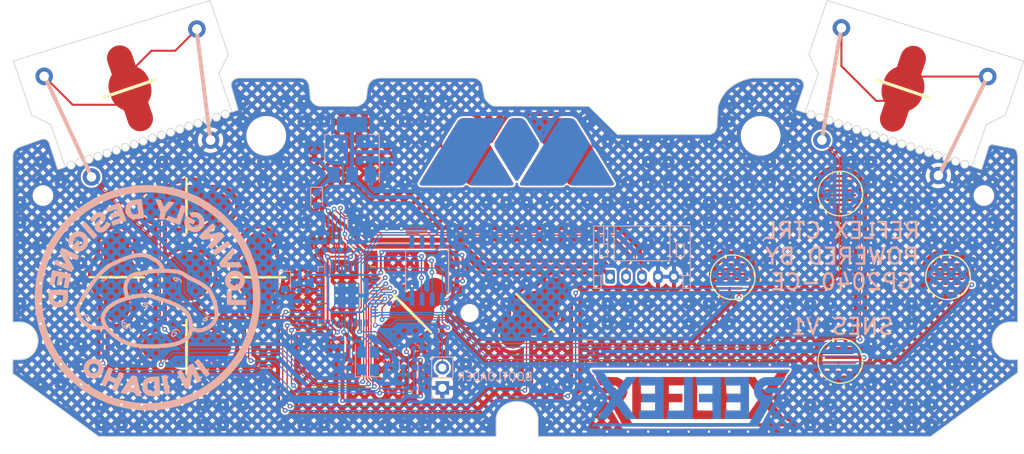
<source format=kicad_pcb>
(kicad_pcb (version 20221018) (generator pcbnew)
  (title_block (title "Nintendo OEM SNES Controller Replacement PCB") (date "2022-10-20") (rev "4a") (comment 1 "http://creativecommons.org/licenses/by-sa/4.0") (comment 2 "Attribution-ShareAlike v4.0 license.") (comment 3 "This document describes Open Hardware and is licensed under the Creative Commons") (comment 4 "(c) 2022 Bob Taylor"))
  (layers (0 "F.Cu" signal "Front") (31 "B.Cu" signal "Back") (34 "B.Paste" user) (35 "F.Paste" user) (36 "B.SilkS" user "B.Silkscreen") (37 "F.SilkS" user "F.Silkscreen") (38 "B.Mask" user) (39 "F.Mask" user) (44 "Edge.Cuts" user))
  (net 0 "")
  (net 1 "GND")
  (net 2 "+5V")
  (net 3 "+3V3")
  (net 4 "Net-(C3-Pad2)")
  (net 5 "/XIN")
  (net 6 "+1V1")
  (net 7 "/VBUS")
  (net 8 "/USB_D+")
  (net 9 "/USB_D-")
  (net 10 "/L")
  (net 11 "/R")
  (net 12 "/START")
  (net 13 "/QSPI_SS")
  (net 14 "/XOUT")
  (net 15 "/DR_+")
  (net 16 "/DR_-")
  (net 17 "Net-(U4-GPIO25)")
  (net 18 "/UP")
  (net 19 "/DOWN")
  (net 20 "/LEFT")
  (net 21 "/RIGHT")
  (net 22 "/SELECT")
  (net 23 "/Y")
  (net 24 "/B")
  (net 25 "/X")
  (net 26 "/A")
  (net 27 "/HOME")
  (net 28 "/QSPI_SD1")
  (net 29 "/QSPI_SD2")
  (net 30 "/QSPI_SD0")
  (net 31 "/QSPI_SCLK")
  (net 32 "/QSPI_SD3")
  (net 33 "/SDA")
  (net 34 "/SCL")
  (net 35 "/3K")
  (net 36 "/4K")
  (net 37 "/3P")
  (net 38 "/4P")
  (net 39 "/TURBO")
  (net 40 "/TURBO_LED")
  (net 41 "/SWCLK")
  (net 42 "/SWDIO")
  (net 43 "/RUN")
  (net 44 "/TP")
  (net 45 "/GPIO22_3V3")
  (net 46 "/GPIO23_3V3")
  (net 47 "/GPIO24")
  (net 48 "/RS_TOGGLE")
  (net 49 "/LS_TOGGLE")
  (net 50 "/RGB")
  (net 51 "/GPIO29_ADC3")
  (net 52 "/~{USB_BOOT}")
  (net 53 "Net-(D2-A)")
  (net 54 "Net-(JW7-Pad1)")
  (net 55 "Net-(JW8-Pad1)")
  (net 56 "Net-(JW5-Pad1)")
  (net 57 "Net-(JW6-Pad1)")
  (footprint "VideoGames:MiSTer_Addons_MA_25mm" (layer "F.Cu") (at 136.990856 87.8)
    (fp_text reference "Ref**" hide)
    (fp_text value "Val**" hide)
  )
  (footprint "VideoGames:BTN_Controller_Dpad_0.3_0.3" (layer "F.Cu") (at 88.5 81.51 -71.3)
    (fp_text reference "SW9" hide)
    (fp_text value "Button_Pad")
  )
  (footprint "VideoGames:BTN_Controller_Dpad_0.3_0.3" (layer "F.Cu") (at 139.3338 109.722 -135)
    (fp_text reference "SW4" hide)
    (fp_text value "Button_Pad")
  )
  (footprint "VideoGames:BTN_Controller_5mm_0.3_0.3" (layer "F.Cu") (at 164.0678 105.222)
    (fp_text reference "SW6" hide)
    (fp_text value "Button_Pad")
  )
  (footprint "VideoGames:BTN_Controller_Dpad_0.3_0.3" (layer "F.Cu") (at 123.8338 109.722 -135)
    (fp_text reference "SW5" hide)
    (fp_text value "Button_Pad")
  )
  (footprint "MountingHole:MountingHole_1.2mm_Pad" (layer "F.Cu") (at 98.6028 88.011)
    (fp_text reference "JW2" hide)
    (fp_text value "L-")
  )
  (footprint "MountingHole:MountingHole_1.2mm_Pad" (layer "F.Cu") (at 196.05 80.03)
    (fp_text reference "JW6" hide)
    (fp_text value "RS-")
  )
  (footprint "MountingHole:MountingHole_4.5mm" (layer "F.Cu") (at 167.5678 87.472)
    (fp_text reference "H2" hide)
    (fp_text value "MountingHole" hide)
  )
  (footprint "VideoGames:BTN_Controller_Dpad_0.3_0.3" (layer "F.Cu") (at 95.5838 96.222)
    (fp_text reference "SW3" hide)
    (fp_text value "Button_Pad")
  )
  (footprint "MountingHole:MountingHole_2.1mm" (layer "F.Cu") (at 195.5678 94.972)
    (fp_text reference "H4" hide)
    (fp_text value "MountingHole" hide)
  )
  (footprint "MountingHole:MountingHole_1.2mm_Pad" (layer "F.Cu") (at 175.26 88.011)
    (fp_text reference "JW1" hide)
    (fp_text value "R")
  )
  (footprint "VideoGames:Reflex_Copper_30mm" (layer "F.Cu") (at 149.2 119.1)
    (fp_text reference "Ref**" hide)
    (fp_text value "Val**" hide)
  )
  (footprint "MountingHole:MountingHole_1.8mm" (layer "F.Cu") (at 131.0838 109.722)
    (fp_text reference "H5")
    (fp_text value "MountingHole")
  )
  (footprint "MountingHole:MountingHole_1.2mm_Pad" (layer "F.Cu") (at 189.865 92.456)
    (fp_text reference "JW3" hide)
    (fp_text value "R-")
  )
  (footprint "VideoGames:BTN_Controller_5mm_0.3_0.3" (layer "F.Cu") (at 191.0678 105.222)
    (fp_text reference "SW11" hide)
    (fp_text value "Button_Pad")
  )
  (footprint "MountingHole:MountingHole_1.2mm_Pad" (layer "F.Cu") (at 177.7 73.92)
    (fp_text reference "JW7" hide)
    (fp_text value "RS")
  )
  (footprint "MountingHole:MountingHole_1.2mm_Pad" (layer "F.Cu") (at 77.74 80)
    (fp_text reference "JW8" hide)
    (fp_text value "LS")
  )
  (footprint "VideoGames:BTN_Controller_Dpad_0.3_0.3" (layer "F.Cu") (at 95.5838 113.972)
    (fp_text reference "SW2" hide)
    (fp_text value "Button_Pad")
  )
  (footprint "MountingHole:MountingHole_1.2mm_Pad" (layer "F.Cu") (at 96.89 74.07)
    (fp_text reference "JW5" hide)
    (fp_text value "LS-")
  )
  (footprint "VideoGames:BTN_Controller_Dpad_0.3_0.3" (layer "F.Cu") (at 185.42 81.56 -108.699)
    (fp_text reference "SW8" hide)
    (fp_text value "Button_Pad")
  )
  (footprint "VideoGames:BTN_Controller_Dpad_0.3_0.3" (layer "F.Cu") (at 86.8338 105.222 90)
    (fp_text reference "SW1" hide)
    (fp_text value "Button_Pad")
  )
  (footprint "MountingHole:MountingHole_4.5mm" (layer "F.Cu") (at 105.5838 87.472)
    (fp_text reference "H1" hide)
    (fp_text value "MountingHole" hide)
  )
  (footprint "VideoGames:BTN_Controller_5mm_0.3_0.3" (layer "F.Cu") (at 177.5678 115.722)
    (fp_text reference locked "SW7" hide)
    (fp_text value "Button_Pad")
  )
  (footprint "VideoGames:Controller_SNES_OEM" (layer "F.Cu") (at 136.906 102.87)
    (fp_text reference "Ref**" hide)
    (fp_text value "Val**" hide)
    (fp_line (start -63.105599 -12.88784) (end -63.105543 -12.784732) (stroke (width 0.1)) (layer "Edge.Cuts"))
    (fp_line (start -63.105543 -12.784732) (end -63.105543 7.971011) (stroke (width 0.1)) (layer "Edge.Cuts"))
    (fp_line (start -63.105543 7.971011) (end -62.192933 7.971011) (stroke (width 0.1)) (layer "Edge.Cuts"))
    (fp_line (start -63.105543 12.702548) (end -63.105543 14.417575) (stroke (width 0.1)) (layer "Edge.Cuts"))
    (fp_line (start -63.105543 14.417575) (end -52.337746 22.341307) (stroke (width 0.1)) (layer "Edge.Cuts"))
    (fp_line (start -63.097654 -12.987112) (end -63.105599 -12.88784) (stroke (width 0.1)) (layer "Edge.Cuts"))
    (fp_line (start -63.081998 -13.082467) (end -63.097654 -12.987112) (stroke (width 0.1)) (layer "Edge.Cuts"))
    (fp_line (start -63.058919 -13.173934) (end -63.081998 -13.082467) (stroke (width 0.1)) (layer "Edge.Cuts"))
    (fp_line (start -63.028703 -13.261484) (end -63.058919 -13.173934) (stroke (width 0.1)) (layer "Edge.Cuts"))
    (fp_line (start -63.025 -24.8) (end -60.725 -18) (stroke (width 0.1)) (layer "Edge.Cuts"))
    (fp_line (start -62.99164 -13.345066) (end -63.028703 -13.261484) (stroke (width 0.1)) (layer "Edge.Cuts"))
    (fp_line (start -62.948019 -13.424626) (end -62.99164 -13.345066) (stroke (width 0.1)) (layer "Edge.Cuts"))
    (fp_line (start -62.898121 -13.500191) (end -62.948019 -13.424626) (stroke (width 0.1)) (layer "Edge.Cuts"))
    (fp_line (start -62.842241 -13.571734) (end -62.898121 -13.500191) (stroke (width 0.1)) (layer "Edge.Cuts"))
    (fp_line (start -62.780662 -13.639176) (end -62.842241 -13.571734) (stroke (width 0.1)) (layer "Edge.Cuts"))
    (fp_line (start -62.713675 -13.702518) (end -62.780662 -13.639176) (stroke (width 0.1)) (layer "Edge.Cuts"))
    (fp_line (start -62.641565 -13.761731) (end -62.713675 -13.702518) (stroke (width 0.1)) (layer "Edge.Cuts"))
    (fp_line (start -62.564622 -13.816791) (end -62.641565 -13.761731) (stroke (width 0.1)) (layer "Edge.Cuts"))
    (fp_line (start -62.48313 -13.86767) (end -62.564622 -13.816791) (stroke (width 0.1)) (layer "Edge.Cuts"))
    (fp_line (start -62.397382 -13.914343) (end -62.48313 -13.86767) (stroke (width 0.1)) (layer "Edge.Cuts"))
    (fp_line (start -62.307656 -13.956755) (end -62.397382 -13.914343) (stroke (width 0.1)) (layer "Edge.Cuts"))
    (fp_line (start -62.192933 7.971011) (end -62.077178 7.974186) (stroke (width 0.1)) (layer "Edge.Cuts"))
    (fp_line (start -62.192933 12.702548) (end -63.105543 12.702548) (stroke (width 0.1)) (layer "Edge.Cuts"))
    (fp_line (start -62.077178 7.974186) (end -61.962931 7.983181) (stroke (width 0.1)) (layer "Edge.Cuts"))
    (fp_line (start -62.077178 12.699373) (end -62.192933 12.702548) (stroke (width 0.1)) (layer "Edge.Cuts"))
    (fp_line (start -61.962931 7.983181) (end -61.850351 7.998263) (stroke (width 0.1)) (layer "Edge.Cuts"))
    (fp_line (start -61.962931 12.690378) (end -62.077178 12.699373) (stroke (width 0.1)) (layer "Edge.Cuts"))
    (fp_line (start -61.850351 7.998263) (end -61.73957 8.019165) (stroke (width 0.1)) (layer "Edge.Cuts"))
    (fp_line (start -61.850351 12.675296) (end -61.962931 12.690378) (stroke (width 0.1)) (layer "Edge.Cuts"))
    (fp_line (start -61.73957 8.019165) (end -61.630747 8.045623) (stroke (width 0.1)) (layer "Edge.Cuts"))
    (fp_line (start -61.73957 12.654394) (end -61.850351 12.675296) (stroke (width 0.1)) (layer "Edge.Cuts"))
    (fp_line (start -61.630747 8.045623) (end -61.523988 8.077373) (stroke (width 0.1)) (layer "Edge.Cuts"))
    (fp_line (start -61.630747 12.628201) (end -61.73957 12.654394) (stroke (width 0.1)) (layer "Edge.Cuts"))
    (fp_line (start -61.523988 8.077373) (end -61.419478 8.114679) (stroke (width 0.1)) (layer "Edge.Cuts"))
    (fp_line (start -61.523988 12.596186) (end -61.630747 12.628201) (stroke (width 0.1)) (layer "Edge.Cuts"))
    (fp_line (start -61.419478 8.114679) (end -61.317322 8.157012) (stroke (width 0.1)) (layer "Edge.Cuts"))
    (fp_line (start -61.419478 12.55888) (end -61.523988 12.596186) (stroke (width 0.1)) (layer "Edge.Cuts"))
    (fp_line (start -61.317322 8.157012) (end -61.21768 8.204373) (stroke (width 0.1)) (layer "Edge.Cuts"))
    (fp_line (start -61.317322 12.516546) (end -61.419478 12.55888) (stroke (width 0.1)) (layer "Edge.Cuts"))
    (fp_line (start -61.21768 8.204373) (end -61.120684 8.256496) (stroke (width 0.1)) (layer "Edge.Cuts"))
    (fp_line (start -61.21768 12.469186) (end -61.317322 12.516546) (stroke (width 0.1)) (layer "Edge.Cuts"))
    (fp_line (start -61.120684 8.256496) (end -61.026466 8.313646) (stroke (width 0.1)) (layer "Edge.Cuts"))
    (fp_line (start -61.120684 12.417063) (end -61.21768 12.469186) (stroke (width 0.1)) (layer "Edge.Cuts"))
    (fp_line (start -61.026466 8.313646) (end -60.935211 8.375029) (stroke (width 0.1)) (layer "Edge.Cuts"))
    (fp_line (start -61.026466 12.360178) (end -61.120684 12.417063) (stroke (width 0.1)) (layer "Edge.Cuts"))
    (fp_line (start -60.935211 8.375029) (end -60.847026 8.441175) (stroke (width 0.1)) (layer "Edge.Cuts"))
    (fp_line (start -60.935211 12.29853) (end -61.026466 12.360178) (stroke (width 0.1)) (layer "Edge.Cuts"))
    (fp_line (start -60.847026 8.441175) (end -60.762042 8.511289) (stroke (width 0.1)) (layer "Edge.Cuts"))
    (fp_line (start -60.847026 12.232649) (end -60.935211 12.29853) (stroke (width 0.1)) (layer "Edge.Cuts"))
    (fp_line (start -60.762042 8.511289) (end -60.680418 8.585637) (stroke (width 0.1)) (layer "Edge.Cuts"))
    (fp_line (start -60.762042 12.16227) (end -60.847026 12.232649) (stroke (width 0.1)) (layer "Edge.Cuts"))
    (fp_line (start -60.725 -18) (end -58.325 -16.8) (stroke (width 0.1)) (layer "Edge.Cuts"))
    (fp_line (start -60.680418 8.585637) (end -60.602287 8.663953) (stroke (width 0.1)) (layer "Edge.Cuts"))
    (fp_line (start -60.680418 12.087922) (end -60.762042 12.16227) (stroke (width 0.1)) (layer "Edge.Cuts"))
    (fp_line (start -60.602287 8.663953) (end -60.527806 8.746239) (stroke (width 0.1)) (layer "Edge.Cuts"))
    (fp_line (start -60.602287 12.009605) (end -60.680418 12.087922) (stroke (width 0.1)) (layer "Edge.Cuts"))
    (fp_line (start -60.527806 8.746239) (end -60.45711 8.831964) (stroke (width 0.1)) (layer "Edge.Cuts"))
    (fp_line (start -60.527806 11.927585) (end -60.602287 12.009605) (stroke (width 0.1)) (layer "Edge.Cuts"))
    (fp_line (start -60.45711 8.831964) (end -60.390329 8.921393) (stroke (width 0.1)) (layer "Edge.Cuts"))
    (fp_line (start -60.45711 11.841595) (end -60.527806 11.927585) (stroke (width 0.1)) (layer "Edge.Cuts"))
    (fp_line (start -60.390329 8.921393) (end -60.327623 9.014261) (stroke (width 0.1)) (layer "Edge.Cuts"))
    (fp_line (start -60.390329 11.752166) (end -60.45711 11.841595) (stroke (width 0.1)) (layer "Edge.Cuts"))
    (fp_line (start -60.327623 9.014261) (end -60.269124 9.11004) (stroke (width 0.1)) (layer "Edge.Cuts"))
    (fp_line (start -60.327623 11.659562) (end -60.390329 11.752166) (stroke (width 0.1)) (layer "Edge.Cuts"))
    (fp_line (start -60.269124 9.11004) (end -60.214964 9.209259) (stroke (width 0.1)) (layer "Edge.Cuts"))
    (fp_line (start -60.269124 11.563519) (end -60.327623 11.659562) (stroke (width 0.1)) (layer "Edge.Cuts"))
    (fp_line (start -60.214964 9.209259) (end -60.165275 9.311123) (stroke (width 0.1)) (layer "Edge.Cuts"))
    (fp_line (start -60.214964 11.464564) (end -60.269124 11.563519) (stroke (width 0.1)) (layer "Edge.Cuts"))
    (fp_line (start -60.165275 9.311123) (end -60.120243 9.415898) (stroke (width 0.1)) (layer "Edge.Cuts"))
    (fp_line (start -60.165275 11.362435) (end -60.214964 11.464564) (stroke (width 0.1)) (layer "Edge.Cuts"))
    (fp_line (start -60.120243 9.415898) (end -60.079947 9.523319) (stroke (width 0.1)) (layer "Edge.Cuts"))
    (fp_line (start -60.120243 11.257661) (end -60.165275 11.362435) (stroke (width 0.1)) (layer "Edge.Cuts"))
    (fp_line (start -60.079947 9.523319) (end -60.044599 9.633386) (stroke (width 0.1)) (layer "Edge.Cuts"))
    (fp_line (start -60.079947 11.15024) (end -60.120243 11.257661) (stroke (width 0.1)) (layer "Edge.Cuts"))
    (fp_line (start -60.044599 9.633386) (end -60.014277 9.745569) (stroke (width 0.1)) (layer "Edge.Cuts"))
    (fp_line (start -60.044599 11.040173) (end -60.079947 11.15024) (stroke (width 0.1)) (layer "Edge.Cuts"))
    (fp_line (start -60.014277 9.745569) (end -59.989168 9.860133) (stroke (width 0.1)) (layer "Edge.Cuts"))
    (fp_line (start -60.014277 10.92799) (end -60.044599 11.040173) (stroke (width 0.1)) (layer "Edge.Cuts"))
    (fp_line (start -59.989168 9.860133) (end -59.969378 9.97655) (stroke (width 0.1)) (layer "Edge.Cuts"))
    (fp_line (start -59.989168 10.81369) (end -60.014277 10.92799) (stroke (width 0.1)) (layer "Edge.Cuts"))
    (fp_line (start -59.969378 9.97655) (end -59.95509 10.094818) (stroke (width 0.1)) (layer "Edge.Cuts"))
    (fp_line (start -59.969378 10.697009) (end -59.989168 10.81369) (stroke (width 0.1)) (layer "Edge.Cuts"))
    (fp_line (start -59.95509 10.094818) (end -59.946385 10.215204) (stroke (width 0.1)) (layer "Edge.Cuts"))
    (fp_line (start -59.95509 10.578741) (end -59.969378 10.697009) (stroke (width 0.1)) (layer "Edge.Cuts"))
    (fp_line (start -59.946385 10.215204) (end -59.943475 10.336912) (stroke (width 0.1)) (layer "Edge.Cuts"))
    (fp_line (start -59.946385 10.45862) (end -59.95509 10.578741) (stroke (width 0.1)) (layer "Edge.Cuts"))
    (fp_line (start -59.943475 10.336912) (end -59.946385 10.45862) (stroke (width 0.1)) (layer "Edge.Cuts"))
    (fp_line (start -59.525407 -14.958758) (end -62.307656 -13.956755) (stroke (width 0.1)) (layer "Edge.Cuts"))
    (fp_line (start -59.436931 -14.97712) (end -59.525407 -14.958758) (stroke (width 0.1)) (layer "Edge.Cuts"))
    (fp_line (start -59.320091 -14.991487) (end -59.436931 -14.97712) (stroke (width 0.1)) (layer "Edge.Cuts"))
    (fp_line (start -59.253866 -14.994212) (end -59.320091 -14.991487) (stroke (width 0.1)) (layer "Edge.Cuts"))
    (fp_line (start -59.183936 -14.99236) (end -59.253866 -14.994212) (stroke (width 0.1)) (layer "Edge.Cuts"))
    (fp_line (start -59.111467 -14.984766) (end -59.183936 -14.99236) (stroke (width 0.1)) (layer "Edge.Cuts"))
    (fp_line (start -59.037569 -14.970241) (end -59.111467 -14.984766) (stroke (width 0.1)) (layer "Edge.Cuts"))
    (fp_line (start -58.963407 -14.947592) (end -59.037569 -14.970241) (stroke (width 0.1)) (layer "Edge.Cuts"))
    (fp_line (start -58.890091 -14.915631) (end -58.963407 -14.947592) (stroke (width 0.1)) (layer "Edge.Cuts"))
    (fp_line (start -58.818759 -14.873192) (end -58.890091 -14.915631) (stroke (width 0.1)) (layer "Edge.Cuts"))
    (fp_line (start -58.75055 -14.819084) (end -58.818759 -14.873192) (stroke (width 0.1)) (layer "Edge.Cuts"))
    (fp_line (start -58.6866 -14.752118) (end -58.75055 -14.819084) (stroke (width 0.1)) (layer "Edge.Cuts"))
    (fp_line (start -58.628048 -14.671077) (end -58.6866 -14.752118) (stroke (width 0.1)) (layer "Edge.Cuts"))
    (fp_line (start -58.576031 -14.574821) (end -58.628048 -14.671077) (stroke (width 0.1)) (layer "Edge.Cuts"))
    (fp_line (start -58.53166 -14.462162) (end -58.576031 -14.574821) (stroke (width 0.1)) (layer "Edge.Cuts"))
    (fp_line (start -58.325 -16.8) (end -56.52 -11.47) (stroke (width 0.1)) (layer "Edge.Cuts"))
    (fp_line (start -57.46 -11.16) (end -58.53166 -14.462162) (stroke (width 0.1)) (layer "Edge.Cuts"))
    (fp_line (start -56.52 -11.47) (end -57.46 -11.16) (stroke (width 0.1)) (layer "Edge.Cuts"))
    (fp_line (start -52.337746 22.341307) (end -2.492795 22.340778) (stroke (width 0.1)) (layer "Edge.Cuts"))
    (fp_line (start -38.375 -32.4) (end -63.025 -24.8) (stroke (width 0.1)) (layer "Edge.Cuts"))
    (fp_line (start -38.375 -32.4) (end -36.075 -25.6) (stroke (width 0.1)) (layer "Edge.Cuts"))
    (fp_line (start -37.275 -23.2) (end -36.075 -25.6) (stroke (width 0.1)) (layer "Edge.Cuts"))
    (fp_line (start -37.275 -23.2) (end -35.61 -18.39) (stroke (width 0.1)) (layer "Edge.Cuts"))
    (fp_line (start -35.700343 -21.713853) (end -35.691083 -21.609131) (stroke (width 0.1)) (layer "Edge.Cuts"))
    (fp_line (start -35.699814 -21.817807) (end -35.700343 -21.713853) (stroke (width 0.1)) (layer "Edge.Cuts"))
    (fp_line (start -35.691083 -21.609131) (end -35.671504 -21.50462) (stroke (width 0.1)) (layer "Edge.Cuts"))
    (fp_line (start -35.688437 -21.920042) (end -35.699814 -21.817807) (stroke (width 0.1)) (layer "Edge.Cuts"))
    (fp_line (start -35.671504 -21.50462) (end -34.84 -18.64) (stroke (width 0.1)) (layer "Edge.Cuts"))
    (fp_line (start -35.666477 -22.019552) (end -35.688437 -21.920042) (stroke (width 0.1)) (layer "Edge.Cuts"))
    (fp_line (start -35.633139 -22.115384) (end -35.666477 -22.019552) (stroke (width 0.1)) (layer "Edge.Cuts"))
    (fp_line (start -35.588689 -22.206586) (end -35.633139 -22.115384) (stroke (width 0.1)) (layer "Edge.Cuts"))
    (fp_line (start -35.532068 -22.292205) (end -35.588689 -22.206586) (stroke (width 0.1)) (layer "Edge.Cuts"))
    (fp_line (start -35.463541 -22.371251) (end -35.532068 -22.292205) (stroke (width 0.1)) (layer "Edge.Cuts"))
    (fp_line (start -35.382844 -22.442766) (end -35.463541 -22.371251) (stroke (width 0.1)) (layer "Edge.Cuts"))
    (fp_line (start -35.289181 -22.505779) (end -35.382844 -22.442766) (stroke (width 0.1)) (layer "Edge.Cuts"))
    (fp_line (start -35.182554 -22.55933) (end -35.289181 -22.505779) (stroke (width 0.1)) (layer "Edge.Cuts"))
    (fp_line (start -35.062698 -22.602449) (end -35.182554 -22.55933) (stroke (width 0.1)) (layer "Edge.Cuts"))
    (fp_line (start -34.929348 -22.634176) (end -35.062698 -22.602449) (stroke (width 0.1)) (layer "Edge.Cuts"))
    (fp_line (start -34.84 -18.64) (end -35.61 -18.39) (stroke (width 0.1)) (layer "Edge.Cuts"))
    (fp_line (start -34.781711 -22.65354) (end -34.929348 -22.634176) (stroke (width 0.1)) (layer "Edge.Cuts"))
    (fp_line (start -34.620051 -22.659578) (end -34.781711 -22.65354) (stroke (width 0.1)) (layer "Edge.Cuts"))
    (fp_line (start -34.620051 -22.659578) (end -34.620051 -22.659578) (stroke (width 0.1)) (layer "Edge.Cuts"))
    (fp_line (start -26.988948 -22.659578) (end -34.620051 -22.659578) (stroke (width 0.1)) (layer "Edge.Cuts"))
    (fp_line (start -26.897138 -22.650061) (end -26.988948 -22.659578) (stroke (width 0.1)) (layer "Edge.Cuts"))
    (fp_line (start -26.807444 -22.635557) (end -26.897138 -22.650061) (stroke (width 0.1)) (layer "Edge.Cuts"))
    (fp_line (start -26.720396 -22.615507) (end -26.807444 -22.635557) (stroke (width 0.1)) (layer "Edge.Cuts"))
    (fp_line (start -26.636259 -22.58936) (end -26.720396 -22.615507) (stroke (width 0.1)) (layer "Edge.Cuts"))
    (fp_line (start -26.555296 -22.556565) (end -26.636259 -22.58936) (stroke (width 0.1)) (layer "Edge.Cuts"))
    (fp_line (start -26.477244 -22.516566) (end -26.555296 -22.556565) (stroke (width 0.1)) (layer "Edge.Cuts"))
    (fp_line (start -26.403161 -22.468809) (end -26.477244 -22.516566) (stroke (width 0.1)) (layer "Edge.Cuts"))
    (fp_line (start -26.332782 -22.412743) (end -26.403161 -22.468809) (stroke (width 0.1)) (layer "Edge.Cuts"))
    (fp_line (start -26.266372 -22.34782) (end -26.332782 -22.412743) (stroke (width 0.1)) (layer "Edge.Cuts"))
    (fp_line (start -26.204459 -22.273472) (end -26.266372 -22.34782) (stroke (width 0.1)) (layer "Edge.Cuts"))
    (fp_line (start -26.147045 -22.18915) (end -26.204459 -22.273472) (stroke (width 0.1)) (layer "Edge.Cuts"))
    (fp_line (start -26.094657 -22.094323) (end -26.147045 -22.18915) (stroke (width 0.1)) (layer "Edge.Cuts"))
    (fp_line (start -26.047297 -21.98841) (end -26.094657 -22.094323) (stroke (width 0.1)) (layer "Edge.Cuts"))
    (fp_line (start -26.005228 -21.870856) (end -26.047297 -21.98841) (stroke (width 0.1)) (layer "Edge.Cuts"))
    (fp_line (start -25.96898 -21.741131) (end -26.005228 -21.870856) (stroke (width 0.1)) (layer "Edge.Cuts"))
    (fp_line (start -25.938289 -21.598653) (end -25.96898 -21.741131) (stroke (width 0.1)) (layer "Edge.Cuts"))
    (fp_line (start -25.787476 -20.023564) (end -25.938289 -21.598653) (stroke (width 0.1)) (layer "Edge.Cuts"))
    (fp_line (start -25.754933 -19.947576) (end -25.787476 -20.023564) (stroke (width 0.1)) (layer "Edge.Cuts"))
    (fp_line (start -25.716833 -19.870609) (end -25.754933 -19.947576) (stroke (width 0.1)) (layer "Edge.Cuts"))
    (fp_line (start -25.672912 -19.793351) (end -25.716833 -19.870609) (stroke (width 0.1)) (layer "Edge.Cuts"))
    (fp_line (start -25.62317 -19.716595) (end -25.672912 -19.793351) (stroke (width 0.1)) (layer "Edge.Cuts"))
    (fp_line (start -25.567343 -19.641057) (end -25.62317 -19.716595) (stroke (width 0.1)) (layer "Edge.Cuts"))
    (fp_line (start -25.505166 -19.567476) (end -25.567343 -19.641057) (stroke (width 0.1)) (layer "Edge.Cuts"))
    (fp_line (start -25.436375 -19.496568) (end -25.505166 -19.567476) (stroke (width 0.1)) (layer "Edge.Cuts"))
    (fp_line (start -25.361233 -19.429099) (end -25.436375 -19.496568) (stroke (width 0.1)) (layer "Edge.Cuts"))
    (fp_line (start -25.279213 -19.365811) (end -25.361233 -19.429099) (stroke (width 0.1)) (layer "Edge.Cuts"))
    (fp_line (start -25.190048 -19.307444) (end -25.279213 -19.365811) (stroke (width 0.1)) (layer "Edge.Cuts"))
    (fp_line (start -25.094004 -19.254712) (end -25.190048 -19.307444) (stroke (width 0.1)) (layer "Edge.Cuts"))
    (fp_line (start -24.990817 -19.208358) (end -25.094004 -19.254712) (stroke (width 0.1)) (layer "Edge.Cuts"))
    (fp_line (start -24.880221 -19.169146) (end -24.990817 -19.208358) (stroke (width 0.1)) (layer "Edge.Cuts"))
    (fp_line (start -24.761688 -19.137793) (end -24.880221 -19.169146) (stroke (width 0.1)) (layer "Edge.Cuts"))
    (fp_line (start -24.635747 -19.115066) (end -24.761688 -19.137793) (stroke (width 0.1)) (layer "Edge.Cuts"))
    (fp_line (start -24.501868 -19.101651) (end -24.635747 -19.115066) (stroke (width 0.1)) (layer "Edge.Cuts"))
    (fp_line (start -19.898917 -19.097021) (end -24.501868 -19.101651) (stroke (width 0.1)) (layer "Edge.Cuts"))
    (fp_line (start -19.727997 -19.173009) (end -19.898917 -19.097021) (stroke (width 0.1)) (layer "Edge.Cuts"))
    (fp_line (start -19.559722 -19.253125) (end -19.727997 -19.173009) (stroke (width 0.1)) (layer "Edge.Cuts"))
    (fp_line (start -19.397268 -19.342051) (end -19.559722 -19.253125) (stroke (width 0.1)) (layer "Edge.Cuts"))
    (fp_line (start -19.319216 -19.391264) (end -19.397268 -19.342051) (stroke (width 0.1)) (layer "Edge.Cuts"))
    (fp_line (start -19.24381 -19.444471) (end -19.319216 -19.391264) (stroke (width 0.1)) (layer "Edge.Cuts"))
    (fp_line (start -19.171579 -19.502203) (end -19.24381 -19.444471) (stroke (width 0.1)) (layer "Edge.Cuts"))
    (fp_line (start -19.102522 -19.565068) (end -19.171579 -19.502203) (stroke (width 0.1)) (layer "Edge.Cuts"))
    (fp_line (start -19.03717 -19.633675) (end -19.102522 -19.565068) (stroke (width 0.1)) (layer "Edge.Cuts"))
    (fp_line (start -18.976316 -19.708578) (end -19.03717 -19.633675) (stroke (width 0.1)) (layer "Edge.Cuts"))
    (fp_line (start -18.919696 -19.790387) (end -18.976316 -19.708578) (stroke (width 0.1)) (layer "Edge.Cuts"))
    (fp_line (start -18.868366 -19.879657) (end -18.919696 -19.790387) (stroke (width 0.1)) (layer "Edge.Cuts"))
    (fp_line (start -18.822064 -19.976998) (end -18.868366 -19.879657) (stroke (width 0.1)) (layer "Edge.Cuts"))
    (fp_line (start -18.781583 -20.08299) (end -18.822064 -19.976998) (stroke (width 0.1)) (layer "Edge.Cuts"))
    (fp_line (start -18.616748 -21.319095) (end -18.781583 -20.08299) (stroke (width 0.1)) (layer "Edge.Cuts"))
    (fp_line (start -18.594788 -21.431172) (end -18.616748 -21.319095) (stroke (width 0.1)) (layer "Edge.Cuts"))
    (fp_line (start -18.569652 -21.536688) (end -18.594788 -21.431172) (stroke (width 0.1)) (layer "Edge.Cuts"))
    (fp_line (start -18.541342 -21.635774) (end -18.569652 -21.536688) (stroke (width 0.1)) (layer "Edge.Cuts"))
    (fp_line (start -18.510121 -21.728696) (end -18.541342 -21.635774) (stroke (width 0.1)) (layer "Edge.Cuts"))
    (fp_line (start -18.476254 -21.815638) (end -18.510121 -21.728696) (stroke (width 0.1)) (layer "Edge.Cuts"))
    (fp_line (start -18.439477 -21.896812) (end -18.476254 -21.815638) (stroke (width 0.1)) (layer "Edge.Cuts"))
    (fp_line (start -18.400319 -21.972403) (end -18.439477 -21.896812) (stroke (width 0.1)) (layer "Edge.Cuts"))
    (fp_line (start -18.35825 -22.04265) (end -18.400319 -21.972403) (stroke (width 0.1)) (layer "Edge.Cuts"))
    (fp_line (start -18.314065 -22.107764) (end -18.35825 -22.04265) (stroke (width 0.1)) (layer "Edge.Cuts"))
    (fp_line (start -18.267234 -22.167904) (end -18.314065 -22.107764) (stroke (width 0.1)) (layer "Edge.Cuts"))
    (fp_line (start -18.218551 -22.223334) (end -18.267234 -22.167904) (stroke (width 0.1)) (layer "Edge.Cuts"))
    (fp_line (start -18.167486 -22.274213) (end -18.218551 -22.223334) (stroke (width 0.1)) (layer "Edge.Cuts"))
    (fp_line (start -18.114305 -22.32078) (end -18.167486 -22.274213) (stroke (width 0.1)) (layer "Edge.Cuts"))
    (fp_line (start -18.059272 -22.363235) (end -18.114305 -22.32078) (stroke (width 0.1)) (layer "Edge.Cuts"))
    (fp_line (start -18.002386 -22.401779) (end -18.059272 -22.363235) (stroke (width 0.1)) (layer "Edge.Cuts"))
    (fp_line (start -17.943649 -22.436622) (end -18.002386 -22.401779) (stroke (width 0.1)) (layer "Edge.Cuts"))
    (fp_line (start -17.821412 -22.496031) (end -17.943649 -22.436622) (stroke (width 0.1)) (layer "Edge.Cuts"))
    (fp_line (start -17.693618 -22.543117) (end -17.821412 -22.496031) (stroke (width 0.1)) (layer "Edge.Cuts"))
    (fp_line (start -17.560533 -22.579537) (end -17.693618 -22.543117) (stroke (width 0.1)) (layer "Edge.Cuts"))
    (fp_line (start -17.423214 -22.606945) (end -17.560533 -22.579537) (stroke (width 0.1)) (layer "Edge.Cuts"))
    (fp_line (start -17.282456 -22.626997) (end -17.423214 -22.606945) (stroke (width 0.1)) (layer "Edge.Cuts"))
    (fp_line (start -17.138787 -22.641348) (end -17.282456 -22.626997) (stroke (width 0.1)) (layer "Edge.Cuts"))
    (fp_line (start -16.846952 -22.659576) (end -17.138787 -22.641348) (stroke (width 0.1)) (layer "Edge.Cuts"))
    (fp_line (start -5.42755 -22.659576) (end -16.846952 -22.659576) (stroke (width 0.1)) (layer "Edge.Cuts"))
    (fp_line (start -5.315102 -22.655424) (end -5.42755 -22.659576) (stroke (width 0.1)) (layer "Edge.Cuts"))
    (fp_line (start -5.206888 -22.641325) (end -5.315102 -22.655424) (stroke (width 0.1)) (layer "Edge.Cuts"))
    (fp_line (start -5.102642 -22.618102) (end -5.206888 -22.641325) (stroke (width 0.1)) (layer "Edge.Cuts"))
    (fp_line (start -5.003159 -22.586577) (end -5.102642 -22.618102) (stroke (width 0.1)) (layer "Edge.Cuts"))
    (fp_line (start -4.908174 -22.54757) (end -5.003159 -22.586577) (stroke (width 0.1)) (layer "Edge.Cuts"))
    (fp_line (start -4.818215 -22.501903) (end -4.908174 -22.54757) (stroke (width 0.1)) (layer "Edge.Cuts"))
    (fp_line (start -4.733549 -22.450396) (end -4.818215 -22.501903) (stroke (width 0.1)) (layer "Edge.Cuts"))
    (fp_line (start -4.654439 -22.393873) (end -4.733549 -22.450396) (stroke (width 0.1)) (layer "Edge.Cuts"))
    (fp_line (start -4.581149 -22.333162) (end -4.654439 -22.393873) (stroke (width 0.1)) (layer "Edge.Cuts"))
    (fp_line (start -4.513945 -22.269054) (end -4.581149 -22.333162) (stroke (width 0.1)) (layer "Edge.Cuts"))
    (fp_line (start -4.452826 -22.202405) (end -4.513945 -22.269054) (stroke (width 0.1)) (layer "Edge.Cuts"))
    (fp_line (start -4.398322 -22.134037) (end -4.452826 -22.202405) (stroke (width 0.1)) (layer "Edge.Cuts"))
    (fp_line (start -4.350962 -22.064743) (end -4.398322 -22.134037) (stroke (width 0.1)) (layer "Edge.Cuts"))
    (fp_line (start -4.310481 -21.995369) (end -4.350962 -22.064743) (stroke (width 0.1)) (layer "Edge.Cuts"))
    (fp_line (start -4.277408 -21.92671) (end -4.310481 -21.995369) (stroke (width 0.1)) (layer "Edge.Cuts"))
    (fp_line (start -4.251743 -21.859638) (end -4.277408 -21.92671) (stroke (width 0.1)) (layer "Edge.Cuts"))
    (fp_line (start -3.946944 -20.120719) (end -4.251743 -21.859638) (stroke (width 0.1)) (layer "Edge.Cuts"))
    (fp_line (start -3.819944 -19.941094) (end -3.946944 -20.120719) (stroke (width 0.1)) (layer "Edge.Cuts"))
    (fp_line (start -3.686594 -19.775174) (end -3.819944 -19.941094) (stroke (width 0.1)) (layer "Edge.Cuts"))
    (fp_line (start -3.546894 -19.623859) (end -3.686594 -19.775174) (stroke (width 0.1)) (layer "Edge.Cuts"))
    (fp_line (start -3.474398 -19.553982) (end -3.546894 -19.623859) (stroke (width 0.1)) (layer "Edge.Cuts"))
    (fp_line (start -3.400051 -19.488101) (end -3.474398 -19.553982) (stroke (width 0.1)) (layer "Edge.Cuts"))
    (fp_line (start -3.323851 -19.426347) (end -3.400051 -19.488101) (stroke (width 0.1)) (layer "Edge.Cuts"))
    (fp_line (start -3.246063 -19.368827) (end -3.323851 -19.426347) (stroke (width 0.1)) (layer "Edge.Cuts"))
    (fp_line (start -3.165895 -19.315672) (end -3.246063 -19.368827) (stroke (width 0.1)) (layer "Edge.Cuts"))
    (fp_line (start -3.084138 -19.266989) (end -3.165895 -19.315672) (stroke (width 0.1)) (layer "Edge.Cuts"))
    (fp_line (start -3.000001 -19.222883) (end -3.084138 -19.266989) (stroke (width 0.1)) (layer "Edge.Cuts"))
    (fp_line (start -2.914012 -19.18346) (end -3.000001 -19.222883) (stroke (width 0.1)) (layer "Edge.Cuts"))
    (fp_line (start -2.825641 -19.148879) (end -2.914012 -19.18346) (stroke (width 0.1)) (layer "Edge.Cuts"))
    (fp_line (start -2.735153 -19.119219) (end -2.825641 -19.148879) (stroke (width 0.1)) (layer "Edge.Cuts"))
    (fp_line (start -2.492795 20.187337) (end -2.489356 20.071714) (stroke (width 0.1)) (layer "Edge.Cuts"))
    (fp_line (start -2.492795 22.340778) (end -2.492795 20.187337) (stroke (width 0.1)) (layer "Edge.Cuts"))
    (fp_line (start -2.489356 20.071714) (end -2.479302 19.957414) (stroke (width 0.1)) (layer "Edge.Cuts"))
    (fp_line (start -2.479302 19.957414) (end -2.462633 19.844702) (stroke (width 0.1)) (layer "Edge.Cuts"))
    (fp_line (start -2.462633 19.844702) (end -2.43935 19.734106) (stroke (width 0.1)) (layer "Edge.Cuts"))
    (fp_line (start -2.43935 19.734106) (end -2.409981 19.625098) (stroke (width 0.1)) (layer "Edge.Cuts"))
    (fp_line (start -2.409981 19.625098) (end -2.374791 19.518471) (stroke (width 0.1)) (layer "Edge.Cuts"))
    (fp_line (start -2.374791 19.518471) (end -2.333516 19.413961) (stroke (width 0.1)) (layer "Edge.Cuts"))
    (fp_line (start -2.333516 19.413961) (end -2.286421 19.311832) (stroke (width 0.1)) (layer "Edge.Cuts"))
    (fp_line (start -2.286421 19.311832) (end -2.233769 19.212084) (stroke (width 0.1)) (layer "Edge.Cuts"))
    (fp_line (start -2.233769 19.212084) (end -2.175825 19.114982) (stroke (width 0.1)) (layer "Edge.Cuts"))
    (fp_line (start -2.175825 19.114982) (end -2.11259 19.02079) (stroke (width 0.1)) (layer "Edge.Cuts"))
    (fp_line (start -2.11259 19.02079) (end -2.044327 18.929509) (stroke (width 0.1)) (layer "Edge.Cuts"))
    (fp_line (start -2.044327 18.929509) (end -1.971038 18.841403) (stroke (width 0.1)) (layer "Edge.Cuts"))
    (fp_line (start -1.971038 18.841403) (end -1.892986 18.756472) (stroke (width 0.1)) (layer "Edge.Cuts"))
    (fp_line (start -1.892986 18.756472) (end -1.810436 18.674716) (stroke (width 0.1)) (layer "Edge.Cuts"))
    (fp_line (start -1.810436 18.674716) (end -1.723653 18.596664) (stroke (width 0.1)) (layer "Edge.Cuts"))
    (fp_line (start -1.723653 18.596664) (end -1.632371 18.522316) (stroke (width 0.1)) (layer "Edge.Cuts"))
    (fp_line (start -1.632371 18.522316) (end -1.537122 18.451408) (stroke (width 0.1)) (layer "Edge.Cuts"))
    (fp_line (start -1.537122 18.451408) (end -1.437903 18.384733) (stroke (width 0.1)) (layer "Edge.Cuts"))
    (fp_line (start -1.437903 18.384733) (end -1.33498 18.322027) (stroke (width 0.1)) (layer "Edge.Cuts"))
    (fp_line (start -1.33498 18.322027) (end -1.228353 18.263554) (stroke (width 0.1)) (layer "Edge.Cuts"))
    (fp_line (start -1.228353 18.263554) (end -1.118287 18.209314) (stroke (width 0.1)) (layer "Edge.Cuts"))
    (fp_line (start -1.118287 18.209314) (end -1.005045 18.159573) (stroke (width 0.1)) (layer "Edge.Cuts"))
    (fp_line (start -1.005045 18.159573) (end -0.888893 18.114594) (stroke (width 0.1)) (layer "Edge.Cuts"))
    (fp_line (start -0.888893 18.114594) (end -0.769566 18.074377) (stroke (width 0.1)) (layer "Edge.Cuts"))
    (fp_line (start -0.769566 18.074377) (end -0.647594 18.038923) (stroke (width 0.1)) (layer "Edge.Cuts"))
    (fp_line (start -0.647594 18.038923) (end -0.522975 18.00876) (stroke (width 0.1)) (layer "Edge.Cuts"))
    (fp_line (start -0.522975 18.00876) (end -0.395711 17.983625) (stroke (width 0.1)) (layer "Edge.Cuts"))
    (fp_line (start -0.395711 17.983625) (end -0.266594 17.963781) (stroke (width 0.1)) (layer "Edge.Cuts"))
    (fp_line (start -0.266594 17.963781) (end -0.135096 17.949494) (stroke (width 0.1)) (layer "Edge.Cuts"))
    (fp_line (start -0.135096 17.949494) (end -0.001746 17.940763) (stroke (width 0.1)) (layer "Edge.Cuts"))
    (fp_line (start -0.001746 17.940763) (end 0.133455 17.937852) (stroke (width 0.1)) (layer "Edge.Cuts"))
    (fp_line (start 0.133455 17.937852) (end 0.268657 17.940763) (stroke (width 0.1)) (layer "Edge.Cuts"))
    (fp_line (start 0.268657 17.940763) (end 0.402007 17.949494) (stroke (width 0.1)) (layer "Edge.Cuts"))
    (fp_line (start 0.402007 17.949494) (end 0.53324 17.963781) (stroke (width 0.1)) (layer "Edge.Cuts"))
    (fp_line (start 0.53324 17.963781) (end 0.662621 17.983625) (stroke (width 0.1)) (layer "Edge.Cuts"))
    (fp_line (start 0.662621 17.983625) (end 0.789621 18.00876) (stroke (width 0.1)) (layer "Edge.Cuts"))
    (fp_line (start 0.789621 18.00876) (end 0.91424 18.038923) (stroke (width 0.1)) (layer "Edge.Cuts"))
    (fp_line (start 0.91424 18.038923) (end 1.036213 18.074377) (stroke (width 0.1)) (layer "Edge.Cuts"))
    (fp_line (start 1.036213 18.074377) (end 1.15554 18.114594) (stroke (width 0.1)) (layer "Edge.Cuts"))
    (fp_line (start 1.15554 18.114594) (end 1.271956 18.159573) (stroke (width 0.1)) (layer "Edge.Cuts"))
    (fp_line (start 1.271956 18.159573) (end 1.384933 18.209314) (stroke (width 0.1)) (layer "Edge.Cuts"))
    (fp_line (start 1.384933 18.209314) (end 1.495 18.263554) (stroke (width 0.1)) (layer "Edge.Cuts"))
    (fp_line (start 1.495 18.263554) (end 1.601627 18.322027) (stroke (width 0.1)) (layer "Edge.Cuts"))
    (fp_line (start 1.601627 18.322027) (end 1.704549 18.384733) (stroke (width 0.1)) (layer "Edge.Cuts"))
    (fp_line (start 1.704549 18.384733) (end 1.803768 18.451408) (stroke (width 0.1)) (layer "Edge.Cuts"))
    (fp_line (start 1.803768 18.451408) (end 1.899018 18.522316) (stroke (width 0.1)) (layer "Edge.Cuts"))
    (fp_line (start 1.899018 18.522316) (end 1.990034 18.596664) (stroke (width 0.1)) (layer "Edge.Cuts"))
    (fp_line (start 1.990034 18.596664) (end 2.077082 18.674716) (stroke (width 0.1)) (layer "Edge.Cuts"))
    (fp_line (start 2.077082 18.674716) (end 2.159632 18.756472) (stroke (width 0.1)) (layer "Edge.Cuts"))
    (fp_line (start 2.159632 18.756472) (end 2.237419 18.841403) (stroke (width 0.1)) (layer "Edge.Cuts"))
    (fp_line (start 2.237419 18.841403) (end 2.310709 18.929509) (stroke (width 0.1)) (layer "Edge.Cuts"))
    (fp_line (start 2.310709 18.929509) (end 2.378971 19.02079) (stroke (width 0.1)) (layer "Edge.Cuts"))
    (fp_line (start 2.378971 19.02079) (end 2.442207 19.114982) (stroke (width 0.1)) (layer "Edge.Cuts"))
    (fp_line (start 2.442207 19.114982) (end 2.50015 19.212084) (stroke (width 0.1)) (layer "Edge.Cuts"))
    (fp_line (start 2.50015 19.212084) (end 2.552802 19.311832) (stroke (width 0.1)) (layer "Edge.Cuts"))
    (fp_line (start 2.552802 19.311832) (end 2.599898 19.413961) (stroke (width 0.1)) (layer "Edge.Cuts"))
    (fp_line (start 2.599898 19.413961) (end 2.641173 19.518471) (stroke (width 0.1)) (layer "Edge.Cuts"))
    (fp_line (start 2.641173 19.518471) (end 2.676363 19.625098) (stroke (width 0.1)) (layer "Edge.Cuts"))
    (fp_line (start 2.676363 19.625098) (end 2.705731 19.734106) (stroke (width 0.1)) (layer "Edge.Cuts"))
    (fp_line (start 2.705731 19.734106) (end 2.72875 19.844702) (stroke (width 0.1)) (layer "Edge.Cuts"))
    (fp_line (start 2.72875 19.844702) (end 2.745419 19.957414) (stroke (width 0.1)) (layer "Edge.Cuts"))
    (fp_line (start 2.745419 19.957414) (end 2.755738 20.071714) (stroke (width 0.1)) (layer "Edge.Cuts"))
    (fp_line (start 2.755738 20.071714) (end 2.759177 20.187337) (stroke (width 0.1)) (layer "Edge.Cuts"))
    (fp_line (start 2.759177 20.187337) (end 2.759177 22.340778) (stroke (width 0.1)) (layer "Edge.Cuts"))
    (fp_line (start 2.759177 22.340778) (end 51.990665 22.340249) (stroke (width 0.1)) (layer "Edge.Cuts"))
    (fp_line (start 9.142242 -19.091332) (end -2.735153 -19.119219) (stroke (width 0.1)) (layer "Edge.Cuts"))
    (fp_line (start 12.706704 -15.55563) (end 9.142242 -19.091332) (stroke (width 0.1)) (layer "Edge.Cuts"))
    (fp_line (start 24.306023 -15.560287) (end 12.706704 -15.55563) (stroke (width 0.1)) (layer "Edge.Cuts"))
    (fp_line (start 24.430377 -15.597223) (end 24.306023 -15.560287) (stroke (width 0.1)) (layer "Edge.Cuts"))
    (fp_line (start 24.541237 -15.638948) (end 24.430377 -15.597223) (stroke (width 0.1)) (layer "Edge.Cuts"))
    (fp_line (start 24.639397 -15.685144) (end 24.541237 -15.638948) (stroke (width 0.1)) (layer "Edge.Cuts"))
    (fp_line (start 24.725916 -15.735415) (end 24.639397 -15.685144) (stroke (width 0.1)) (layer "Edge.Cuts"))
    (fp_line (start 24.801851 -15.789495) (end 24.725916 -15.735415) (stroke (width 0.1)) (layer "Edge.Cuts"))
    (fp_line (start 24.867997 -15.847042) (end 24.801851 -15.789495) (stroke (width 0.1)) (layer "Edge.Cuts"))
    (fp_line (start 24.925147 -15.907685) (end 24.867997 -15.847042) (stroke (width 0.1)) (layer "Edge.Cuts"))
    (fp_line (start 24.974624 -15.971132) (end 24.925147 -15.907685) (stroke (width 0.1)) (layer "Edge.Cuts"))
    (fp_line (start 25.016957 -16.037039) (end 24.974624 -15.971132) (stroke (width 0.1)) (layer "Edge.Cuts"))
    (fp_line (start 25.053205 -16.10509) (end 25.016957 -16.037039) (stroke (width 0.1)) (layer "Edge.Cuts"))
    (fp_line (start 25.084426 -16.174913) (end 25.053205 -16.10509) (stroke (width 0.1)) (layer "Edge.Cuts"))
    (fp_line (start 25.111678 -16.246219) (end 25.084426 -16.174913) (stroke (width 0.1)) (layer "Edge.Cuts"))
    (fp_line (start 25.156922 -16.391924) (end 25.111678 -16.246219) (stroke (width 0.1)) (layer "Edge.Cuts"))
    (fp_line (start 25.196874 -16.539535) (end 25.156922 -16.391924) (stroke (width 0.1)) (layer "Edge.Cuts"))
    (fp_line (start 25.326255 -19.049475) (end 25.196874 -16.539535) (stroke (width 0.1)) (layer "Edge.Cuts"))
    (fp_line (start 25.393459 -19.282308) (end 25.326255 -19.049475) (stroke (width 0.1)) (layer "Edge.Cuts"))
    (fp_line (start 25.470453 -19.506278) (end 25.393459 -19.282308) (stroke (width 0.1)) (layer "Edge.Cuts"))
    (fp_line (start 25.556707 -19.72149) (end 25.470453 -19.506278) (stroke (width 0.1)) (layer "Edge.Cuts"))
    (fp_line (start 25.651957 -19.928023) (end 25.556707 -19.72149) (stroke (width 0.1)) (layer "Edge.Cuts"))
    (fp_line (start 25.755673 -20.126011) (end 25.651957 -19.928023) (stroke (width 0.1)) (layer "Edge.Cuts"))
    (fp_line (start 25.867063 -20.315584) (end 25.755673 -20.126011) (stroke (width 0.1)) (layer "Edge.Cuts"))
    (fp_line (start 25.98586 -20.496824) (end 25.867063 -20.315584) (stroke (width 0.1)) (layer "Edge.Cuts"))
    (fp_line (start 26.111537 -20.669888) (end 25.98586 -20.496824) (stroke (width 0.1)) (layer "Edge.Cuts"))
    (fp_line (start 26.243564 -20.834855) (end 26.111537 -20.669888) (stroke (width 0.1)) (layer "Edge.Cuts"))
    (fp_line (start 26.381412 -20.991859) (end 26.243564 -20.834855) (stroke (width 0.1)) (layer "Edge.Cuts"))
    (fp_line (start 26.524551 -21.140978) (end 26.381412 -20.991859) (stroke (width 0.1)) (layer "Edge.Cuts"))
    (fp_line (start 26.672189 -21.282371) (end 26.524551 -21.140978) (stroke (width 0.1)) (layer "Edge.Cuts"))
    (fp_line (start 26.824588 -21.416144) (end 26.672189 -21.282371) (stroke (width 0.1)) (layer "Edge.Cuts"))
    (fp_line (start 26.980428 -21.542403) (end 26.824588 -21.416144) (stroke (width 0.1)) (layer "Edge.Cuts"))
    (fp_line (start 27.139707 -21.661227) (end 26.980428 -21.542403) (stroke (width 0.1)) (layer "Edge.Cuts"))
    (fp_line (start 27.301632 -21.772802) (end 27.139707 -21.661227) (stroke (width 0.1)) (layer "Edge.Cuts"))
    (fp_line (start 27.465938 -21.87718) (end 27.301632 -21.772802) (stroke (width 0.1)) (layer "Edge.Cuts"))
    (fp_line (start 27.632096 -21.974493) (end 27.465938 -21.87718) (stroke (width 0.1)) (layer "Edge.Cuts"))
    (fp_line (start 27.799312 -22.064875) (end 27.632096 -21.974493) (stroke (width 0.1)) (layer "Edge.Cuts"))
    (fp_line (start 27.967322 -22.14843) (end 27.799312 -22.064875) (stroke (width 0.1)) (layer "Edge.Cuts"))
    (fp_line (start 28.135597 -22.225239) (end 27.967322 -22.14843) (stroke (width 0.1)) (layer "Edge.Cuts"))
    (fp_line (start 28.303607 -22.295459) (end 28.135597 -22.225239) (stroke (width 0.1)) (layer "Edge.Cuts"))
    (fp_line (start 28.470824 -22.359205) (end 28.303607 -22.295459) (stroke (width 0.1)) (layer "Edge.Cuts"))
    (fp_line (start 28.636717 -22.416561) (end 28.470824 -22.359205) (stroke (width 0.1)) (layer "Edge.Cuts"))
    (fp_line (start 28.801023 -22.467658) (end 28.636717 -22.416561) (stroke (width 0.1)) (layer "Edge.Cuts"))
    (fp_line (start 28.962684 -22.512605) (end 28.801023 -22.467658) (stroke (width 0.1)) (layer "Edge.Cuts"))
    (fp_line (start 29.121698 -22.55152) (end 28.962684 -22.512605) (stroke (width 0.1)) (layer "Edge.Cuts"))
    (fp_line (start 29.277537 -22.584516) (end 29.121698 -22.55152) (stroke (width 0.1)) (layer "Edge.Cuts"))
    (fp_line (start 29.429408 -22.611705) (end 29.277537 -22.584516) (stroke (width 0.1)) (layer "Edge.Cuts"))
    (fp_line (start 29.577045 -22.633202) (end 29.429408 -22.611705) (stroke (width 0.1)) (layer "Edge.Cuts"))
    (fp_line (start 29.719656 -22.649122) (end 29.577045 -22.633202) (stroke (width 0.1)) (layer "Edge.Cuts"))
    (fp_line (start 29.857239 -22.659578) (end 29.719656 -22.649122) (stroke (width 0.1)) (layer "Edge.Cuts"))
    (fp_line (start 35.08 -18.659751) (end 36.057212 -21.542853) (stroke (width 0.1)) (layer "Edge.Cuts"))
    (fp_line (start 35.135405 -22.659578) (end 29.857239 -22.659578) (stroke (width 0.1)) (layer "Edge.Cuts"))
    (fp_line (start 35.261876 -22.635853) (end 35.135405 -22.659578) (stroke (width 0.1)) (layer "Edge.Cuts"))
    (fp_line (start 35.416921 -22.598343) (end 35.261876 -22.635853) (stroke (width 0.1)) (layer "Edge.Cuts"))
    (fp_line (start 35.500265 -22.571401) (end 35.416921 -22.598343) (stroke (width 0.1)) (layer "Edge.Cuts"))
    (fp_line (start 35.584932 -22.537391) (end 35.500265 -22.571401) (stroke (width 0.1)) (layer "Edge.Cuts"))
    (fp_line (start 35.668804 -22.495103) (end 35.584932 -22.537391) (stroke (width 0.1)) (layer "Edge.Cuts"))
    (fp_line (start 35.749767 -22.443332) (end 35.668804 -22.495103) (stroke (width 0.1)) (layer "Edge.Cuts"))
    (fp_line (start 35.825967 -22.380872) (end 35.749767 -22.443332) (stroke (width 0.1)) (layer "Edge.Cuts"))
    (fp_line (start 35.895287 -22.306519) (end 35.825967 -22.380872) (stroke (width 0.1)) (layer "Edge.Cuts"))
    (fp_line (start 35.926773 -22.264503) (end 35.895287 -22.306519) (stroke (width 0.1)) (layer "Edge.Cuts"))
    (fp_line (start 35.955877 -22.219047) (end 35.926773 -22.264503) (stroke (width 0.1)) (layer "Edge.Cuts"))
    (fp_line (start 35.982335 -22.17002) (end 35.955877 -22.219047) (stroke (width 0.1)) (layer "Edge.Cuts"))
    (fp_line (start 36.005619 -22.117262) (end 35.982335 -22.17002) (stroke (width 0.1)) (layer "Edge.Cuts"))
    (fp_line (start 36.025991 -22.060615) (end 36.005619 -22.117262) (stroke (width 0.1)) (layer "Edge.Cuts"))
    (fp_line (start 36.042925 -21.999973) (end 36.025991 -22.060615) (stroke (width 0.1)) (layer "Edge.Cuts"))
    (fp_line (start 36.055889 -21.935123) (end 36.042925 -21.999973) (stroke (width 0.1)) (layer "Edge.Cuts"))
    (fp_line (start 36.057212 -21.542853) (end 36.066473 -21.630879) (stroke (width 0.1)) (layer "Edge.Cuts"))
    (fp_line (start 36.06515 -21.865935) (end 36.055889 -21.935123) (stroke (width 0.1)) (layer "Edge.Cuts"))
    (fp_line (start 36.066473 -21.630879) (end 36.070441 -21.713959) (stroke (width 0.1)) (layer "Edge.Cuts"))
    (fp_line (start 36.069912 -21.792275) (end 36.06515 -21.865935) (stroke (width 0.1)) (layer "Edge.Cuts"))
    (fp_line (start 36.070441 -21.713959) (end 36.069912 -21.792275) (stroke (width 0.1)) (layer "Edge.Cuts"))
    (fp_line (start 36.23 -18.29) (end 35.08 -18.659751) (stroke (width 0.1)) (layer "Edge.Cuts"))
    (fp_line (start 37.9 -23.2) (end 36.23 -18.29) (stroke (width 0.1)) (layer "Edge.Cuts"))
    (fp_line (start 37.9 -23.2) (end 36.7 -25.6) (stroke (width 0.1)) (layer "Edge.Cuts"))
    (fp_line (start 39 -32.4) (end 36.7 -25.6) (stroke (width 0.1)) (layer "Edge.Cuts"))
    (fp_line (start 39 -32.4) (end 63.65 -24.8) (stroke (width 0.1)) (layer "Edge.Cuts"))
    (fp_line (start 51.990665 22.340249) (end 62.894395 14.323648) (stroke (width 0.1)) (layer "Edge.Cuts"))
    (fp_line (start 58.37 -11.159751) (end 57.16 -11.55) (stroke (width 0.1)) (layer "Edge.Cuts"))
    (fp_line (start 58.95 -16.8) (end 57.16 -11.55) (stroke (width 0.1)) (layer "Edge.Cuts"))
    (fp_line (start 59.28125 -14.083358) (end 58.37 -11.159751) (stroke (width 0.1)) (layer "Edge.Cuts"))
    (fp_line (start 59.310618 -14.125348) (end 59.28125 -14.083358) (stroke (width 0.1)) (layer "Edge.Cuts"))
    (fp_line (start 59.341575 -14.162125) (end 59.310618 -14.125348) (stroke (width 0.1)) (layer "Edge.Cuts"))
    (fp_line (start 59.373854 -14.19398) (end 59.341575 -14.162125) (stroke (width 0.1)) (layer "Edge.Cuts"))
    (fp_line (start 59.407456 -14.22118) (end 59.373854 -14.19398) (stroke (width 0.1)) (layer "Edge.Cuts"))
    (fp_line (start 59.442381 -14.24396) (end 59.407456 -14.22118) (stroke (width 0.1)) (layer "Edge.Cuts"))
    (fp_line (start 59.478629 -14.26264) (end 59.442381 -14.24396) (stroke (width 0.1)) (layer "Edge.Cuts"))
    (fp_line (start 59.554299 -14.288648) (end 59.478629 -14.26264) (stroke (width 0.1)) (layer "Edge.Cuts"))
    (fp_line (start 59.633674 -14.301295) (end 59.554299 -14.288648) (stroke (width 0.1)) (layer "Edge.Cuts"))
    (fp_line (start 59.690824 10.333737) (end 59.693999 10.212029) (stroke (width 0.1)) (layer "Edge.Cuts"))
    (fp_line (start 59.693999 10.212029) (end 59.702466 10.091908) (stroke (width 0.1)) (layer "Edge.Cuts"))
    (fp_line (start 59.693999 10.455445) (end 59.690824 10.333737) (stroke (width 0.1)) (layer "Edge.Cuts"))
    (fp_line (start 59.702466 10.091908) (end 59.716753 9.973375) (stroke (width 0.1)) (layer "Edge.Cuts"))
    (fp_line (start 59.702466 10.575566) (end 59.693999 10.455445) (stroke (width 0.1)) (layer "Edge.Cuts"))
    (fp_line (start 59.716489 -14.302698) (end 59.633674 -14.301295) (stroke (width 0.1)) (layer "Edge.Cuts"))
    (fp_line (start 59.716753 9.973375) (end 59.736597 9.856958) (stroke (width 0.1)) (layer "Edge.Cuts"))
    (fp_line (start 59.716753 10.693834) (end 59.702466 10.575566) (stroke (width 0.1)) (layer "Edge.Cuts"))
    (fp_line (start 59.736597 9.856958) (end 59.761732 9.742394) (stroke (width 0.1)) (layer "Edge.Cuts"))
    (fp_line (start 59.736597 10.810515) (end 59.716753 10.693834) (stroke (width 0.1)) (layer "Edge.Cuts"))
    (fp_line (start 59.761732 9.742394) (end 59.792159 9.630211) (stroke (width 0.1)) (layer "Edge.Cuts"))
    (fp_line (start 59.761732 10.924815) (end 59.736597 10.810515) (stroke (width 0.1)) (layer "Edge.Cuts"))
    (fp_line (start 59.792159 9.630211) (end 59.827349 9.520409) (stroke (width 0.1)) (layer "Edge.Cuts"))
    (fp_line (start 59.792159 11.037263) (end 59.761732 10.924815) (stroke (width 0.1)) (layer "Edge.Cuts"))
    (fp_line (start 59.801949 -14.294972) (end 59.716489 -14.302698) (stroke (width 0.1)) (layer "Edge.Cuts"))
    (fp_line (start 59.827349 9.520409) (end 59.86783 9.412988) (stroke (width 0.1)) (layer "Edge.Cuts"))
    (fp_line (start 59.827349 11.147065) (end 59.792159 11.037263) (stroke (width 0.1)) (layer "Edge.Cuts"))
    (fp_line (start 59.86783 9.412988) (end 59.912809 9.307948) (stroke (width 0.1)) (layer "Edge.Cuts"))
    (fp_line (start 59.86783 11.254486) (end 59.827349 11.147065) (stroke (width 0.1)) (layer "Edge.Cuts"))
    (fp_line (start 59.889261 -14.280261) (end 59.801949 -14.294972) (stroke (width 0.1)) (layer "Edge.Cuts"))
    (fp_line (start 59.912809 9.307948) (end 59.962551 9.206084) (stroke (width 0.1)) (layer "Edge.Cuts"))
    (fp_line (start 59.912809 11.35926) (end 59.86783 11.254486) (stroke (width 0.1)) (layer "Edge.Cuts"))
    (fp_line (start 59.962551 9.206084) (end 60.016526 9.106865) (stroke (width 0.1)) (layer "Edge.Cuts"))
    (fp_line (start 59.962551 11.461389) (end 59.912809 11.35926) (stroke (width 0.1)) (layer "Edge.Cuts"))
    (fp_line (start 60.016526 9.106865) (end 60.074999 9.011086) (stroke (width 0.1)) (layer "Edge.Cuts"))
    (fp_line (start 60.016526 11.560344) (end 59.962551 11.461389) (stroke (width 0.1)) (layer "Edge.Cuts"))
    (fp_line (start 60.074999 9.011086) (end 60.137705 8.918218) (stroke (width 0.1)) (layer "Edge.Cuts"))
    (fp_line (start 60.074999 11.656387) (end 60.016526 11.560344) (stroke (width 0.1)) (layer "Edge.Cuts"))
    (fp_line (start 60.137705 8.918218) (end 60.204644 8.828789) (stroke (width 0.1)) (layer "Edge.Cuts"))
    (fp_line (start 60.137705 11.749256) (end 60.074999 11.656387) (stroke (width 0.1)) (layer "Edge.Cuts"))
    (fp_line (start 60.204644 8.828789) (end 60.275288 8.743064) (stroke (width 0.1)) (layer "Edge.Cuts"))
    (fp_line (start 60.204644 11.83842) (end 60.137705 11.749256) (stroke (width 0.1)) (layer "Edge.Cuts"))
    (fp_line (start 60.275288 8.743064) (end 60.3499 8.660778) (stroke (width 0.1)) (layer "Edge.Cuts"))
    (fp_line (start 60.275288 11.92441) (end 60.204644 11.83842) (stroke (width 0.1)) (layer "Edge.Cuts"))
    (fp_line (start 60.3499 8.660778) (end 60.427952 8.582462) (stroke (width 0.1)) (layer "Edge.Cuts"))
    (fp_line (start 60.3499 12.00643) (end 60.275288 11.92441) (stroke (width 0.1)) (layer "Edge.Cuts"))
    (fp_line (start 60.427952 8.582462) (end 60.509444 8.508114) (stroke (width 0.1)) (layer "Edge.Cuts"))
    (fp_line (start 60.427952 12.084747) (end 60.3499 12.00643) (stroke (width 0.1)) (layer "Edge.Cuts"))
    (fp_line (start 60.509444 8.508114) (end 60.594375 8.438) (stroke (width 0.1)) (layer "Edge.Cuts"))
    (fp_line (start 60.509444 12.159095) (end 60.427952 12.084747) (stroke (width 0.1)) (layer "Edge.Cuts"))
    (fp_line (start 60.594375 8.438) (end 60.682746 8.372118) (stroke (width 0.1)) (layer "Edge.Cuts"))
    (fp_line (start 60.594375 12.229474) (end 60.509444 12.159095) (stroke (width 0.1)) (layer "Edge.Cuts"))
    (fp_line (start 60.682746 8.372118) (end 60.774027 8.310471) (stroke (width 0.1)) (layer "Edge.Cuts"))
    (fp_line (start 60.682746 12.295355) (end 60.594375 12.229474) (stroke (width 0.1)) (layer "Edge.Cuts"))
    (fp_line (start 60.774027 8.310471) (end 60.868219 8.253585) (stroke (width 0.1)) (layer "Edge.Cuts"))
    (fp_line (start 60.774027 12.357003) (end 60.682746 12.295355) (stroke (width 0.1)) (layer "Edge.Cuts"))
    (fp_line (start 60.868219 8.253585) (end 60.965056 8.201198) (stroke (width 0.1)) (layer "Edge.Cuts"))
    (fp_line (start 60.868219 12.413888) (end 60.774027 12.357003) (stroke (width 0.1)) (layer "Edge.Cuts"))
    (fp_line (start 60.965056 8.201198) (end 61.064804 8.153837) (stroke (width 0.1)) (layer "Edge.Cuts"))
    (fp_line (start 60.965056 12.466011) (end 60.868219 12.413888) (stroke (width 0.1)) (layer "Edge.Cuts"))
    (fp_line (start 61.064804 8.153837) (end 61.166933 8.111504) (stroke (width 0.1)) (layer "Edge.Cuts"))
    (fp_line (start 61.064804 12.513636) (end 60.965056 12.466011) (stroke (width 0.1)) (layer "Edge.Cuts"))
    (fp_line (start 61.166933 8.111504) (end 61.271443 8.074198) (stroke (width 0.1)) (layer "Edge.Cuts"))
    (fp_line (start 61.166933 12.555969) (end 61.064804 12.513636) (stroke (width 0.1)) (layer "Edge.Cuts"))
    (fp_line (start 61.271443 8.074198) (end 61.378335 8.042448) (stroke (width 0.1)) (layer "Edge.Cuts"))
    (fp_line (start 61.271443 12.593011) (end 61.166933 12.555969) (stroke (width 0.1)) (layer "Edge.Cuts"))
    (fp_line (start 61.35 -18) (end 58.95 -16.8) (stroke (width 0.1)) (layer "Edge.Cuts"))
    (fp_line (start 61.378335 8.042448) (end 61.487078 8.01599) (stroke (width 0.1)) (layer "Edge.Cuts"))
    (fp_line (start 61.378335 12.625026) (end 61.271443 12.593011) (stroke (width 0.1)) (layer "Edge.Cuts"))
    (fp_line (start 61.487078 8.01599) (end 61.597938 7.995088) (stroke (width 0.1)) (layer "Edge.Cuts"))
    (fp_line (start 61.487078 12.651484) (end 61.378335 12.625026) (stroke (width 0.1)) (layer "Edge.Cuts"))
    (fp_line (start 61.597938 7.995088) (end 61.710386 7.980271) (stroke (width 0.1)) (layer "Edge.Cuts"))
    (fp_line (start 61.597938 12.672121) (end 61.487078 12.651484) (stroke (width 0.1)) (layer "Edge.Cuts"))
    (fp_line (start 61.710386 7.980271) (end 61.824686 7.971011) (stroke (width 0.1)) (layer "Edge.Cuts"))
    (fp_line (start 61.710386 12.687203) (end 61.597938 12.672121) (stroke (width 0.1)) (layer "Edge.Cuts"))
    (fp_line (start 61.824686 7.971011) (end 61.940309 7.967836) (stroke (width 0.1)) (layer "Edge.Cuts"))
    (fp_line (start 61.824686 12.696463) (end 61.710386 12.687203) (stroke (width 0.1)) (layer "Edge.Cuts"))
    (fp_line (start 61.940309 7.967836) (end 62.894395 7.967836) (stroke (width 0.1)) (layer "Edge.Cuts"))
    (fp_line (start 61.940309 12.699373) (end 61.824686 12.696463) (stroke (width 0.1)) (layer "Edge.Cuts"))
    (fp_line (start 62.524773 -13.774352) (end 59.889261 -14.280261) (stroke (width 0.1)) (layer "Edge.Cuts"))
    (fp_line (start 62.576631 -13.724081) (end 62.524773 -13.774352) (stroke (width 0.1)) (layer "Edge.Cuts"))
    (fp_line (start 62.623727 -13.669974) (end 62.576631 -13.724081) (stroke (width 0.1)) (layer "Edge.Cuts"))
    (fp_line (start 62.666589 -13.611977) (end 62.623727 -13.669974) (stroke (width 0.1)) (layer "Edge.Cuts"))
    (fp_line (start 62.705218 -13.550065) (end 62.666589 -13.611977) (stroke (width 0.1)) (layer "Edge.Cuts"))
    (fp_line (start 62.739614 -13.48421) (end 62.705218 -13.550065) (stroke (width 0.1)) (layer "Edge.Cuts"))
    (fp_line (start 62.770306 -13.414334) (end 62.739614 -13.48421) (stroke (width 0.1)) (layer "Edge.Cuts"))
    (fp_line (start 62.797293 -13.340409) (end 62.770306 -13.414334) (stroke (width 0.1)) (layer "Edge.Cuts"))
    (fp_line (start 62.820576 -13.26241) (end 62.797293 -13.340409) (stroke (width 0.1)) (layer "Edge.Cuts"))
    (fp_line (start 62.84042 -13.180284) (end 62.820576 -13.26241) (stroke (width 0.1)) (layer "Edge.Cuts"))
    (fp_line (start 62.856824 -13.094003) (end 62.84042 -13.180284) (stroke (width 0.1)) (layer "Edge.Cuts"))
    (fp_line (start 62.880372 -12.908769) (end 62.856824 -13.094003) (stroke (width 0.1)) (layer "Edge.Cuts"))
    (fp_line (start 62.892543 -12.706389) (end 62.880372 -12.908769) (stroke (width 0.1)) (layer "Edge.Cuts"))
    (fp_line (start 62.894395 -12.486573) (end 62.892543 -12.706389) (stroke (width 0.1)) (layer "Edge.Cuts"))
    (fp_line (start 62.894395 7.967836) (end 62.894395 -12.486573) (stroke (width 0.1)) (layer "Edge.Cuts"))
    (fp_line (start 62.894395 12.699373) (end 61.940309 12.699373) (stroke (width 0.1)) (layer "Edge.Cuts"))
    (fp_line (start 62.894395 14.323648) (end 62.894395 12.699373) (stroke (width 0.1)) (layer "Edge.Cuts"))
    (fp_line (start 63.65 -24.8) (end 61.35 -18) (stroke (width 0.1)) (layer "Edge.Cuts"))
  )
  (footprint "VideoGames:BTN_Controller_Dpad_0.3_0.3" (layer "F.Cu") (at 104.5838 105.222 90)
    (fp_text reference "SW0" hide)
    (fp_text value "Button_Pad")
  )
  (footprint "MountingHole:MountingHole_1.2mm_Pad" (layer "F.Cu") (at 83.6676 92.6338)
    (fp_text reference "JW4" hide)
    (fp_text value "L")
  )
  (footprint "MountingHole:MountingHole_2.1mm" (layer "F.Cu") (at 77.5838 94.972)
    (fp_text reference "H3" hide)
    (fp_text value "MountingHole" hide)
  )
  (footprint "VideoGames:BTN_Controller_5mm_0.3_0.3" (layer "F.Cu") (at 177.5678 94.722)
    (fp_text reference "SW10" hide)
    (fp_text value "Button_Pad")
  )
  (footprint "Package_TO_SOT_SMD:SOT-223-3_TabPin2" (layer "B.Cu") (at 116.34 89.2 90)
    (fp_text reference "U3")
    (fp_text value "AMS1117-3.3")
  )
  (footprint "Capacitor_SMD:C_0402_1005Metric" (layer "B.Cu") (at 110.21 108.25 180)
    (fp_text reference "C11")
    (fp_text value "100n")
  )
  (footprint "Capacitor_SMD:C_0402_1005Metric" (layer "B.Cu") (at 129.43 102.921681 -90)
    (fp_text reference "C5")
    (fp_text value "100n")
  )
  (footprint "Package_DFN_QFN:UDFN-10_1.35x2.6mm_P0.5mm" (layer "B.Cu") (at 109.935 110.6 180)
    (fp_text reference "U5")
    (fp_text value "TVS_RCLAMP0524P-N")
  )
  (footprint "Package_DFN_QFN:UDFN-10_1.35x2.6mm_P0.5mm" (layer "B.Cu") (at 105.51 115.22 180)
    (fp_text reference "U2")
    (fp_text value "TVS_RCLAMP0524P-N")
  )
  (footprint "Resistor_SMD:R_0402_1005Metric" (layer "B.Cu") (at 116.07 113.42 -90)
    (fp_text reference "R5")
    (fp_text value "1K")
  )
  (footprint "VideoGames_KiCad6:Idaho_XL" (layer "B.Cu") (at 89.124906 113.172337 180)
    (fp_text reference "Ref**" hide)
    (fp_text value "Val**" hide)
  )
  (footprint "Resistor_SMD:R_0402_1005Metric" (layer "B.Cu") (at 110.22 106.91)
    (fp_text reference "R8")
    (fp_text value "1K")
  )
  (footprint "Resistor_SMD:R_0402_1005Metric" (layer "B.Cu") (at 113.89 101.280505 -90)
    (fp_text reference "R7")
    (fp_text value "27")
  )
  (footprint "Capacitor_SMD:C_0402_1005Metric" (layer "B.Cu") (at 110.22 104.9 180)
    (fp_text reference "C9")
    (fp_text value "100n")
  )
  (footprint "Connector_JST:JST_PH_S5B-PH-K_1x05_P2.00mm_Horizontal" (layer "B.Cu") (at 148.7 105.15)
    (fp_text reference "J5")
    (fp_text value "Conn_01x05")
  )
  (footprint "Capacitor_SMD:C_0402_1005Metric" (layer "B.Cu") (at 121.6 108.52)
    (fp_text reference "C12")
    (fp_text value "100n")
  )
  (footprint "Capacitor_SMD:C_0402_1005Metric" (layer "B.Cu") (at 120.74 89.99 -90)
    (fp_text reference "C2")
    (fp_text value "10u")
  )
  (footprint "Capacitor_SMD:C_0402_1005Metric" (layer "B.Cu") (at 124.56 114.12)
    (fp_text reference "C15")
    (fp_text value "10u")
  )
  (footprint "Capacitor_SMD:C_0402_1005Metric" (layer "B.Cu") (at 116 101.29 90)
    (fp_text reference "C13")
    (fp_text value "100n")
  )
  (footprint "Package_DFN_QFN:UDFN-10_1.35x2.6mm_P0.5mm" (layer "B.Cu") (at 114.39 98.375505 -90)
    (fp_text reference "U6")
    (fp_text value "TVS_RCLAMP0524P-N")
  )
  (footprint "Resistor_SMD:R_0402_1005Metric" (layer "B.Cu") (at 129.489577 106.22 -90)
    (fp_text reference "R4")
    (fp_text value "10K")
  )
  (footprint "VideoGames:MiSTer_Addons_MA_25mm" (layer "B.Cu") (at 137 87.8 180)
    (fp_text reference "Ref**" hide)
    (fp_text value "Val**" hide)
  )
  (footprint "Connector_PinHeader_2.54mm:PinHeader_1x02_P2.54mm_Vertical" (layer "B.Cu") (at 127.66 119.11)
    (fp_text reference "J2")
    (fp_text value "Conn_01x02")
  )
  (footprint "Package_DFN_QFN:UDFN-10_1.35x2.6mm_P0.5mm" (layer "B.Cu") (at 145.9 114.5)
    (fp_text reference "U1")
    (fp_text value "TVS_RCLAMP0524P-N")
  )
  (footprint "Resistor_SMD:R_0402_1005Metric" (layer "B.Cu") (at 114.89 101.280505 -90)
    (fp_text reference "R6")
    (fp_text value "27")
  )
  (footprint "Capacitor_SMD:C_0402_1005Metric" (layer "B.Cu") (at 111.92 101.31 90)
    (fp_text reference "C10")
    (fp_text value "1u")
  )
  (footprint "LED_SMD:LED_0603_1608Metric" (layer "B.Cu") (at 107.89 105.9425 -90)
    (fp_text reference "D2")
    (fp_text value "LED")
  )
  (footprint "Diode_SMD:D_0603_1608Metric" (layer "B.Cu") (at 111.9 95.4125 -90)
    (fp_text reference "D1")
    (fp_text value "SCHOTTKY DIODE")
  )
  (footprint "VideoGames:Reflex_Copper_30mm" (layer "B.Cu") (at 168.398166 119.1 180)
    (fp_text reference "Ref**" hide)
    (fp_text value "Val**" hide)
  )
  (footprint "Capacitor_SMD:C_0402_1005Metric" (layer "B.Cu") (at 116.07 116.1 90)
    (fp_text reference "C3")
    (fp_text value "27p")
  )
  (footprint "Package_TO_SOT_SMD:SOT-353_SC-70-5" (layer "B.Cu") (at 123.44 116.508668 90)
    (fp_text reference "U8")
    (fp_text value "74AHC1G32")
  )
  (footprint "Resistor_SMD:R_0402_1005Metric" (layer "B.Cu") (at 124.24 119.66 90)
    (fp_text reference "R10")
    (fp_text value "10K")
  )
  (footprint "VideoGames_KiCad6:SOIC127P790X216-8N" (layer "B.Cu") (at 125.749577 104.37 90)
    (fp_text reference "FLASH1")
    (fp_text value "W25Q16")
  )
  (footprint "Crystal:Crystal_SMD_SeikoEpson_TSX3225-4Pin_3.2x2.5mm" (layer "B.Cu") (at 118.34 115.72 90)
    (fp_text reference "Y1")
    (fp_text value "Crystal_GND24_Small")
  )
  (footprint "Capacitor_SMD:C_0402_1005Metric" (layer "B.Cu") (at 115.06 113.42 -90)
    (fp_text reference "C14")
    (fp_text value "100n")
  )
  (footprint "Capacitor_SMD:C_0402_1005Metric" (layer "B.Cu") (at 120.69 115.71 90)
    (fp_text reference "C4")
    (fp_text value "27p")
  )
  (footprint "VideoGames_KiCad6:RP2040-QFN-56" (layer "B.Cu") (at 115.685 107.515505 180)
    (fp_text reference "U4")
    (fp_text value "RP2040")
  )
  (footprint "Capacitor_SMD:C_0402_1005Metric" (layer "B.Cu") (at 112.9 101.28 90)
    (fp_text reference "C8")
    (fp_text value "1u")
  )
  (footprint "Capacitor_SMD:C_0402_1005Metric" (layer "B.Cu") (at 111.62 90 90)
    (fp_text reference "C1")
    (fp_text value "10u")
  )
  (footprint "Resistor_SMD:R_0402_1005Metric" (layer "B.Cu") (at 127.66 111.959999 -90)
    (fp_text reference "R3")
    (fp_text value "1K")
  )
  (footprint "Resistor_SMD:R_0402_1005Metric" (layer "B.Cu") (at 123.18 119.66 90)
    (fp_text reference "R9")
    (fp_text value "10K")
  )
  (footprint "Capacitor_SMD:C_0402_1005Metric" (layer "B.Cu") (at 117.11 101.28 90)
    (fp_text reference "C7")
    (fp_text value "100n")
  )
  (footprint "Capacitor_SMD:C_0402_1005Metric" (layer "B.Cu") (at 114.07 113.42 -90)
    (fp_text reference "C6")
    (fp_text value "100n")
  )
  (gr_circle locked (center 95.7088 105.097) (end 98.7088 105.097) (stroke (width 0.15)) (fill solid) (layer "F.Cu"))
  (gr_line (start 83.68 92.67) (end 77.77 79.93) (stroke (width 0.5)) (layer "B.SilkS"))
  (gr_line (start 189.885 92.575) (end 196.04 80) (stroke (width 0.5)) (layer "B.SilkS"))
  (gr_line (start 175.23 88.04) (end 177.7 73.85) (stroke (width 0.5)) (layer "B.SilkS"))
  (gr_line (start 98.59 88.1) (end 96.83 74.02) (stroke (width 0.5)) (layer "B.SilkS"))
  (gr_circle (center 173.9 84.8) (end 174.4 84.8) (stroke (width 0.1)) (fill none) (layer "Edge.Cuts"))
  (gr_circle (center 100.47 84.75) (end 99.97 84.75) (stroke (width 0.1)) (fill none) (layer "Edge.Cuts"))
  (gr_circle (center 91.32 87.76) (end 90.82 87.76) (stroke (width 0.1)) (fill none) (layer "Edge.Cuts"))
  (gr_circle (center 82.24 90.79) (end 81.74 90.79) (stroke (width 0.1)) (fill none) (layer "Edge.Cuts"))
  (gr_circle (center 87.91 88.91) (end 87.41 88.91) (stroke (width 0.1)) (fill none) (layer "Edge.Cuts"))
  (gr_circle (center 81.11 91.14) (end 80.61 91.14) (stroke (width 0.1)) (fill none) (layer "Edge.Cuts"))
  (gr_circle (center 94.74 86.64) (end 94.24 86.64) (stroke (width 0.1)) (fill none) (layer "Edge.Cuts"))
  (gr_circle (center 93.61 87.02) (end 93.11 87.02) (stroke (width 0.1)) (fill none) (layer "Edge.Cuts"))
  (gr_circle (center 183.01 87.76) (end 183.51 87.76) (stroke (width 0.1)) (fill none) (layer "Edge.Cuts"))
  (gr_circle (center 178.48 86.29) (end 178.98 86.29) (stroke (width 0.1)) (fill none) (layer "Edge.Cuts"))
  (gr_circle (center 187.51 89.22) (end 188.01 89.22) (stroke (width 0.1)) (fill none) (layer "Edge.Cuts"))
  (gr_circle (center 184.15 88.12) (end 184.65 88.12) (stroke (width 0.1)) (fill none) (layer "Edge.Cuts"))
  (gr_circle (center 97.03 85.89) (end 96.53 85.89) (stroke (width 0.1)) (fill none) (layer "Edge.Cuts"))
  (gr_circle (center 189.76 89.92) (end 190.26 89.92) (stroke (width 0.1)) (fill none) (layer "Edge.Cuts"))
  (gr_circle (center 92.46 87.37) (end 91.96 87.37) (stroke (width 0.1)) (fill none) (layer "Edge.Cuts"))
  (gr_circle (center 190.92 90.29) (end 191.42 90.29) (stroke (width 0.1)) (fill none) (layer "Edge.Cuts"))
  (gr_circle (center 192.02 90.66) (end 192.52 90.66) (stroke (width 0.1)) (fill none) (layer "Edge.Cuts"))
  (gr_circle (center 181.9 87.41) (end 182.4 87.41) (stroke (width 0.1)) (fill none) (layer "Edge.Cuts"))
  (gr_circle (center 180.77 87.04) (end 181.27 87.04) (stroke (width 0.1)) (fill none) (layer "Edge.Cuts"))
  (gr_circle (center 177.32 85.94) (end 177.82 85.94) (stroke (width 0.1)) (fill none) (layer "Edge.Cuts"))
  (gr_circle (center 98.19 85.5) (end 97.69 85.5) (stroke (width 0.1)) (fill none) (layer "Edge.Cuts"))
  (gr_circle (center 90.16 88.13) (end 89.66 88.13) (stroke (width 0.1)) (fill none) (layer "Edge.Cuts"))
  (gr_circle (center 193.16 91.03) (end 193.66 91.03) (stroke (width 0.1)) (fill none) (layer "Edge.Cuts"))
  (gr_circle (center 84.49 90.06) (end 83.99 90.06) (stroke (width 0.1)) (fill none) (layer "Edge.Cuts"))
  (gr_circle (center 99.33 85.13) (end 98.83 85.13) (stroke (width 0.1)) (fill none) (layer "Edge.Cuts"))
  (gr_circle (center 175.02 85.17) (end 175.52 85.17) (stroke (width 0.1)) (fill none) (layer "Edge.Cuts"))
  (gr_circle (center 89.03 88.54) (end 88.53 88.54) (stroke (width 0.1)) (fill none) (layer "Edge.Cuts"))
  (gr_circle (center 185.26 88.48) (end 185.76 88.48) (stroke (width 0.1)) (fill none) (layer "Edge.Cuts"))
  (gr_circle (center 186.38 88.84) (end 186.88 88.84) (stroke (width 0.1)) (fill none) (layer "Edge.Cuts"))
  (gr_circle (center 179.63 86.68) (end 180.13 86.68) (stroke (width 0.1)) (fill none) (layer "Edge.Cuts"))
  (gr_circle (center 188.64 89.57) (end 189.14 89.57) (stroke (width 0.1)) (fill none) (layer "Edge.Cuts"))
  (gr_circle (center 95.88 86.26) (end 95.38 86.26) (stroke (width 0.1)) (fill none) (layer "Edge.Cuts"))
  (gr_circle (center 83.36 90.41) (end 82.86 90.41) (stroke (width 0.1)) (fill none) (layer "Edge.Cuts"))
  (gr_circle (center 86.79 89.28) (end 86.29 89.28) (stroke (width 0.1)) (fill none) (layer "Edge.Cuts"))
  (gr_circle (center 176.18 85.54) (end 176.68 85.54) (stroke (width 0.1)) (fill none) (layer "Edge.Cuts"))
  (gr_circle (center 85.62 89.66) (end 85.12 89.66) (stroke (width 0.1)) (fill none) (layer "Edge.Cuts"))
  (gr_text "REFLEX CTRL\nPOWERED BY\nGP2040-CE" (at 177.8 106.982491) (layer "B.SilkS") (effects (font (size 2 2) (thickness 0.3)) (justify bottom mirror)))
  (gr_text "SNES V1" (at 177.8 112.582491) (layer "B.SilkS") (effects (font (size 2 2) (thickness 0.3)) (justify bottom mirror)))
  (gr_text "BOOTLOADER" (at 139.1 118.3) (layer "B.SilkS") (effects (font (size 1 1)) (justify left bottom mirror)))
  (segment (start 116.930505 106.240505) (end 116.96 106.240505) (width 0.5) (layer "F.Cu") (net 1))
  (segment (start 128.295389 108.4176) (end 128.470272 108.592483) (width 0.5) (layer "F.Cu") (net 1))
  (segment (start 115.685 107.515505) (end 115.685 108.790505) (width 0.5) (layer "F.Cu") (net 1))
  (segment (start 115.685 106.240505) (end 115.685 107.515505) (width 0.5) (layer "F.Cu") (net 1))
  (segment (start 114.41 106.240505) (end 116.96 106.240505) (width 0.5) (layer "F.Cu") (net 1))
  (segment (start 124.965171 108.590629) (end 125.1382 108.4176) (width 0.5) (layer "F.Cu") (net 1))
  (segment (start 114.41 106.240505) (end 114.41 108.790505) (width 0.5) (layer "F.Cu") (net 1))
  (segment (start 116.96 108.790505) (end 116.96 106.27) (width 0.5) (layer "F.Cu") (net 1))
  (segment (start 128.470272 108.592483) (end 128.470272 108.889152) (width 0.5) (layer "F.Cu") (net 1))
  (segment (start 114.41 108.790505) (end 116.96 108.790505) (width 0.5) (layer "F.Cu") (net 1))
  (segment (start 125.1382 108.4176) (end 128.295389 108.4176) (width 0.5) (layer "F.Cu") (net 1))
  (segment (start 116.96 106.27) (end 116.930505 106.240505) (width 0.5) (layer "F.Cu") (net 1))
  (segment (start 123.85 106.32) (end 123.85 106.912083) (width 0.25) (layer "F.Cu") (net 1))
  (segment (start 116.96 107.515505) (end 114.41 107.515505) (width 0.5) (layer "F.Cu") (net 1))
  (via (at 166.18 83.12) (size 0.6) (drill 0.3) (layers "F.Cu" "B.Cu") (net 1))
  (via (at 183.96 93.28) (size 0.6) (drill 0.3) (layers "F.Cu" "B.Cu") (net 1))
  (via (at 89.98 100.9) (size 0.6) (drill 0.3) (layers "F.Cu" "B.Cu") (net 1))
  (via (at 163.64 124.6) (size 0.6) (drill 0.3) (layers "F.Cu" "B.Cu") (net 1))
  (via (at 133.16 123.76) (size 0.6) (drill 0.3) (layers "F.Cu" "B.Cu") (net 1))
  (via (at 153.48 95.82) (size 0.6) (drill 0.3) (layers "F.Cu" "B.Cu") (net 1))
  (via (at 97.6 121.22) (size 0.6) (drill 0.3) (layers "F.Cu" "B.Cu") (net 1))
  (via (at 79.82 100.9) (size 0.6) (drill 0.3) (layers "F.Cu" "B.Cu") (net 1))
  (via (at 122.77 118.21) (size 0.6) (drill 0.3) (layers "F.Cu" "B.Cu") (net 1))
  (via (at 155.9 116.2) (size 0.6) (drill 0.3) (layers "F.Cu" "B.Cu") (net 1))
  (via (at 189.04 108.52) (size 0.6) (drill 0.3) (layers "F.Cu" "B.Cu") (net 1))
  (via (at 161.1 95.82) (size 0.6) (drill 0.3) (layers "F.Cu" "B.Cu") (net 1))
  (via (at 176.34 108.52) (size 0.6) (drill 0.3) (layers "F.Cu" "B.Cu") (net 1))
  (via (at 146.05 100.5) (size 0.6) (drill 0.3) (layers "F.Cu" "B.Cu") (net 1))
  (via (at 145.86 118.68) (size 0.6) (drill 0.3) (layers "F.Cu" "B.Cu") (net 1))
  (via (at 100.14 121.22) (size 0.6) (drill 0.3) (layers "F.Cu" "B.Cu") (net 1))
  (via (at 107.76 83.12) (size 0.6) (drill 0.3) (layers "F.Cu" "B.Cu") (net 1))
  (via (at 158.56 108.52) (size 0.6) (drill 0.3) (layers "F.Cu" "B.Cu") (net 1))
  (via (at 176.34 111.06) (size 0.6) (drill 0.3) (layers "F.Cu" "B.Cu") (net 1))
  (via (at 84.9 95.82) (size 0.6) (drill 0.3) (layers "F.Cu" "B.Cu") (net 1))
  (via (at 178.88 88.2) (size 0.6) (drill 0.3) (layers "F.Cu" "B.Cu") (net 1))
  (via (at 150.94 93.28) (size 0.6) (drill 0.3) (layers "F.Cu" "B.Cu") (net 1))
  (via (at 150.94 116.2) (size 0.6) (drill 0.3) (layers "F.Cu" "B.Cu") (net 1))
  (via (at 77.28 90.74) (size 0.6) (drill 0.3) (layers "F.Cu" "B.Cu") (net 1))
  (via (at 150.94 98.36) (size 0.6) (drill 0.3) (layers "F.Cu" "B.Cu") (net 1))
  (via (at 158.56 95.82) (size 0.6) (drill 0.3) (layers "F.Cu" "B.Cu") (net 1))
  (via (at 161.1 98.36) (size 0.6) (drill 0.3) (layers "F.Cu" "B.Cu") (net 1))
  (via (at 161.1 124.6) (size 0.6) (drill 0.3) (layers "F.Cu" "B.Cu") (net 1))
  (via (at 166.18 93.28) (size 0.6) (drill 0.3) (layers "F.Cu" "B.Cu") (net 1))
  (via (at 161.1 100.9) (size 0.6) (drill 0.3) (layers "F.Cu" "B.Cu") (net 1))
  (via (at 158.56 111.06) (size 0.6) (drill 0.3) (layers "F.Cu" "B.Cu") (net 1))
  (via (at 87.44 118.68) (size 0.6) (drill 0.3) (layers "F.Cu" "B.Cu") (net 1))
  (via (at 116.10534 100.200554) (size 0.6) (drill 0.3) (layers "F.Cu" "B.Cu") (net 1))
  (via (at 196.66 105.98) (size 0.6) (drill 0.3) (layers "F.Cu" "B.Cu") (net 1))
  (via (at 117.92 90.74) (size 0.6) (drill 0.3) (layers "F.Cu" "B.Cu") (net 1))
  (via (at 171.26 98.36) (size 0.6) (drill 0.3) (layers "F.Cu" "B.Cu") (net 1))
  (via (at 150.94 111.06) (size 0.6) (drill 0.3) (layers "F.Cu" "B.Cu") (net 1))
  (via (at 105.22 90.74) (size 0.6) (drill 0.3) (layers "F.Cu" "B.Cu") (net 1))
  (via (at 107.76 93.28) (size 0.6) (drill 0.3) (layers "F.Cu" "B.Cu") (net 1))
  (via (at 196.66 98.36) (size 0.6) (drill 0.3) (layers "F.Cu" "B.Cu") (net 1))
  (via (at 163.64 85.66) (size 0.6) (drill 0.3) (layers "F.Cu" "B.Cu") (net 1))
  (via (at 133.27 99.0971) (size 0.6) (drill 0.3) (layers "F.Cu" "B.Cu") (net 1))
  (via (at 95.06 88.2) (size 0.6) (drill 0.3) (layers "F.Cu" "B.Cu") (net 1))
  (via (at 102.68 121.22) (size 0.6) (drill 0.3) (layers "F.Cu" "B.Cu") (net 1))
  (via (at 77.28 105.98) (size 0.6) (drill 0.3) (layers "F.Cu" "B.Cu") (net 1))
  (via (at 186.5 121.22) (size 0.6) (drill 0.3) (layers "F.Cu" "B.Cu") (net 1))
  (via (at 143.32 118.68) (size 0.6) (drill 0.3) (layers "F.Cu" "B.Cu") (net 1))
  (via (at 112.84 113.6) (size 0.6) (drill 0.3) (layers "F.Cu" "B.Cu") (net 1))
  (via (at 116.5981 114.73) (size 0.6) (drill 0.3) (layers "F.Cu" "B.Cu") (net 1))
  (via (at 105.22 118.68) (size 0.6) (drill 0.3) (layers "F.Cu" "B.Cu") (net 1))
  (via (at 173.8 95.82) (size 0.6) (drill 0.3) (layers "F.Cu" "B.Cu") (net 1))
  (via (at 84.9 118.68) (size 0.6) (drill 0.3) (layers "F.Cu" "B.Cu") (net 1))
  (via (at 194.12 103.44) (size 0.6) (drill 0.3) (layers "F.Cu" "B.Cu") (net 1))
  (via (at 110.3 105.98) (size 0.6) (drill 0.3) (layers "F.Cu" "B.Cu") (net 1))
  (via (at 89.98 111.06) (size 0.6) (drill 0.3) (layers "F.Cu" "B.Cu") (net 1))
  (via (at 97.6 111.06) (size 0.6) (drill 0.3) (layers "F.Cu" "B.Cu") (net 1))
  (via (at 77.28 108.52) (size 0.6) (drill 0.3) (layers "F.Cu" "B.Cu") (net 1))
  (via (at 100.14 123.76) (size 0.6) (drill 0.3) (layers "F.Cu" "B.Cu") (net 1))
  (via (at 125.54 88.2) (size 0.6) (drill 0.3) (layers "F.Cu" "B.Cu") (net 1))
  (via (at 143.51 99.0971) (size 0.6) (drill 0.3) (layers "F.Cu" "B.Cu") (net 1))
  (via (at 107.76 95.82) (size 0.6) (drill 0.3) (layers "F.Cu" "B.Cu") (net 1))
  (via (at 95.06 118.68) (size 0.6) (drill 0.3) (layers "F.Cu" "B.Cu") (net 1))
  (via (at 100.14 111.06) (size 0.6) (drill 0.3) (layers "F.Cu" "B.Cu") (net 1))
  (via (at 138.13 99.0971) (size 0.6) (drill 0.3) (layers "F.Cu" "B.Cu") (net 1))
  (via (at 87.44 121.22) (size 0.6) (drill 0.3) (layers "F.Cu" "B.Cu") (net 1))
  (via (at 171.26 85.66) (size 0.6) (drill 0.3) (layers "F.Cu" "B.Cu") (net 1))
  (via (at 118.459515 100.450291) (size 0.6) (drill 0.3) (layers "F.Cu" "B.Cu") (net 1))
  (via (at 150.94 88.2) (size 0.6) (drill 0.3) (layers "F.Cu" "B.Cu") (net 1))
  (via (at 95.06 121.22) (size 0.6) (drill 0.3) (layers "F.Cu" "B.Cu") (net 1))
  (via (at 156.02 90.74) (size 0.6) (drill 0.3) (layers "F.Cu" "B.Cu") (net 1))
  (via (at 189.04 113.6) (size 0.6) (drill 0.3) (layers "F.Cu" "B.Cu") (net 1))
  (via (at 82.36 95.82) (size 0.6) (drill 0.3) (layers "F.Cu" "B.Cu") (net 1))
  (via (at 133.16 108.52) (size 0.6) (drill 0.3) (layers "F.Cu" "B.Cu") (net 1))
  (via (at 128.08 103.44) (size 0.6) (drill 0.3) (layers "F.Cu" "B.Cu") (net 1))
  (via (at 191.58 116.14) (size 0.6) (drill 0.3) (layers "F.Cu" "B.Cu") (net 1))
  (via (at 183.96 123.76) (size 0.6) (drill 0.3) (layers "F.Cu" "B.Cu") (net 1))
  (via (at 145.86 123.76) (size 0.6) (drill 0.3) (layers "F.Cu" "B.Cu") (net 1))
  (via (at 171.26 108.52) (size 0.6) (drill 0.3) (layers "F.Cu" "B.Cu") (net 1))
  (via (at 79.82 116.14) (size 0.6) (drill 0.3) (layers "F.Cu" "B.Cu") (net 1))
  (via (at 176.34 123.76) (size 0.6) (drill 0.3) (layers "F.Cu" "B.Cu") (net 1))
  (via (at 166.18 95.82) (size 0.6) (drill 0.3) (layers "F.Cu" "B.Cu") (net 1))
  (via (at 111.39 110.74) (size 0.6) (drill 0.3) (layers "F.Cu" "B.Cu") (net 1))
  (via (at 150.94 108.52) (size 0.6) (drill 0.3) (layers "F.Cu" "B.Cu") (net 1))
  (via (at 166.18 116.2) (size 0.6) (drill 0.3) (layers "F.Cu" "B.Cu") (net 1))
  (via (at 116.07 117.14) (size 0.6) (drill 0.3) (layers "F.Cu" "B.Cu") (net 1))
  (via (at 79.82 118.68) (size 0.6) (drill 0.3) (layers "F.Cu" "B.Cu") (net 1))
  (via (at 92.52 93.28) (size 0.6) (drill 0.3) (layers "F.Cu" "B.Cu") (net 1))
  (via (at 158.56 98.36) (size 0.6) (drill 0.3) (layers "F.Cu" "B.Cu") (net 1))
  (via (at 128.08 83.12) (size 0.6) (drill 0.3) (layers "F.Cu" "B.Cu") (net 1))
  (via (at 102.68 90.74) (size 0.6) (drill 0.3) (layers "F.Cu" "B.Cu") (net 1))
  (via (at 183.96 100.9) (size 0.6) (drill 0.3) (layers "F.Cu" "B.Cu") (net 1))
  (via (at 135.7 118.68) (size 0.6) (drill 0.3) (layers "F.Cu" "B.Cu") (net 1))
  (via (at 147.45 114.5281) (size 0.6) (drill 0.3) (layers "F.Cu" "B.Cu") (net 1))
  (via (at 128.470272 108.889152) (size 0.6) (drill 0.3) (layers "F.Cu" "B.Cu") (net 1))
  (via (at 110.3 93.28) (size 0.6) (drill 0.3) (layers "F.Cu" "B.Cu") (net 1))
  (via (at 150.94 95.82) (size 0.6) (drill 0.3) (layers "F.Cu" "B.Cu") (net 1))
  (via (at 115.38 88.2) (size 0.6) (drill 0.3) (layers "F.Cu" "B.Cu") (net 1))
  (via (at 186.5 123.76) (size 0.6) (drill 0.3) (layers "F.Cu" "B.Cu") (net 1))
  (via (at 133.27 100.5) (size 0.6) (drill 0.3) (layers "F.Cu" "B.Cu") (net 1))
  (via (at 116.684948 110.205726) (size 0.6) (drill 0.3) (layers "F.Cu" "B.Cu") (net 1))
  (via (at 97.6 93.28) (size 0.6) (drill 0.3) (layers "F.Cu" "B.Cu") (net 1))
  (via (at 186.5 108.52) (size 0.6) (drill 0.3) (layers "F.Cu" "B.Cu") (net 1))
  (via (at 107.03 115.25) (size 0.6) (drill 0.3) (layers "F.Cu" "B.Cu") (net 1))
  (via (at 183.96 113.6) (size 0.6) (drill 0.3) (layers "F.Cu" "B.Cu") (net 1))
  (via (at 74.74 98.36) (size 0.6) (drill 0.3) (layers "F.Cu" "B.Cu") (net 1))
  (via (at 100.14 108.52) (size 0.6) (drill 0.3) (layers "F.Cu" "B.Cu") (net 1))
  (via (at 82.36 105.98) (size 0.6) (drill 0.3) (layers "F.Cu" "B.Cu") (net 1))
  (via (at 153.48 88.2) (size 0.6) (drill 0.3) (layers "F.Cu" "B.Cu") (net 1))
  (via (at 82.36 100.9) (size 0.6) (drill 0.3) (layers "F.Cu" "B.Cu") (net 1))
  (via (at 176.34 98.36) (size 0.6) (drill 0.3) (layers "F.Cu" "B.Cu") (net 1))
  (via (at 135.65 99.0971) (size 0.6) (drill 0.3) (layers "F.Cu" "B.Cu") (net 1))
  (via (at 183.96 108.52) (size 0.6) (drill 0.3) (layers "F.Cu" "B.Cu") (net 1))
  (via (at 107.76 90.74) (size 0.6) (drill 0.3) (layers "F.Cu" "B.Cu") (net 1))
  (via (at 107.76 100.9) (size 0.6) (drill 0.3) (layers "F.Cu" "B.Cu") (net 1))
  (via (at 148.4 90.74) (size 0.6) (drill 0.3) (layers "F.Cu" "B.Cu") (net 1))
  (via (at 117.57 99.75) (size 0.6) (drill 0.3) (layers "F.Cu" "B.Cu") (net 1))
  (via (at 168.72 116.2) (size 0.6) (drill 0.3) (layers "F.Cu" "B.Cu") (net 1))
  (via (at 116.98395 97.18605) (size 0.6) (drill 0.3) (layers "F.Cu" "B.Cu") (net 1))
  (via (at 100.14 100.9) (size 0.6) (drill 0.3) (layers "F.Cu" "B.Cu") (net 1))
  (via (at 123 83.12) (size 0.6) (drill 0.3) (layers "F.Cu" "B.Cu") (net 1))
  (via (at 92.52 90.74) (size 0.6) (drill 0.3) (layers "F.Cu" "B.Cu") (net 1))
  (via (at 100.14 116.14) (size 0.6) (drill 0.3) (layers "F.Cu" "B.Cu") (net 1))
  (via (at 112.84 123.76) (size 0.6) (drill 0.3) (layers "F.Cu" "B.Cu") (net 1))
  (via (at 150.94 124.6) (size 0.6) (drill 0.3) (layers "F.Cu" "B.Cu") (net 1))
  (via (at 82.36 113.6) (size 0.6) (drill 0.3) (layers "F.Cu" "B.Cu") (net 1))
  (via (at 89.98 116.14) (size 0.6) (drill 0.3) (layers "F.Cu" "B.Cu") (net 1))
  (via (at 89.98 103.44) (size 0.6) (drill 0.3) (layers "F.Cu" "B.Cu") (net 1))
  (via (at 166.18 90.74) (size 0.6) (drill 0.3) (layers "F.Cu" "B.Cu") (net 1))
  (via (at 95.06 90.74) (size 0.6) (drill 0.3) (layers "F.Cu" "B.Cu") (net 1))
  (via (at 133.16 111.06) (size 0.6) (drill 0.3) (layers "F.Cu" "B.Cu") (net 1))
  (via (at 95.06 123.76) (size 0.6) (drill 0.3) (layers "F.Cu" "B.Cu") (net 1))
  (via (at 120.68 99.0971) (size 0.6) (drill 0.3) (layers "F.Cu" "B.Cu") (net 1))
  (via (at 125.02 114.89) (size 0.6) (drill 0.3) (layers "F.Cu" "B.Cu") (net 1))
  (via (at 171.26 111.06) (size 0.6) (drill 0.3) (layers "F.Cu" "B.Cu") (net 1))
  (via (at 158.56 100.9) (size 0.6) (drill 0.3) (layers "F.Cu" "B.Cu") (net 1))
  (via (at 183.96 111.06) (size 0.6) (drill 0.3) (layers "F.Cu" "B.Cu") (net 1))
  (via (at 171.26 83.12) (size 0.6) (drill 0.3) (layers "F.Cu" "B.Cu") (net 1))
  (via (at 123 93.28) (size 0.6) (drill 0.3) (layers "F.Cu" "B.Cu") (net 1))
  (via (at 131.16 100.5) (size 0.6) (drill 0.3) (layers "F.Cu" "B.Cu") (net 1))
  (via (at 140.82 100.5) (size 0.6) (drill 0.3) (layers "F.Cu" "B.Cu") (net 1))
  (via (at 168.72 93.28) (size 0.6) (drill 0.3) (layers "F.Cu" "B.Cu") (net 1))
  (via (at 158.56 90.74) (size 0.6) (drill 0.3) (layers "F.Cu" "B.Cu") (net 1))
  (via (at 77.28 98.36) (size 0.6) (drill 0.3) (layers "F.Cu" "B.Cu") (net 1))
  (via (at 110.3 88.2) (size 0.6) (drill 0.3) (layers "F.Cu" "B.Cu") (net 1))
  (via (at 79.82 103.44) (size 0.6) (drill 0.3) (layers "F.Cu" "B.Cu") (net 1))
  (via (at 156.02 100.9) (size 0.6) (drill 0.3) (layers "F.Cu" "B.Cu") (net 1))
  (via (at 107.76 103.44) (size 0.6) (drill 0.3) (layers "F.Cu" "B.Cu") (net 1))
  (via (at 116.556576 98.683424) (size 0.6) (drill 0.3) (layers "F.Cu" "B.Cu") (net 1))
  (via (at 146.03 99.0971) (size 0.6) (drill 0.3) (layers "F.Cu" "B.Cu") (net 1))
  (via (at 163.64 100.9) (size 0.6) (drill 0.3) (layers "F.Cu" "B.Cu") (net 1))
  (via (at 145.86 111.06) (size 0.6) (drill 0.3) (layers "F.Cu" "B.Cu") (net 1))
  (via (at 130.62 116.14) (size 0.6) (drill 0.3) (layers "F.Cu" "B.Cu") (net 1))
  (via (at 115.38 90.74) (size 0.6) (drill 0.3) (layers "F.Cu" "B.Cu") (net 1))
  (via (at 183.96 105.98) (size 0.6) (drill 0.3) (layers "F.Cu" "B.Cu") (net 1))
  (via (at 148.27 100.5) (size 0.6) (drill 0.3) (layers "F.Cu" "B.Cu") (net 1))
  (via (at 102.68 95.82) (size 0.6) (drill 0.3) (layers "F.Cu" "B.Cu") (net 1))
  (via (at 189.04 121.22) (size 0.6) (drill 0.3) (layers "F.Cu" "B.Cu") (net 1))
  (via (at 183.96 118.68) (size 0.6) (drill 0.3) (layers "F.Cu" "B.Cu") (net 1))
  (via (at 148.4 88.2) (size 0.6) (drill 0.3) (layers "F.Cu" "B.Cu") (net 1))
  (via (at 82.36 103.44) (size 0.6) (drill 0.3) (layers "F.Cu" "B.Cu") (net 1))
  (via (at 89.98 121.22) (size 0.6) (drill 0.3) (layers "F.Cu" "B.Cu") (net 1))
  (via (at 138.11 100.5119) (size 0.6) (drill 0.3) (layers "F.Cu" "B.Cu") (net 1))
  (via (at 117.81895 98.02105) (size 0.6) (drill 0.3) (layers "F.Cu" "B.Cu") (net 1))
  (via (at 120.46 85.66) (size 0.6) (drill 0.3) (layers "F.Cu" "B.Cu") (net 1))
  (via (at 181.42 103.44) (size 0.6) (drill 0.3) (layers "F.Cu" "B.Cu") (net 1))
  (via (at 176.34 100.9) (size 0.6) (drill 0.3) (layers "F.Cu" "B.Cu") (net 1))
  (via (at 79.82 105.98) (size 0.6) (drill 0.3) (layers "F.Cu" "B.Cu") (net 1))
  (via (at 158.56 103.44) (size 0.6) (drill 0.3) (layers "F.Cu" "B.Cu") (net 1))
  (via (at 168.72 100.9) (size 0.6) (drill 0.3) (layers "F.Cu" "B.Cu") (net 1))
  (via (at 112.84 85.66) (size 0.6) (drill 0.3) (layers "F.Cu" "B.Cu") (net 1))
  (via (at 77.28 93.28) (size 0.6) (drill 0.3) (layers "F.Cu" "B.Cu") (net 1))
  (via (at 120.46 88.2) (size 0.6) (drill 0.3) (layers "F.Cu" "B.Cu") (net 1))
  (via (at 110.3 98.36) (size 0.6) (drill 0.3) (layers "F.Cu" "B.Cu") (net 1))
  (via (at 128.08 95.82) (size 0.6) (drill 0.3) (layers "F.Cu" "B.Cu") (net 1))
  (via (at 168.72 90.74) (size 0.6) (drill 0.3) (layers "F.Cu" "B.Cu") (net 1))
  (via (at 123 88.2) (size 0.6) (drill 0.3) (layers "F.Cu" "B.Cu") (net 1))
  (via (at 166.18 100.9) (size 0.6) (drill 0.3) (layers "F.Cu" "B.Cu") (net 1))
  (via (at 178.88 118.68) (size 0.6) (drill 0.3) (layers "F.Cu" "B.Cu") (net 1))
  (via (at 123 123.76) (size 0.6) (drill 0.3) (layers "F.Cu" "B.Cu") (net 1))
  (via (at 126.79 99.0971) (size 0.6) (drill 0.3) (layers "F.Cu" "B.Cu") (net 1))
  (via (at 125.54 83.12) (size 0.6) (drill 0.3) (layers "F.Cu" "B.Cu") (net 1))
  (via (at 161.1 88.2) (size 0.6) (drill 0.3) (layers "F.Cu" "B.Cu") (net 1))
  (via (at 115.05 114.64) (size 0.6) (drill 0.3) (layers "F.Cu" "B.Cu") (net 1))
  (via (at 153.48 116.2) (size 0.6) (drill 0.3) (layers "F.Cu" "B.Cu") (net 1))
  (via (at 102.68 88.2) (size 0.6) (drill 0.3) (layers "F.Cu" "B.Cu") (net 1))
  (via (at 196.66 93.28) (size 0.6) (drill 0.3) (layers "F.Cu" "B.Cu") (net 1))
  (via (at 123.85 106.32) (size 0.6) (drill 0.3) (layers "F.Cu" "B.Cu") (net 1))
  (via (at 194.12 100.9) (size 0.6) (drill 0.3) (layers "F.Cu" "B.Cu") (net 1))
  (via (at 163.64 98.36) (size 0.6) (drill 0.3) (layers "F.Cu" "B.Cu") (net 1))
  (via (at 123 85.66) (size 0.6) (drill 0.3) (layers "F.Cu" "B.Cu") (net 1))
  (via (at 171.26 116.2) (size 0.6) (drill 0.3) (layers "F.Cu" "B.Cu") (net 1))
  (via (at 87.44 123.76) (size 0.6) (drill 0.3) (layers "F.Cu" "B.Cu") (net 1))
  (via (at 107.76 98.36) (size 0.6) (drill 0.3) (layers "F.Cu" "B.Cu") (net 1))
  (via (at 102.68 83.12) (size 0.6) (drill 0.3) (layers "F.Cu" "B.Cu") (net 1))
  (via (at 189.04 123.76) (size 0.6) (drill 0.3) (layers "F.Cu" "B.Cu") (net 1))
  (via (at 171.26 95.82) (size 0.6) (drill 0.3) (layers "F.Cu" "B.Cu") (net 1))
  (via (at 183.96 98.36) (size 0.6) (drill 0.3) (layers "F.Cu" "B.Cu") (net 1))
  (via (at 173.8 98.36) (size 0.6) (drill 0.3) (layers "F.Cu" "B.Cu") (net 1))
  (via (at 89.98 90.74) (size 0.6) (drill 0.3) (layers "F.Cu" "B.Cu") (net 1))
  (via (at 135.7 95.82) (size 0.6) (drill 0.3) (layers "F.Cu" "B.Cu") (net 1))
  (via (at 173.8 111.06) (size 0.6) (drill 0.3) (layers "F.Cu" "B.Cu") (net 1))
  (via (at 128.08 123.76) (size 0.6) (drill 0.3) (layers "F.Cu" "B.Cu") (net 1))
  (via (at 153.48 124.6) (size 0.6) (drill 0.3) (layers "F.Cu" "B.Cu") (net 1))
  (via (at 97.6 100.9) (size 0.6) (drill 0.3) (layers "F.Cu" "B.Cu") (net 1))
  (via (at 114.39 99.700505) (size 0.6) (drill 0.3) (layers "F.Cu" "B.Cu") (net 1))
  (via (at 128.92 99.0971) (size 0.6) (drill 0.3) (layers "F.Cu" "B.Cu") (net 1))
  (via (at 102.68 111.06) (size 0.6) (drill 0.3) (layers "F.Cu" "B.Cu") (net 1))
  (via (at 120.46 123.76) (size 0.6) (drill 0.3) (layers "F.Cu" "B.Cu") (net 1))
  (via (at 122.52 99.0971) (size 0.6) (drill 0.3) (layers "F.Cu" "B.Cu") (net 1))
  (via (at 178.88 105.98) (size 0.6) (drill 0.3) (layers "F.Cu" "B.Cu") (net 1))
  (via (at 107.76 123.76) (size 0.6) (drill 0.3) (layers "F.Cu" "B.Cu") (net 1))
  (via (at 133.16 105.98) (size 0.6) (drill 0.3) (layers "F.Cu" "B.Cu") (net 1))
  (via (at 145.86 108.52) (size 0.6) (drill 0.3) (layers "F.Cu" "B.Cu") (net 1))
  (via (at 191.58 100.9) (size 0.6) (drill 0.3) (layers "F.Cu" "B.Cu") (net 1))
  (via (at 176.34 118.68) (size 0.6) (drill 0.3) (layers "F.Cu" "B.Cu") (net 1))
  (via (at 173.8 123.76) (size 0.6) (drill 0.3) (layers "F.Cu" "B.Cu") (net 1))
  (via (at 148.27 99.0971) (size 0.6) (drill 0.3) (layers "F.Cu" "B.Cu") (net 1))
  (via (at 163.64 88.2) (size 0.6) (drill 0.3) (layers "F.Cu" "B.Cu") (net 1))
  (via (at 194.12 116.14) (size 0.6) (drill 0.3) (layers "F.Cu" "B.Cu") (net 1))
  (via (at 161.1 103.44) (size 0.6) (drill 0.3) (layers "F.Cu" "B.Cu") (net 1))
  (via (at 189.04 95.82) (size 0.6) (drill 0.3) (layers "F.Cu" "B.Cu") (net 1))
  (via (at 181.42 118.68) (size 0.6) (drill 0.3) (layers "F.Cu" "B.Cu") (net 1))
  (via (at 147.6 120.7) (size 0.6) (drill 0.3) (layers "F.Cu" "B.Cu") (net 1))
  (via (at 125.54 123.76) (size 0.6) (drill 0.3) (layers "F.Cu" "B.Cu") (net 1))
  (via (at 189.04 98.36) (size 0.6) (drill 0.3) (layers "F.Cu" "B.Cu") (net 1))
  (via (at 170.4 120.7) (size 0.6) (drill 0.3) (layers "F.Cu" "B.Cu") (net 1))
  (via (at 178.88 90.74) (size 0.6) (drill 0.3) (layers "F.Cu" "B.Cu") (net 1))
  (via (at 183.96 95.82) (size 0.6) (drill 0.3) (layers "F.Cu" "B.Cu") (net 1))
  (via (at 186.5 98.36) (size 0.6) (drill 0.3) (layers "F.Cu" "B.Cu") (net 1))
  (via (at 161.2 116.2) (size 0.6) (drill 0.3) (layers "F.Cu" "B.Cu") (net 1))
  (via (at 120.46 83.12) (size 0.6) (drill 0.3) (layers "F.Cu" "B.Cu") (net 1))
  (via (at 196.66 108.52) (size 0.6) (drill 0.3) (layers "F.Cu" "B.Cu") (net 1))
  (via (at 171.26 100.9) (size 0.6) (drill 0.3) (layers "F.Cu" "B.Cu") (net 1))
  (via (at 148.4 111.06) (size 0.6) (drill 0.3) (layers "F.Cu" "B.Cu") (net 1))
  (via (at 128.93 100.5) (size 0.6) (drill 0.3) (layers "F.Cu" "B.Cu") (net 1))
  (via (at 100.14 118.68) (size 0.6) (drill 0.3) (layers "F.Cu" "B.Cu") (net 1))
  (via (at 138.24 105.98) (size 0.6) (drill 0.3) (layers "F.Cu" "B.Cu") (net 1))
  (via (at 165.993533 124.6) (size 0.6) (drill 0.3) (layers "F.Cu" "B.Cu") (net 1))
  (via (at 97.6 118.68) (size 0.6) (drill 0.3) (layers "F.Cu" "B.Cu") (net 1))
  (via (at 131.16 99.0971) (size 0.6) (drill 0.3) (layers "F.Cu" "B.Cu") (net 1))
  (via (at 173.8 121.22) (size 0.6) (drill 0.3) (layers "F.Cu" "B.Cu") (net 1))
  (via (at 135.7 105.98) (size 0.6) (drill 0.3) (layers "F.Cu" "B.Cu") (net 1))
  (via (at 95.06 100.9) (size 0.6) (drill 0.3) (layers "F.Cu" "B.Cu") (net 1))
  (via (at 178.88 103.44) (size 0.6) (drill 0.3) (layers "F.Cu" "B.Cu") (net 1))
  (via (at 82.36 116.14) (size 0.6) (drill 0.3) (layers "F.Cu" "B.Cu") (net 1))
  (via (at 153.48 93.28) (size 0.6) (drill 0.3) (layers "F.Cu" "B.Cu") (net 1))
  (via (at 145.86 95.82) (size 0.6) (drill 0.3) (layers "F.Cu" "B.Cu") (net 1))
  (via (at 89.98 93.28) (size 0.6) (drill 0.3) (layers "F.Cu" "B.Cu") (net 1))
  (via (at 163.64 83.12) (size 0.6) (drill 0.3) (layers "F.Cu" "B.Cu") (net 1))
  (via (at 148.3 124.6) (size 0.6) (drill 0.3) (layers "F.Cu" "B.Cu") (net 1))
  (via (at 140.82 99.0971) (size 0.6) (drill 0.3) (layers "F.Cu" "B.Cu") (net 1))
  (via (at 110.3 100.9) (size 0.6) (drill 0.3) (layers "F.Cu" "B.Cu") (net 1))
  (via (at 191.58 93.28) (size 0.6) (drill 0.3) (layers "F.Cu" "B.Cu") (net 1))
  (via (at 176.34 121.22) (size 0.6) (drill 0.3) (layers "F.Cu" "B.Cu") (net 1))
  (via (at 79.82 113.6) (size 0.6) (drill 0.3) (layers "F.Cu" "B.Cu") (net 1))
  (via (at 84.9 98.36) (size 0.6) (drill 0.3) (layers "F.Cu" "B.Cu") (net 1))
  (via (at 140.78 95.82) (size 0.6) (drill 0.3) (layers "F.Cu" "B.Cu") (net 1))
  (via (at 97.6 123.76) (size 0.6) (drill 0.3) (layers "F.Cu" "B.Cu") (net 1))
  (via (at 92.52 118.68) (size 0.6) (drill 0.3) (layers "F.Cu" "B.Cu") (net 1))
  (via (at 196.66 100.9) (size 0.6) (drill 0.3) (layers "F.Cu" "B.Cu") (net 1))
  (via (at 117.92 88.2) (size 0.6) (drill 0.3) (layers "F.Cu" "B.Cu") (net 1))
  (via (at 112.84 88.2) (size 0.6) (drill 0.3) (layers "F.Cu" "B.Cu") (net 1))
  (via (at 194.12 93.28) (size 0.6) (drill 0.3) (layers "F.Cu" "B.Cu") (net 1))
  (via (at 181.42 105.98) (size 0.6) (drill 0.3) (layers "F.Cu" "B.Cu") (net 1))
  (via (at 120.46 93.28) (size 0.6) (drill 0.3) (layers "F.Cu" "B.Cu") (net 1))
  (via (at 156.02 93.28) (size 0.6) (drill 0.3) (layers "F.Cu" "B.Cu") (net 1))
  (via (at 153.48 100.9) (size 0.6) (drill 0.3) (layers "F.Cu" "B.Cu") (net 1))
  (via (at 110.3 123.76) (size 0.6) (drill 0.3) (layers "F.Cu" "B.Cu") (net 1))
  (via (at 110.3 95.82) (size 0.6) (drill 0.3) (layers "F.Cu" "B.Cu") (net 1))
  (via (at 181.42 100.9) (size 0.6) (drill 0.3) (layers "F.Cu" "B.Cu") (net 1))
  (via (at 181.42 90.74) (size 0.6) (drill 0.3) (layers "F.Cu" "B.Cu") (net 1))
  (via (at 133.16 118.68) (size 0.6) (drill 0.3) (layers "F.Cu" "B.Cu") (net 1))
  (via (at 163.64 95.82) (size 0.6) (drill 0.3) (layers "F.Cu" "B.Cu") (net 1))
  (via (at 138.24 95.82) (size 0.6) (drill 0.3) (layers "F.Cu" "B.Cu") (net 1))
  (via (at 171.26 93.28) (size 0.6) (drill 0.3) (layers "F.Cu" "B.Cu") (net 1))
  (via (at 168.6 124.6) (size 0.6) (drill 0.3) (layers "F.Cu" "B.Cu") (net 1))
  (via (at 186.5 111.06) (size 0.6) (drill 0.3) (layers "F.Cu" "B.Cu") (net 1))
  (via (at 102.68 118.68) (size 0.6) (drill 0.3) (layers "F.Cu" "B.Cu") (net 1))
  (via (at 140.78 118.68) (size 0.6) (drill 0.3) (layers "F.Cu" "B.Cu") (net 1))
  (via (at 158.56 88.2) (size 0.6) (drill 0.3) (layers "F.Cu" "B.Cu") (net 1))
  (via (at 178.88 100.9) (size 0.6) (drill 0.3) (layers "F.Cu" "B.Cu") (net 1))
  (via (at 158.56 93.28) (size 0.6) (drill 0.3) (layers "F.Cu" "B.Cu") (net 1))
  (via (at 161.1 108.52) (size 0.6) (drill 0.3) (layers "F.Cu" "B.Cu") (net 1))
  (via (at 87.44 98.36) (size 0.6) (drill 0.3) (layers "F.Cu" "B.Cu") (net 1))
  (via (at 156.02 103.44) (size 0.6) (drill 0.3) (layers "F.Cu" "B.Cu") (net 1))
  (via (at 153.48 108.52) (size 0.6) (drill 0.3) (layers "F.Cu" "B.Cu") (net 1))
  (via (at 191.58 113.6) (size 0.6) (drill 0.3) (layers "F.Cu" "B.Cu") (net 1))
  (via (at 156 124.6) (size 0.6) (drill 0.3) (layers "F.Cu" "B.Cu") (net 1))
  (via (at 181.42 113.6) (size 0.6) (drill 0.3) (layers "F.Cu" "B.Cu") (net 1))
  (via (at 129.41 104.05) (size 0.6) (drill 0.3) (layers "F.Cu" "B.Cu") (net 1))
  (via (at 89.98 108.52) (size 0.6) (drill 0.3) (layers "F.Cu" "B.Cu") (net 1))
  (via (at 153.48 90.74) (size 0.6) (drill 0.3) (layers "F.Cu" "B.Cu") (net 1))
  (via (at 158.6 116.2) (size 0.6) (drill 0.3) (layers "F.Cu" "B.Cu") (net 1))
  (via (at 77.28 103.44) (size 0.6) (drill 0.3) (layers "F.Cu" "B.Cu") (net 1))
  (via (at 114.07 114.64) (size 0.6) (drill 0.3) (layers "F.Cu" "B.Cu") (net 1))
  (via (at 145.86 121.22) (size 0.6) (drill 0.3) (layers "F.Cu" "B.Cu") (net 1))
  (via (at 140.78 123.76) (size 0.6) (drill 0.3) (layers "F.Cu" "B.Cu") (net 1))
  (via (at 148.4 116.2) (size 0.6) (drill 0.3) (layers "F.Cu" "B.Cu") (net 1))
  (via (at 125.54 85.66) (size 0.6) (drill 0.3) (layers "F.Cu" "B.Cu") (net 1))
  (via (at 194.12 113.6) (size 0.6) (drill 0.3) (layers "F.Cu" "B.Cu") (net 1))
  (via (at 145.86 85.66) (size 0.6) (drill 0.3) (layers "F.Cu" "B.Cu") (net 1))
  (via (at 74.74 95.82) (size 0.6) (drill 0.3) (layers "F.Cu" "B.Cu") (net 1))
  (via (at 110.3 113.6) (size 0.6) (drill 0.3) (layers "F.Cu" "B.Cu") (net 1))
  (via (at 189.04 100.9) (size 0.6) (drill 0.3) (layers "F.Cu" "B.Cu") (net 1))
  (via (at 108.8519 104.89) (size 0.6) (drill 0.3) (layers "F.Cu" "B.Cu") (net 1))
  (via (at 100.14 105.98) (size 0.6) (drill 0.3) (layers "F.Cu" "B.Cu") (net 1))
  (via (at 158.56 124.6) (size 0.6) (drill 0.3) (layers "F.Cu" "B.Cu") (net 1))
  (via (at 171.26 88.2) (size 0.6) (drill 0.3) (layers "F.Cu" "B.Cu") (net 1))
  (via (at 168.72 103.44) (size 0.6) (drill 0.3) (layers "F.Cu" "B.Cu") (net 1))
  (via (at 118.87395 99.07605) (size 0.6) (drill 0.3) (layers "F.Cu" "B.Cu") (net 1))
  (via (at 74.74 108.52) (size 0.6) (drill 0.3) (layers "F.Cu" "B.Cu") (net 1))
  (via (at 102.68 93.28) (size 0.6) (drill 0.3) (layers "F.Cu" "B.Cu") (net 1))
  (via (at 102.68 85.66) (size 0.6) (drill 0.3) (layers "F.Cu" "B.Cu") (net 1))
  (via (at 82.36 108.52) (size 0.6) (drill 0.3) (layers "F.Cu" "B.Cu") (net 1))
  (via (at 148.4 95.82) (size 0.6) (drill 0.3) (layers "F.Cu" "B.Cu") (net 1))
  (via (at 77.28 111.06) (size 0.6) (drill 0.3) (layers "F.Cu" "B.Cu") (net 1))
  (via (at 74.74 100.9) (size 0.6) (drill 0.3) (layers "F.Cu" "B.Cu") (net 1))
  (via (at 171.26 124.5) (size 0.6) (drill 0.3) (layers "F.Cu" "B.Cu") (net 1))
  (via (at 89.98 123.76) (size 0.6) (drill 0.3) (layers "F.Cu" "B.Cu") (net 1))
  (via (at 82.36 118.68) (size 0.6) (drill 0.3) (layers "F.Cu" "B.Cu") (net 1))
  (via (at 171.26 90.74) (size 0.6) (drill 0.3) (layers "F.Cu" "B.Cu") (net 1))
  (via (at 111.92 100.1) (size 0.6) (drill 0.3) (layers "F.Cu" "B.Cu") (net 1))
  (via (at 181.42 93.28) (size 0.6) (drill 0.3) (layers "F.Cu" "B.Cu") (net 1))
  (via (at 183.96 121.22) (size 0.6) (drill 0.3) (layers "F.Cu" "B.Cu") (net 1))
  (via (at 112.91 100.08) (size 0.6) (drill 0.3) (layers "F.Cu" "B.Cu") (net 1))
  (via (at 84.9 123.76) (size 0.6) (drill 0.3) (layers "F.Cu" "B.Cu") (net 1))
  (via (at 163.64 111.06) (size 0.6) (drill 0.3) (layers "F.Cu" "B.Cu") (net 1))
  (via (at 140.78 121.22) (size 0.6) (drill 0.3) (layers "F.Cu" "B.Cu") (net 1))
  (via (at 77.28 100.9) (size 0.6) (drill 0.3) (layers "F.Cu" "B.Cu") (net 1))
  (via (at 79.82 93.28) (size 0.6) (drill 0.3) (layers "F.Cu" "B.Cu") (net 1))
  (via (at 163.64 116.2) (size 0.6) (drill 0.3) (layers "F.Cu" "B.Cu") (net 1))
  (via (at 194.12 118.68) (size 0.6) (drill 0.3) (layers "F.Cu" "B.Cu") (net 1))
  (via (at 196.66 111.06) (size 0.6) (drill 0.3) (layers "F.Cu" "B.Cu") (net 1))
  (via (at 173.8 108.52) (size 0.6) (drill 0.3) (layers "F.Cu" "B.Cu") (net 1))
  (via (at 115.38 123.76) (size 0.6) (drill 0.3) (layers "F.Cu" "B.Cu") (net 1))
  (via (at 102.68 123.76) (size 0.6) (drill 0.3) (layers "F.Cu" "B.Cu") (net 1))
  (via (at 143.32 100.9) (size 0.6) (drill 0.3) (layers "F.Cu" "B.Cu") (net 1))
  (via (at 84.9 121.22) (size 0.6) (drill 0.3) (layers "F.Cu" "B.Cu") (net 1))
  (via (at 189.04 118.68) (size 0.6) (drill 0.3) (layers "F.Cu" "B.Cu") (net 1))
  (via (at 89.98 118.68) (size 0.6) (drill 0.3) (layers "F.Cu" "B.Cu") (net 1))
  (via (at 153.48 103.44) (size 0.6) (drill 0.3) (layers "F.Cu" "B.Cu") (net 1))
  (via (at 148.4 108.52) (size 0.6) (drill 0.3) (layers "F.Cu" "B.Cu") (net 1))
  (via (at 110.3 83.12) (size 0.6) (drill 0.3) (layers "F.Cu" "B.Cu") (net 1))
  (via (at 135.64 100.5) (size 0.6) (drill 0.3) (layers "F.Cu" "B.Cu") (net 1))
  (via (at 110.3 85.66) (size 0.6) (drill 0.3) (layers "F.Cu" "B.Cu") (net 1))
  (via (at 130.62 118.68) (size 0.6) (drill 0.3) (layers "F.Cu" "B.Cu") (net 1))
  (via (at 135.7 108.52) (size 0.6) (drill 0.3) (layers "F.Cu" "B.Cu") (net 1))
  (via (at 186.5 95.82) (size 0.6) (drill 0.3) (layers "F.Cu" "B.Cu") (net 1))
  (via (at 87.44 113.6) (size 0.6) (drill 0.3) (layers "F.Cu" "B.Cu") (net 1))
  (via (at 156.02 88.2) (size 0.6) (drill 0.3) (layers "F.Cu" "B.Cu") (net 1))
  (via (at 102.68 98.36) (size 0.6) (drill 0.3) (layers "F.Cu" "B.Cu") (net 1))
  (via (at 133.16 95.82) (size 0.6) (drill 0.3) (layers "F.Cu" "B.Cu") (net 1))
  (via (at 134.4 106.4) (size 0.508) (drill 0.254) (layers "F.Cu" "B.Cu") (net 1))
  (via (at 191.58 118.68) (size 0.6) (drill 0.3) (layers "F.Cu" "B.Cu") (net 1))
  (via (at 77.28 118.68) (size 0.6) (drill 0.3) (layers "F.Cu" "B.Cu") (net 1))
  (via (at 105.22 93.28) (size 0.6) (drill 0.3) (layers "F.Cu" "B.Cu") (net 1))
  (via (at 163.64 93.28) (size 0.6) (drill 0.3) (layers "F.Cu" "B.Cu") (net 1))
  (segment (start 116.684948 110.205726) (end 116.685 110.205778) (width 0.1524) (layer "B.Cu") (net 1))
  (segment (start 115.06 114.63) (end 115.05 114.64) (width 0.1524) (layer "B.Cu") (net 1))
  (segment (start 116.510554 100.200554) (end 117.11 100.8) (width 0.25) (layer "B.Cu") (net 1))
  (segment (start 104.985 115.22) (end 107 115.22) (width 0.1524) (layer "B.Cu") (net 1))
  (segment (start 107 115.22) (end 107.03 115.25) (width 0.1524) (layer "B.Cu") (net 1))
  (segment (start 129.43 103.401681) (end 129.43 104.03) (width 0.1524) (layer "B.Cu") (net 1))
  (segment (start 125.04 114.12) (end 125.04 114.87) (width 0.25) (layer "B.Cu") (net 1))
  (segment (start 119.14 116.82) (end 120.06 116.82) (width 0.1524) (layer "B.Cu") (net 1))
  (segment (start 116.10534 100.200554) (end 116 100.305894) (width 0.25) (layer "B.Cu") (net 1))
  (segment (start 116.685 110.205778) (end 116.685 110.953005) (width 0.1524) (layer "B.Cu") (net 1))
  (segment (start 125.04 114.87) (end 125.02 114.89) (width 0.25) (layer "B.Cu") (net 1))
  (segment (start 122.79 118.19) (end 122.77 118.21) (width 0.25) (layer "B.Cu") (net 1))
  (segment (start 110.46 110.6) (end 109.41 110.6) (width 0.1524) (layer "B.Cu") (net 1))
  (segment (start 111.92 100.83) (end 111.92 100.1) (width 0.25) (layer "B.Cu") (net 1))
  (segment (start 129.43 104.03) (end 129.41 104.05) (width 0.1524) (layer "B.Cu") (net 1))
  (segment (start 122.79 117.458668) (end 122.79 118.19) (width 0.25) (layer "B.Cu") (net 1))
  (segment (start 115.06 113.9) (end 115.06 114.63) (width 0.1524) (layer "B.Cu") (net 1))
  (segment (start 122.08 108.52) (end 122.625 107.975) (width 0.1524) (layer "B.Cu") (net 1))
  (segment (start 120.06 116.82) (end 120.69 116.19) (width 0.1524) (layer "B.Cu") (net 1))
  (segment (start 112.9 100.09) (end 112.91 100.08) (width 0.25) (layer "B.Cu") (net 1))
  (segment (start 108.5869 105.155) (end 108.8519 104.89) (width 0.1524) (layer "B.Cu") (net 1))
  (segment (start 108.8619 104.9) (end 108.8519 104.89) (width 0.1524) (layer "B.Cu") (net 1))
  (segment (start 147.45 114.5281) (end 147.4219 114.5) (width 0.1524) (layer "B.Cu") (net 1))
  (segment (start 109.74 104.9) (end 108.8619 104.9) (width 0.1524) (layer "B.Cu") (net 1))
  (segment (start 112.9 100.8) (end 112.9 100.09) (width 0.25) (layer "B.Cu") (net 1))
  (segment (start 111.25 110.6) (end 111.39 110.74) (width 0.1524) (layer "B.Cu") (net 1))
  (segment (start 123.85 107.969577) (end 123.844577 107.975) (width 0.25) (layer "B.Cu") (net 1))
  (segment (start 114.07 113.9) (end 114.07 114.64) (width 0.1524) (layer "B.Cu") (net 1))
  (segment (start 116.5981 114.73) (end 117.43 114.73) (width 0.1524) (layer "B.Cu") (net 1))
  (segment (start 114.39 97.850505) (end 114.39 99.700505) (width 0.1524) (layer "B.Cu") (net 1))
  (segment (start 122.625 107.975) (end 123.844577 107.975) (width 0.1524) (layer "B.Cu") (net 1))
  (segment (start 117.43 114.73) (end 117.54 114.62) (width 0.1524) (layer "B.Cu") (net 1))
  (segment (start 107.89 105.155) (end 108.5869 105.155) (width 0.1524) (layer "B.Cu") (net 1))
  (segment (start 123.85 106.32) (end 123.85 107.969577) (width 0.25) (layer "B.Cu") (net 1))
  (segment (start 116.10534 100.200554) (end 116.510554 100.200554) (width 0.25) (layer "B.Cu") (net 1))
  (segment (start 116.07 116.58) (end 116.07 117.14) (width 0.1524) (layer "B.Cu") (net 1))
  (segment (start 116 100.305894) (end 116 100.81) (width 0.25) (layer "B.Cu") (net 1))
  (segment (start 110.46 110.6) (end 111.25 110.6) (width 0.1524) (layer "B.Cu") (net 1))
  (segment (start 147.4219 114.5) (end 145.375 114.5) (width 0.1524) (layer "B.Cu") (net 1))
  (segment (start 111.62 90.48) (end 112.17 90.48) (width 0.5) (layer "B.Cu") (net 2))
  (segment (start 111.9 94.625) (end 111.9 94.49) (width 0.5) (layer "B.Cu") (net 2))
  (segment (start 112.17 90.48) (end 114.04 92.35) (width 0.5) (layer "B.Cu") (net 2))
  (segment (start 111.9 94.49) (end 114.04 92.35) (width 0.5) (layer "B.Cu") (net 2))
  (segment (start 115.14 115.98) (end 115.14 120.7076) (width 0.5) (layer "F.Cu") (net 3))
  (segment (start 130.131681 102.441681) (end 130.21 102.52) (width 0.25) (layer "F.Cu") (net 3))
  (segment (start 124.93 120.15) (end 124.93 115.65) (width 0.5) (layer "F.Cu") (net 3))
  (segment (start 130.21 102.52) (end 130.21 105.71) (width 0.25) (layer "F.Cu") (net 3))
  (segment (start 115.29 112.09) (end 115.86 112.66) (width 0.5) (layer "F.Cu") (net 3))
  (segment (start 119.95 102.18) (end 120.05 102.08) (width 0.25) (layer "F.Cu") (net 3))
  (segment (start 115.86 112.66) (end 115.86 115.26) (width 0.5) (layer "F.Cu") (net 3))
  (segment (start 115.86 115.26) (end 115.14 115.98) (width 0.5) (layer "F.Cu") (net 3))
  (segment (start 119.95 104.66) (end 119.95 102.18) (width 0.25) (layer "F.Cu") (net 3))
  (via (at 115.14 120.7076) (size 0.6) (drill 0.3) (layers "F.Cu" "B.Cu") (net 3))
  (via (at 120.05 102.08) (size 0.6) (drill 0.3) (layers "F.Cu" "B.Cu") (net 3))
  (via (at 124.93 115.65) (size 0.6) (drill 0.3) (layers "F.Cu" "B.Cu") (net 3))
  (via (at 119.95 104.66) (size 0.6) (drill 0.3) (layers "F.Cu" "B.Cu") (net 3))
  (via (at 124.93 120.15) (size 0.6) (drill 0.3) (layers "F.Cu" "B.Cu") (net 3))
  (via (at 130.21 105.71) (size 0.6) (drill 0.3) (layers "F.Cu" "B.Cu") (net 3))
  (via (at 115.29 112.09) (size 0.6) (drill 0.3) (layers "F.Cu" "B.Cu") (net 3))
  (via (at 130.131681 102.441681) (size 0.6) (drill 0.3) (layers "F.Cu" "B.Cu") (net 3))
  (segment (start 124.93 115.65) (end 124.181332 115.65) (width 0.5) (layer "B.Cu") (net 3))
  (segment (start 113.36 105.29) (end 113.734495 104.915505) (width 0.25) (layer "B.Cu") (net 3))
  (segment (start 124.24 120.17) (end 124.91 120.17) (width 0.5) (layer "B.Cu") (net 3))
  (segment (start 112.2475 104.915505) (end 113.059495 104.915505) (width 0.25) (layer "B.Cu") (net 3))
  (segment (start 115.28 112.13) (end 115.29 112.12) (width 0.1524) (layer "B.Cu") (net 3))
  (segment (start 124.91 120.17) (end 124.93 120.15) (width 0.5) (layer "B.Cu") (net 3))
  (segment (start 110.7 104.9) (end 112.263005 104.9) (width 0.1524) (layer "B.Cu") (net 3))
  (segment (start 113.059495 104.915505) (end 113.085 104.89) (width 0.25) (layer "B.Cu") (net 3))
  (segment (start 115.28 111.761052) (end 115.485 111.556052) (width 0.1524) (layer "B.Cu") (net 3))
  (segment (start 115.28 112.1) (end 115.29 112.09) (width 0.1524) (layer "B.Cu") (net 3))
  (segment (start 111.92 102.34) (end 113.085 103.505) (width 0.25) (layer "B.Cu") (net 3))
  (segment (start 113.734495 104.915505) (end 115.08 104.915505) (width 0.25) (layer "B.Cu") (net 3))
  (segment (start 115.485 109.59) (end 115.485 110.953005) (width 0.1524) (layer "B.Cu") (net 3))
  (segment (start 115.48 104.915505) (end 119.1225 104.915505) (width 0.25) (layer "B.Cu") (net 3))
  (segment (start 129.361681 102.441681) (end 127.685 100.765) (width 0.25) (layer "B.Cu") (net 3))
  (segment (start 126.76 101.95) (end 127.654577 101.055423) (width 0.25) (layer "B.Cu") (net 3))
  (segment (start 121.115505 108.515505) (end 119.1225 108.515505) (width 0.25) (layer "B.Cu") (net 3))
  (segment (start 110.69 108.25) (end 110.955505 108.515505) (width 0.1524) (layer "B.Cu") (net 3))
  (segment (start 115.485 102.285) (end 115.485 104.078005) (width 0.25) (layer "B.Cu") (net 3))
  (segment (start 115.485 104.078005) (end 115.485 104.910505) (width 0.25) (layer "B.Cu") (net 3))
  (segment (start 130.131681 102.441681) (end 129.361681 102.441681) (width 0.25) (layer "B.Cu") (net 3))
  (segment (start 113.485 104.66601) (end 113.734495 104.915505) (width 0.25) (layer "B.Cu") (net 3))
  (segment (start 122.6424 120.7076) (end 123.18 120.17) (width 0.5) (layer "B.Cu") (net 3))
  (segment (start 115.485 104.910505) (end 115.48 104.915505) (width 0.25) (layer "B.Cu") (net 3))
  (segment (start 119.1225 104.915505) (end 119.694495 104.915505) (width 0.25) (layer "B.Cu") (net 3))
  (segment (start 113.36 109.17) (end 113.36 108.54) (width 0.25) (layer "B.Cu") (net 3))
  (segment (start 115.485 109.59) (end 113.78 109.59) (width 0.25) (layer "B.Cu") (net 3))
  (segment (start 115.14 120.7076) (end 122.6424 120.7076) (width 0.5) (layer "B.Cu") (net 3))
  (segment (start 115.06 112.94) (end 115.28 112.72) (width 0.1524) (layer "B.Cu") (net 3))
  (segment (start 115.08 104.915505) (end 115.48 104.915505) (width 0.25) (layer "B.Cu") (net 3))
  (segment (start 124.181332 115.65) (end 124.09 115.558668) (width 0.5) (layer "B.Cu") (net 3))
  (segment (start 116 101.77) (end 115.485 102.285) (width 0.25) (layer "B.Cu") (net 3))
  (segment (start 123.18 120.17) (end 124.24 120.17) (width 0.5) (layer "B.Cu") (net 3))
  (segment (start 116.34 92.35) (end 116.34 89.51) (width 0.5) (layer "B.Cu") (net 3))
  (segment (start 115.29 112.12) (end 115.28 112.11) (width 0.1524) (layer "B.Cu") (net 3))
  (segment (start 113.78 109.59) (end 113.36 109.17) (width 0.25) (layer "B.Cu") (net 3))
  (segment (start 124.09 115.558668) (end 124.09 114.13) (width 0.25) (layer "B.Cu") (net 3))
  (segment (start 116.34 92.35) (end 116.34 92.6) (width 0.5) (layer "B.Cu") (net 3))
  (segment (start 113.085 104.89) (end 113.085 105.015) (width 0.25) (layer "B.Cu") (net 3))
  (segment (start 119.694495 104.915505) (end 119.95 104.66) (width 0.25) (layer "B.Cu") (net 3))
  (segment (start 113.085 103.505) (end 113.085 104.078005) (width 0.25) (layer "B.Cu") (net 3))
  (segment (start 115.28 112.08) (end 115.28 111.761052) (width 0.1524) (layer "B.Cu") (net 3))
  (segment (start 115.485 109.59) (end 117.547491 109.59) (width 0.25) (layer "B.Cu") (net 3))
  (segment (start 123.91 95.16) (end 127.654577 98.904577) (width 0.5) (layer "B.Cu") (net 3))
  (segment (start 115.28 112.72) (end 115.28 112.13) (width 0.1524) (layer "B.Cu") (net 3))
  (segment (start 127.685 100.765) (end 127.654577 100.765) (width 0.25) (layer "B.Cu") (net 3))
  (segment (start 116.34 89.51) (end 116.34 86.05) (width 0.5) (layer "B.Cu") (net 3))
  (segment (start 115.28 112.11) (end 115.28 112.1) (width 0.1524) (layer "B.Cu") (net 3))
  (segment (start 112.2475 108.515505) (end 113.335505 108.515505) (width 0.1524) (layer "B.Cu") (net 3))
  (segment (start 113.36 108.54) (end 113.36 105.29) (width 0.25) (layer "B.Cu") (net 3))
  (segment (start 120.74 89.51) (end 116.34 89.51) (width 0.5) (layer "B.Cu") (net 3))
  (segment (start 113.085 104.078005) (end 113.085 104.89) (width 0.25) (layer "B.Cu") (net 3))
  (segment (start 115.29 112.09) (end 115.28 112.08) (width 0.1524) (layer "B.Cu") (net 3))
  (segment (start 121.12 108.52) (end 121.115505 108.515505) (width 0.25) (layer "B.Cu") (net 3))
  (segment (start 124.09 114.13) (end 124.08 114.12) (width 0.25) (layer "B.Cu") (net 3))
  (segment (start 116.34 92.6) (end 118.9 95.16) (width 0.5) (layer "B.Cu") (net 3))
  (segment (start 118.9 95.16) (end 123.91 95.16) (width 0.5) (layer "B.Cu") (net 3))
  (segment (start 115.085 104.910505) (end 115.08 104.915505) (width 0.25) (layer "B.Cu") (net 3))
  (segment (start 120.18 101.95) (end 126.76 101.95) (width 0.25) (layer "B.Cu") (net 3))
  (segment (start 115.085 104.078005) (end 115.085 104.910505) (width 0.25) (layer "B.Cu") (net 3))
  (segment (start 113.335505 108.515505) (end 113.36 108.54) (width 0.1524) (layer "B.Cu") (net 3))
  (segment (start 113.085 105.015) (end 113.36 105.29) (width 0.25) (layer "B.Cu") (net 3))
  (segment (start 115.485 111.556052) (end 115.485 110.953005) (width 0.1524) (layer "B.Cu") (net 3))
  (segment (start 120.05 102.08) (end 120.18 101.95) (width 0.25) (layer "B.Cu") (net 3))
  (segment (start 113.485 104.078005) (end 113.485 104.66601) (width 0.25) (layer "B.Cu") (net 3))
  (segment (start 118.621986 108.515505) (end 119.1225 108.515505) (width 0.25) (layer "B.Cu") (net 3))
  (segment (start 110.7 104.9) (end 112.231995 104.9) (width 0.1524) (layer "B.Cu") (net 3))
  (segment (start 127.654577 101.055423) (end 127.654577 100.765) (width 0.25) (layer "B.Cu") (net 3))
  (segment (start 110.955505 108.515505) (end 112.2475 108.515505) (width 0.1524) (layer "B.Cu") (net 3))
  (segment (start 127.654577 98.904577) (end 127.654577 100.765) (width 0.5) (layer "B.Cu") (net 3))
  (segment (start 129.489577 105.71) (end 130.21 105.71) (width 0.25) (layer "B.Cu") (net 3))
  (segment (start 112.231995 104.9) (end 112.2475 104.915505) (width 0.1524) (layer "B.Cu") (net 3))
  (segment (start 111.92 101.79) (end 111.92 102.34) (width 0.25) (layer "B.Cu") (net 3))
  (segment (start 117.547491 109.59) (end 118.621986 108.515505) (width 0.25) (layer "B.Cu") (net 3))
  (segment (start 116.07 113.93) (end 116.07 115.35) (width 0.1524) (layer "B.Cu") (net 4))
  (segment (start 116.07 115.35) (end 117.54 116.82) (width 0.1524) (layer "B.Cu") (net 4))
  (segment (start 119.14 114.62) (end 119.14 114.11) (width 0.1524) (layer "B.Cu") (net 5))
  (segment (start 117.74 112.71) (end 117.14 112.71) (width 0.1524) (layer "B.Cu") (net 5))
  (segment (start 116.285 111.855) (end 116.285 110.953005) (width 0.1524) (layer "B.Cu") (net 5))
  (segment (start 117.14 112.71) (end 116.285 111.855) (width 0.1524) (layer "B.Cu") (net 5))
  (segment (start 119.14 114.62) (end 120.08 114.62) (width 0.1524) (layer "B.Cu") (net 5))
  (segment (start 119.14 114.11) (end 117.74 112.71) (width 0.1524) (layer "B.Cu") (net 5))
  (segment (start 120.08 114.62) (end 120.69 115.23) (width 0.1524) (layer "B.Cu") (net 5))
  (segment (start 116.15 102.64) (end 113.28 102.64) (width 0.25) (layer "F.Cu") (net 6))
  (segment (start 113.28 110.89) (end 113.28 102.64) (width 0.25) (layer "F.Cu") (net 6))
  (segment (start 114.5 112.11) (end 113.28 110.89) (width 0.25) (layer "F.Cu") (net 6))
  (via (at 113.28 102.64) (size 0.6) (drill 0.3) (layers "F.Cu" "B.Cu") (net 6))
  (via (at 114.5 112.11) (size 0.6) (drill 0.3) (layers "F.Cu" "B.Cu") (net 6))
  (via (at 116.15 102.64) (size 0.6) (drill 0.3) (layers "F.Cu" "B.Cu") (net 6))
  (segment (start 117.11 101.76) (end 116.96 101.76) (width 0.25) (layer "B.Cu") (net 6))
  (segment (start 116.15 102.57) (end 116.15 102.64) (width 0.25) (layer "B.Cu") (net 6))
  (segment (start 115.8874 102.8326) (end 115.8874 104.075605) (width 0.25) (layer "B.Cu") (net 6))
  (segment (start 112.9 102.28) (end 113.8874 103.2674) (width 0.25) (layer "B.Cu") (net 6))
  (segment (start 116.08 102.64) (end 115.8874 102.8326) (width 0.25) (layer "B.Cu") (net 6))
  (segment (start 114.07 112.94) (end 114.07 112.54) (width 0.1524) (layer "B.Cu") (net 6))
  (segment (start 112.9 101.76) (end 112.9 102.28) (width 0.25) (layer "B.Cu") (net 6))
  (segment (start 116.15 102.64) (end 116.08 102.64) (width 0.25) (layer "B.Cu") (net 6))
  (segment (start 115.085 111.525) (end 115.085 110.953005) (width 0.1524) (layer "B.Cu") (net 6))
  (segment (start 115.885 104.078005) (end 115.8874 104.075605) (width 0.1524) (layer "B.Cu") (net 6))
  (segment (start 116.96 101.76) (end 116.15 102.57) (width 0.25) (layer "B.Cu") (net 6))
  (segment (start 113.8874 103.2674) (end 113.8874 104.078005) (width 0.25) (layer "B.Cu") (net 6))
  (segment (start 114.07 112.54) (end 115.085 111.525) (width 0.1524) (layer "B.Cu") (net 6))
  (segment (start 130.5476 101.3776) (end 118.0776 101.3776) (width 0.5) (layer "F.Cu") (net 7))
  (segment (start 114.9 98.47) (end 113.3619 96.9319) (width 0.5) (layer "F.Cu") (net 7))
  (segment (start 148.7 105.15) (end 147.44 103.89) (width 0.5) (layer "F.Cu") (net 7))
  (segment (start 113.3619 96.9319) (end 113.3619 96.9) (width 0.5) (layer "F.Cu") (net 7))
  (segment (start 147.44 103.89) (end 133.06 103.89) (width 0.5) (layer "F.Cu") (net 7))
  (segment (start 133.06 103.89) (end 130.5476 101.3776) (width 0.5) (layer "F.Cu") (net 7))
  (segment (start 116.80774 99.90961) (end 116.396284 99.498154) (width 0.5) (layer "F.Cu") (net 7))
  (segment (start 116.80774 100.10774) (end 116.80774 99.90961) (width 0.5) (layer "F.Cu") (net 7))
  (segment (start 118.0776 101.3776) (end 116.80774 100.10774) (width 0.5) (layer "F.Cu") (net 7))
  (segment (start 115.17 98.47) (end 114.9 98.47) (width 0.5) (layer "F.Cu") (net 7))
  (segment (start 116.198154 99.498154) (end 115.17 98.47) (width 0.5) (layer "F.Cu") (net 7))
  (segment (start 116.396284 99.498154) (end 116.198154 99.498154) (width 0.5) (layer "F.Cu") (net 7))
  (via (at 113.3619 96.9) (size 0.6) (drill 0.3) (layers "F.Cu" "B.Cu") (net 7))
  (segment (start 113.3619 98.872405) (end 113.39 98.900505) (width 0.25) (layer "B.Cu") (net 7))
  (segment (start 112.6619 96.2) (end 111.9 96.2) (width 0.25) (layer "B.Cu") (net 7))
  (segment (start 113.3619 96.9) (end 113.3619 98.872405) (width 0.25) (layer "B.Cu") (net 7))
  (segment (start 113.3619 96.9) (end 112.6619 96.2) (width 0.25) (layer "B.Cu") (net 7))
  (segment (start 118.632438 99.61691) (end 120.452256 99.61691) (width 0.1524) (layer "F.Cu") (net 8))
  (segment (start 117.389957 98.338226) (end 117.389957 98.374429) (width 0.1524) (layer "F.Cu") (net 8))
  (segment (start 151.8524 103.4274) (end 152.7 104.275) (width 0.1524) (layer "F.Cu") (net 8))
  (segment (start 116.563128 97.5476) (end 116.865571 97.850043) (width 0.1524) (layer "F.Cu") (net 8))
  (segment (start 149.541228 99.6257) (end 151.8524 101.936872) (width 0.1524) (layer "F.Cu") (net 8))
  (segment (start 116.901775 97.850043) (end 117.389957 98.338226) (width 0.1524) (layer "F.Cu") (net 8))
  (segment (start 114.89 96.538105) (end 114.89 97.010744) (width 0.1524) (layer "F.Cu") (net 8))
  (segment (start 151.8524 101.936872) (end 151.8524 103.4274) (width 0.1524) (layer "F.Cu") (net 8))
  (segment (start 120.452256 99.61691) (end 120.461046 99.6257) (width 0.1524) (layer "F.Cu") (net 8))
  (segment (start 152.7 104.275) (end 152.7 105.15) (width 0.1524) (layer "F.Cu") (net 8))
  (segment (start 117.389957 98.374429) (end 118.632438 99.61691) (width 0.1524) (layer "F.Cu") (net 8))
  (segment (start 115.426856 97.5476) (end 116.563128 97.5476) (width 0.1524) (layer "F.Cu") (net 8))
  (segment (start 120.461046 99.6257) (end 149.541228 99.6257) (width 0.1524) (layer "F.Cu") (net 8))
  (segment (start 114.89 97.010744) (end 115.426856 97.5476) (width 0.1524) (layer "F.Cu") (net 8))
  (segment (start 116.865571 97.850043) (end 116.901775 97.850043) (width 0.1524) (layer "F.Cu") (net 8))
  (via (at 114.89 96.538105) (size 0.6) (drill 0.3) (layers "F.Cu" "B.Cu") (net 8))
  (segment (start 114.9186 98.929105) (end 114.89 98.900505) (width 0.1524) (layer "B.Cu") (net 8))
  (segment (start 114.9186 100.741905) (end 114.9186 98.929105) (width 0.1524) (layer "B.Cu") (net 8))
  (segment (start 114.89 100.770505) (end 114.9186 100.741905) (width 0.1524) (layer "B.Cu") (net 8))
  (segment (start 114.89 97.850505) (end 114.89 96.538105) (width 0.1524) (layer "B.Cu") (net 8))
  (segment (start 114.89 97.850505) (end 114.89 98.900505) (width 0.1524) (layer "B.Cu") (net 8))
  (segment (start 120.334794 99.9305) (end 149.414972 99.9305) (width 0.1524) (layer "F.Cu") (net 9))
  (segment (start 149.414972 99.9305) (end 151.5476 102.063128) (width 0.1524) (layer "F.Cu") (net 9))
  (segment (start 117.085176 98.500704) (end 118.506163 99.921691) (width 0.1524) (layer "F.Cu") (net 9))
  (segment (start 150.7 104.275) (end 150.7 105.15) (width 0.1524) (layer "F.Cu") (net 9))
  (segment (start 116.77553 98.154824) (end 117.085176 98.46447) (width 0.1524) (layer "F.Cu") (net 9))
  (segment (start 115.300603 97.8524) (end 116.436872 97.8524) (width 0.1524) (layer "F.Cu") (net 9))
  (segment (start 120.325985 99.921691) (end 120.334794 99.9305) (width 0.1524) (layer "F.Cu") (net 9))
  (segment (start 116.436872 97.8524) (end 116.739296 98.154824) (width 0.1524) (layer "F.Cu") (net 9))
  (segment (start 114.0943 96.646097) (end 115.300603 97.8524) (width 0.1524) (layer "F.Cu") (net 9))
  (segment (start 118.506163 99.921691) (end 120.325985 99.921691) (width 0.1524) (layer "F.Cu") (net 9))
  (segment (start 116.739296 98.154824) (end 116.77553 98.154824) (width 0.1524) (layer "F.Cu") (net 9))
  (segment (start 151.5476 103.4274) (end 150.7 104.275) (width 0.1524) (layer "F.Cu") (net 9))
  (segment (start 151.5476 102.063128) (end 151.5476 103.4274) (width 0.1524) (layer "F.Cu") (net 9))
  (segment (start 117.085176 98.46447) (end 117.085176 98.500704) (width 0.1524) (layer "F.Cu") (net 9))
  (via (at 114.0943 96.646097) (size 0.6) (drill 0.3) (layers "F.Cu" "B.Cu") (net 9))
  (segment (start 113.89 97.850505) (end 113.9 97.840505) (width 0.1524) (layer "B.Cu") (net 9))
  (segment (start 113.9 97.840505) (end 113.9 96.840397) (width 0.1524) (layer "B.Cu") (net 9))
  (segment (start 113.89 97.850505) (end 113.89 98.900505) (width 0.1524) (layer "B.Cu") (net 9))
  (segment (start 113.89 100.770505) (end 113.8614 100.741905) (width 0.1524) (layer "B.Cu") (net 9))
  (segment (start 113.8614 100.741905) (end 113.8614 98.929105) (width 0.1524) (layer "B.Cu") (net 9))
  (segment (start 113.8614 98.929105) (end 113.89 98.900505) (width 0.1524) (layer "B.Cu") (net 9))
  (segment (start 113.9 96.840397) (end 114.2276 96.512797) (width 0.1524) (layer "B.Cu") (net 9))
  (segment (start 83.6676 92.6338) (end 95.280389 104.246589) (width 0.1524) (layer "B.Cu") (net 10))
  (segment (start 95.280389 104.246589) (end 95.280389 107.130412) (width 0.1524) (layer "B.Cu") (net 10))
  (segment (start 98.265482 110.115505) (end 95.280389 107.130412) (width 0.1524) (layer "B.Cu") (net 10))
  (segment (start 112.2475 110.115505) (end 98.265482 110.115505) (width 0.1524) (layer "B.Cu") (net 10))
  (segment (start 107.65 121.6386) (end 107.95 121.9386) (width 0.1524) (layer "F.Cu") (net 11))
  (segment (start 107.65 109.977405) (end 107.65 121.6386) (width 0.1524) (layer "F.Cu") (net 11))
  (segment (start 108.04 109.587405) (end 107.65 109.977405) (width 0.1524) (layer "F.Cu") (net 11))
  (segment (start 144.38 119.13) (end 143.37 120.14) (width 0.1524) (layer "F.Cu") (net 11))
  (segment (start 144.38 107.2) (end 144.38 119.13) (width 0.1524) (layer "F.Cu") (net 11))
  (via (at 108.04 109.587405) (size 0.6) (drill 0.3) (layers "F.Cu" "B.Cu") (net 11))
  (via (at 143.37 120.14) (size 0.6) (drill 0.3) (layers "F.Cu" "B.Cu") (net 11))
  (via (at 107.95 121.9386) (size 0.6) (drill 0.3) (layers "F.Cu" "B.Cu") (net 11))
  (via (at 144.38 107.2) (size 0.6) (drill 0.3) (layers "F.Cu" "B.Cu") (net 11))
  (segment (start 110.46 109.6) (end 110.575505 109.715505) (width 0.1524) (layer "B.Cu") (net 11))
  (segment (start 144.97 106.61) (end 175.71 106.61) (width 0.1524) (layer "B.Cu") (net 11))
  (segment (start 177.422527 104.897473) (end 177.422527 90.173527) (width 0.1524) (layer "B.Cu") (net 11))
  (segment (start 108.04 109.587405) (end 108.052595 109.6) (width 0.1524) (layer "B.Cu") (net 11))
  (segment (start 110.46 109.6) (end 109.41 109.6) (width 0.1524) (layer "B.Cu") (net 11))
  (segment (start 175.71 106.61) (end 177.422527 104.897473) (width 0.1524) (layer "B.Cu") (net 11))
  (segment (start 108.052595 109.6) (end 109.41 109.6) (width 0.1524) (layer "B.Cu") (net 11))
  (segment (start 132.3714 121.9386) (end 134.17 120.14) (width 0.1524) (layer "B.Cu") (net 11))
  (segment (start 107.95 121.9386) (end 132.3714 121.9386) (width 0.1524) (layer "B.Cu") (net 11))
  (segment (start 177.422527 90.173527) (end 175.26 88.011) (width 0.1524) (layer "B.Cu") (net 11))
  (segment (start 134.17 120.14) (end 143.37 120.14) (width 0.1524) (layer "B.Cu") (net 11))
  (segment (start 144.38 107.2) (end 144.97 106.61) (width 0.1524) (layer "B.Cu") (net 11))
  (segment (start 110.575505 109.715505) (end 112.2475 109.715505) (width 0.1524) (layer "B.Cu") (net 11))
  (segment (start 108.2 111.3) (end 108.2 121.04) (width 0.1524) (layer "F.Cu") (net 12))
  (segment (start 138.01 119.41) (end 138.22 119.2) (width 0.1524) (layer "F.Cu") (net 12))
  (segment (start 138.22 119.2) (end 138.22 110.870942) (width 0.1524) (layer "F.Cu") (net 12))
  (segment (start 138.22 110.870942) (end 138.202429 110.853371) (width 0.1524) (layer "F.Cu") (net 12))
  (segment (start 108.2 121.04) (end 108.57 121.41) (width 0.1524) (layer "F.Cu") (net 12))
  (via (at 108.2 111.3) (size 0.6) (drill 0.3) (layers "F.Cu" "B.Cu") (net 12))
  (via (at 108.57 121.41) (size 0.6) (drill 0.3) (layers "F.Cu" "B.Cu") (net 12))
  (via (at 138.01 119.41) (size 0.6) (drill 0.3) (layers "F.Cu" "B.Cu") (net 12))
  (segment (start 110.674711 111.1) (end 111.004711 111.43) (width 0.1524) (layer "B.Cu") (net 12))
  (segment (start 110.46 111.1) (end 110.674711 111.1) (width 0.1524) (layer "B.Cu") (net 12))
  (segment (start 110.46 111.1) (end 109.41 111.1) (width 0.1524) (layer "B.Cu") (net 12))
  (segment (start 112.608005 111.43) (end 113.085 110.953005) (width 0.1524) (layer "B.Cu") (net 12))
  (segment (start 131.41 121.42) (end 124.21 121.42) (width 0.1524) (layer "B.Cu") (net 12))
  (segment (start 133.42 119.41) (end 131.41 121.42) (width 0.1524) (layer "B.Cu") (net 12))
  (segment (start 124.21 121.42) (end 124.2 121.41) (width 0.1524) (layer "B.Cu") (net 12))
  (segment (start 108.2 111.3) (end 108.4 111.1) (width 0.1524) (layer "B.Cu") (net 12))
  (segment (start 124.2 121.41) (end 108.57 121.41) (width 0.1524) (layer "B.Cu") (net 12))
  (segment (start 111.004711 111.43) (end 112.608005 111.43) (width 0.1524) (layer "B.Cu") (net 12))
  (segment (start 138.01 119.41) (end 133.42 119.41) (width 0.1524) (layer "B.Cu") (net 12))
  (segment (start 108.4 111.1) (end 109.41 111.1) (width 0.1524) (layer "B.Cu") (net 12))
  (segment (start 127.67 110.87) (end 127.67 109.12) (width 0.1524) (layer "F.Cu") (net 13))
  (segment (start 128.34 111.54) (end 127.67 110.87) (width 0.1524) (layer "F.Cu") (net 13))
  (via (at 127.67 109.12) (size 0.6) (drill 0.3) (layers "F.Cu" "B.Cu") (net 13))
  (via (at 128.34 111.54) (size 0.6) (drill 0.3) (layers "F.Cu" "B.Cu") (net 13))
  (segment (start 128.34 111.54) (end 128.279999 111.479999) (width 0.1524) (layer "B.Cu") (net 13))
  (segment (start 127.654577 107.975) (end 127.654577 104.704577) (width 0.1524) (layer "B.Cu") (net 13))
  (segment (start 127.654577 107.975) (end 128.244577 107.975) (width 0.1524) (layer "B.Cu") (net 13))
  (segment (start 128.244577 107.975) (end 129.489577 106.73) (width 0.1524) (layer "B.Cu") (net 13))
  (segment (start 127.654577 104.704577) (end 127.028005 104.078005) (width 0.1524) (layer "B.Cu") (net 13))
  (segment (start 128.279999 111.479999) (end 127.66 111.479999) (width 0.1524) (layer "B.Cu") (net 13))
  (segment (start 127.028005 104.078005) (end 118.285 104.078005) (width 0.1524) (layer "B.Cu") (net 13))
  (segment (start 127.654577 107.975) (end 127.654577 109.104577) (width 0.1524) (layer "B.Cu") (net 13))
  (segment (start 127.654577 109.104577) (end 127.67 109.12) (width 0.1524) (layer "B.Cu") (net 13))
  (segment (start 116.07 112.91) (end 115.885 112.725) (width 0.1524) (layer "B.Cu") (net 14))
  (segment (start 115.885 112.725) (end 115.885 110.953005) (width 0.1524) (layer "B.Cu") (net 14))
  (segment (start 114.685 101.995505) (end 114.685 104.078005) (width 0.1524) (layer "B.Cu") (net 15))
  (segment (start 114.89 101.790505) (end 114.685 101.995505) (width 0.1524) (layer "B.Cu") (net 15))
  (segment (start 114.285 102.185505) (end 114.285 104.078005) (width 0.1524) (layer "B.Cu") (net 16))
  (segment (start 113.89 101.790505) (end 114.285 102.185505) (width 0.1524) (layer "B.Cu") (net 16))
  (segment (start 112.241995 106.91) (end 112.2475 106.915505) (width 0.1524) (layer "B.Cu") (net 17))
  (segment (start 110.73 106.91) (end 112.241995 106.91) (width 0.1524) (layer "B.Cu") (net 17))
  (segment (start 92.86 111.75) (end 92.3 111.19) (width 0.1524) (layer "F.Cu") (net 18))
  (segment (start 92.3 111.19) (end 92.3 97.364579) (width 0.1524) (layer "F.Cu") (net 18))
  (segment (start 117.8086 118.189507) (end 117.8086 107.9814) (width 0.1524) (layer "F.Cu") (net 18))
  (segment (start 117.690607 118.3075) (end 117.8086 118.189507) (width 0.1524) (layer "F.Cu") (net 18))
  (segment (start 92.3 97.364579) (end 93.106494 96.558085) (width 0.1524) (layer "F.Cu") (net 18))
  (segment (start 117.8086 107.9814) (end 120.51 105.28) (width 0.1524) (layer "F.Cu") (net 18))
  (via (at 120.51 105.28) (size 0.6) (drill 0.3) (layers "F.Cu" "B.Cu") (net 18))
  (via (at 92.86 111.75) (size 0.6) (drill 0.3) (layers "F.Cu" "B.Cu") (net 18))
  (via (at 117.690607 118.3075) (size 0.6) (drill 0.3) (layers "F.Cu" "B.Cu") (net 18))
  (segment (start 120.51 105.28) (end 119.674495 106.115505) (width 0.1524) (layer "B.Cu") (net 18))
  (segment (start 95.33 114.22) (end 104.985 114.22) (width 0.1524) (layer "B.Cu") (net 18))
  (segment (start 111.83 118.47) (end 117.528107 118.47) (width 0.1524) (layer "B.Cu") (net 18))
  (segment (start 107.58 114.22) (end 111.83 118.47) (width 0.1524) (layer "B.Cu") (net 18))
  (segment (start 92.86 111.75) (end 95.33 114.22) (width 0.1524) (layer "B.Cu") (net 18))
  (segment (start 106.035 114.22) (end 107.58 114.22) (width 0.1524) (layer "B.Cu") (net 18))
  (segment (start 106.035 114.22) (end 104.985 114.22) (width 0.1524) (layer "B.Cu") (net 18))
  (segment (start 117.528107 118.47) (end 117.690607 118.3075) (width 0.1524) (layer "B.Cu") (net 18))
  (segment (start 119.674495 106.115505) (end 119.1225 106.115505) (width 0.1524) (layer "B.Cu") (net 18))
  (segment (start 92.39 114.720468) (end 93.084386 114.026082) (width 0.1524) (layer "F.Cu") (net 19))
  (segment (start 118.431418 118.6123) (end 118.431418 118.300757) (width 0.1524) (layer "F.Cu") (net 19))
  (segment (start 118.1134 117.982739) (end 118.1134 108.400895) (width 0.1524) (layer "F.Cu") (net 19))
  (segment (start 118.431418 118.300757) (end 118.1134 117.982739) (width 0.1524) (layer "F.Cu") (net 19))
  (segment (start 118.1134 108.400895) (end 120.466087 106.048208) (width 0.1524) (layer "F.Cu") (net 19))
  (segment (start 92.39 116.2) (end 92.39 114.720468) (width 0.1524) (layer "F.Cu") (net 19))
  (segment (start 120.466087 106.048208) (end 120.569195 106.048208) (width 0.1524) (layer "F.Cu") (net 19))
  (via (at 92.39 116.2) (size 0.6) (drill 0.3) (layers "F.Cu" "B.Cu") (net 19))
  (via (at 120.569195 106.048208) (size 0.6) (drill 0.3) (layers "F.Cu" "B.Cu") (net 19))
  (via (at 118.431418 118.6123) (size 0.6) (drill 0.3) (layers "F.Cu" "B.Cu") (net 19))
  (segment (start 120.48 106.17) (end 120.569195 106.080805) (width 0.1524) (layer "B.Cu") (net 19))
  (segment (start 119.1424 106.495605) (end 120.154395 106.495605) (width 0.1524) (layer "B.Cu") (net 19))
  (segment (start 119.1225 106.515505) (end 119.1424 106.495605) (width 0.1524) (layer "B.Cu") (net 19))
  (segment (start 92.39 116.2) (end 93.87 114.72) (width 0.1524) (layer "B.Cu") (net 19))
  (segment (start 93.87 114.72) (end 104.985 114.72) (width 0.1524) (layer "B.Cu") (net 19))
  (segment (start 106.035 114.72) (end 104.985 114.72) (width 0.1524) (layer "B.Cu") (net 19))
  (segment (start 120.154395 106.495605) (end 120.48 106.17) (width 0.1524) (layer "B.Cu") (net 19))
  (segment (start 107.39 114.72) (end 106.035 114.72) (width 0.1524) (layer "B.Cu") (net 19))
  (segment (start 111.5056 118.8356) (end 107.39 114.72) (width 0.1524) (layer "B.Cu") (net 19))
  (segment (start 120.569195 106.080805) (end 120.569195 106.048208) (width 0.1524) (layer "B.Cu") (net 19))
  (segment (start 118.208118 118.8356) (end 111.5056 118.8356) (width 0.1524) (layer "B.Cu") (net 19))
  (segment (start 118.431418 118.6123) (end 118.208118 118.8356) (width 0.1524) (layer "B.Cu") (net 19))
  (segment (start 85.11747 110.97253) (end 86.8338 109.2562) (width 0.1524) (layer "F.Cu") (net 20))
  (segment (start 118.723 117.725276) (end 119.81 118.812276) (width 0.1524) (layer "F.Cu") (net 20))
  (segment (start 85.11 115.99) (end 85.11747 115.98253) (width 0.1524) (layer "F.Cu") (net 20))
  (segment (start 85.11747 115.98253) (end 85.11747 110.97253) (width 0.1524) (layer "F.Cu") (net 20))
  (segment (start 86.8338 109.2562) (end 86.8338 106.822) (width 0.1524) (layer "F.Cu") (net 20))
  (segment (start 118.723 108.907) (end 118.723 117.725276) (width 0.1524) (layer "F.Cu") (net 20))
  (segment (start 119.81 118.812276) (end 119.81 119.7681) (width 0.1524) (layer "F.Cu") (net 20))
  (segment (start 121.653856 107.08956) (end 121.637711 107.105705) (width 0.1524) (layer "F.Cu") (net 20))
  (segment (start 120.524295 107.105705) (end 118.723 108.907) (width 0.1524) (layer "F.Cu") (net 20))
  (segment (start 121.637711 107.105705) (end 120.524295 107.105705) (width 0.1524) (layer "F.Cu") (net 20))
  (via (at 85.11 115.99) (size 0.6) (drill 0.3) (layers "F.Cu" "B.Cu") (net 20))
  (via (at 121.653856 107.08956) (size 0.6) (drill 0.3) (layers "F.Cu" "B.Cu") (net 20))
  (via (at 119.81 119.7681) (size 0.6) (drill 0.3) (layers "F.Cu" "B.Cu") (net 20))
  (segment (start 109.175598 119.75) (end 106.035 116.609402) (width 0.1524) (layer "B.Cu") (net 20))
  (segment (start 119.833743 107.105205) (end 119.623443 107.315505) (width 0.1524) (layer "B.Cu") (net 20))
  (segment (start 119.7919 119.75) (end 109.175598 119.75) (width 0.1524) (layer "B.Cu") (net 20))
  (segment (start 119.623443 107.315505) (end 119.1225 107.315505) (width 0.1524) (layer "B.Cu") (net 20))
  (segment (start 104.985 116.22) (end 104.325 116.88) (width 0.1524) (layer "B.Cu") (net 20))
  (segment (start 124.09 117.458668) (end 124.09 119) (width 0.1524) (layer "B.Cu") (net 20))
  (segment (start 86 116.88) (end 85.11 115.99) (width 0.1524) (layer "B.Cu") (net 20))
  (segment (start 121.653856 107.08956) (end 121.638211 107.105205) (width 0.1524) (layer "B.Cu") (net 20))
  (segment (start 119.81 119.7681) (end 119.7919 119.75) (width 0.1524) (layer "B.Cu") (net 20))
  (segment (start 106.035 116.22) (end 104.985 116.22) (width 0.1524) (layer "B.Cu") (net 20))
  (segment (start 104.325 116.88) (end 86 116.88) (width 0.1524) (layer "B.Cu") (net 20))
  (segment (start 106.035 116.609402) (end 106.035 116.22) (width 0.1524) (layer "B.Cu") (net 20))
  (segment (start 121.638211 107.105205) (end 119.833743 107.105205) (width 0.1524) (layer "B.Cu") (net 20))
  (segment (start 123.7186 119.6714) (end 124.24 119.15) (width 0.1524) (layer "B.Cu") (net 20))
  (segment (start 124.09 119) (end 124.24 119.15) (width 0.1524) (layer "B.Cu") (net 20))
  (segment (start 119.9067 119.6714) (end 123.7186 119.6714) (width 0.1524) (layer "B.Cu") (net 20))
  (segment (start 119.81 119.7681) (end 119.9067 119.6714) (width 0.1524) (layer "B.Cu") (net 20))
  (segment (start 118.960018 118.393346) (end 118.4182 117.851528) (width 0.1524) (layer "F.Cu") (net 21))
  (segment (start 103.67 115.6919) (end 103.38 115.4019) (width 0.1524) (layer "F.Cu") (net 21))
  (segment (start 104.5838 109.5462) (end 104.5838 106.822) (width 0.1524) (layer "F.Cu") (net 21))
  (segment (start 118.960018 118.739319) (end 118.960018 118.393346) (width 0.1524) (layer "F.Cu") (net 21))
  (segment (start 120.368242 106.577105) (end 121.103634 106.577105) (width 0.1524) (layer "F.Cu") (net 21))
  (segment (start 103.38 110.75) (end 104.5838 109.5462) (width 0.1524) (layer "F.Cu") (net 21))
  (segment (start 118.4182 108.527147) (end 120.368242 106.577105) (width 0.1524) (layer "F.Cu") (net 21))
  (segment (start 103.38 115.4019) (end 103.38 110.75) (width 0.1524) (layer "F.Cu") (net 21))
  (segment (start 119.137799 118.9171) (end 118.960018 118.739319) (width 0.1524) (layer "F.Cu") (net 21))
  (segment (start 118.4182 117.851528) (end 118.4182 108.527147) (width 0.1524) (layer "F.Cu") (net 21))
  (via (at 103.67 115.6919) (size 0.6) (drill 0.3) (layers "F.Cu" "B.Cu") (net 21))
  (via (at 121.103634 106.577105) (size 0.6) (drill 0.3) (layers "F.Cu" "B.Cu") (net 21))
  (via (at 119.137799 118.9171) (size 0.6) (drill 0.3) (layers "F.Cu" "B.Cu") (net 21))
  (segment (start 121.103634 106.577105) (end 120.880334 106.800405) (width 0.1524) (layer "B.Cu") (net 21))
  (segment (start 106.035 115.72) (end 104.985 115.72) (width 0.1524) (layer "B.Cu") (net 21))
  (segment (start 119.592391 106.915505) (end 119.1225 106.915505) (width 0.1524) (layer "B.Cu") (net 21))
  (segment (start 120.880334 106.800405) (end 119.707491 106.800405) (width 0.1524) (layer "B.Cu") (net 21))
  (segment (start 103.6981 115.72) (end 104.985 115.72) (width 0.1524) (layer "B.Cu") (net 21))
  (segment (start 118.914499 119.1404) (end 110.0604 119.1404) (width 0.1524) (layer "B.Cu") (net 21))
  (segment (start 106.6586 115.7386) (end 106.0536 115.7386) (width 0.1524) (layer "B.Cu") (net 21))
  (segment (start 119.707491 106.800405) (end 119.592391 106.915505) (width 0.1524) (layer "B.Cu") (net 21))
  (segment (start 110.0604 119.1404) (end 106.6586 115.7386) (width 0.1524) (layer "B.Cu") (net 21))
  (segment (start 106.0536 115.7386) (end 106.035 115.72) (width 0.1524) (layer "B.Cu") (net 21))
  (segment (start 103.67 115.6919) (end 103.6981 115.72) (width 0.1524) (layer "B.Cu") (net 21))
  (segment (start 119.137799 118.9171) (end 118.914499 119.1404) (width 0.1524) (layer "B.Cu") (net 21))
  (segment (start 123.16 111.969554) (end 122.702429 111.511983) (width 0.1524) (layer "F.Cu") (net 22))
  (segment (start 108.976576 118.803424) (end 108.75 118.576848) (width 0.1524) (layer "F.Cu") (net 22))
  (segment (start 108.75 118.576848) (end 108.75 111.89) (width 0.1524) (layer "F.Cu") (net 22))
  (segment (start 122.702429 111.511983) (end 122.702429 110.853371) (width 0.1524) (layer "F.Cu") (net 22))
  (segment (start 123.16 114.58) (end 123.16 111.969554) (width 0.1524) (layer "F.Cu") (net 22))
  (via (at 108.75 111.89) (size 0.6) (drill 0.3) (layers "F.Cu" "B.Cu") (net 22))
  (via (at 123.16 114.58) (size 0.6) (drill 0.3) (layers "F.Cu" "B.Cu") (net 22))
  (via (at 108.976576 118.803424) (size 0.6) (drill 0.3) (layers "F.Cu" "B.Cu") (net 22))
  (segment (start 123.44 114.86) (end 123.44 117.458668) (width 0.1524) (layer "B.Cu") (net 22))
  (segment (start 110.46 111.6) (end 110.67 111.81) (width 0.1524) (layer "B.Cu") (net 22))
  (segment (start 119.385346 119.4452) (end 119.680546 119.15) (width 0.1524) (layer "B.Cu") (net 22))
  (segment (start 113.485 111.384505) (end 113.485 110.953005) (width 0.1524) (layer "B.Cu") (net 22))
  (segment (start 123.44 118.89) (end 123.44 117.458668) (width 0.1524) (layer "B.Cu") (net 22))
  (segment (start 109.41 111.6) (end 109.04 111.6) (width 0.1524) (layer "B.Cu") (net 22))
  (segment (start 123.16 114.58) (end 123.44 114.86) (width 0.1524) (layer "B.Cu") (net 22))
  (segment (start 110.67 111.81) (end 113.059505 111.81) (width 0.1524) (layer "B.Cu") (net 22))
  (segment (start 123.18 119.15) (end 123.44 118.89) (width 0.1524) (layer "B.Cu") (net 22))
  (segment (start 109.04 111.6) (end 108.75 111.89) (width 0.1524) (layer "B.Cu") (net 22))
  (segment (start 108.976576 118.803424) (end 109.618352 119.4452) (width 0.1524) (layer "B.Cu") (net 22))
  (segment (start 119.680546 119.15) (end 123.18 119.15) (width 0.1524) (layer "B.Cu") (net 22))
  (segment (start 113.059505 111.81) (end 113.485 111.384505) (width 0.1524) (layer "B.Cu") (net 22))
  (segment (start 109.618352 119.4452) (end 119.385346 119.4452) (width 0.1524) (layer "B.Cu") (net 22))
  (segment (start 110.46 111.6) (end 109.41 111.6) (width 0.1524) (layer "B.Cu") (net 22))
  (segment (start 164.86 107.73) (end 164.86 107.2642) (width 0.1524) (layer "F.Cu") (net 23))
  (segment (start 164.86 107.2642) (end 164.8178 107.222) (width 0.1524) (layer "F.Cu") (net 23))
  (via (at 164.86 107.73) (size 0.6) (drill 0.3) (layers "F.Cu" "B.Cu") (net 23))
  (segment (start 119.189405 109.6486) (end 119.1225 109.715505) (width 0.1524) (layer "B.Cu") (net 23))
  (segment (start 145.375 113.5) (end 146.425 113.5) (width 0.1524) (layer "B.Cu") (net 23))
  (segment (start 128.6086 109.6486) (end 119.189405 109.6486) (width 0.1524) (layer "B.Cu") (net 23))
  (segment (start 159.09 113.5) (end 164.86 107.73) (width 0.1524) (layer "B.Cu") (net 23))
  (segment (start 145.375 113.5) (end 145.325 113.55) (width 0.1524) (layer "B.Cu") (net 23))
  (segment (start 146.425 113.5) (end 159.09 113.5) (width 0.1524) (layer "B.Cu") (net 23))
  (segment (start 132.51 113.55) (end 128.6086 109.6486) (width 0.1524) (layer "B.Cu") (net 23))
  (segment (start 145.325 113.55) (end 132.51 113.55) (width 0.1524) (layer "B.Cu") (net 23))
  (segment (start 180.518 115.322) (end 177.818576 115.322) (width 0.1524) (layer "F.Cu") (net 24))
  (segment (start 120.106987 110.546987) (end 120.106987 109.043353) (width 0.1524) (layer "F.Cu") (net 24))
  (segment (start 120.106987 109.043353) (end 121.161799 107.988541) (width 0.1524) (layer "F.Cu") (net 24))
  (segment (start 121.161799 107.988541) (end 121.161799 107.6581) (width 0.1524) (layer "F.Cu") (net 24))
  (segment (start 180.54 115.3) (end 180.518 115.322) (width 0.1524) (layer "F.Cu") (net 24))
  (via (at 180.54 115.3) (size 0.6) (drill 0.3) (layers "F.Cu" "B.Cu") (net 24))
  (via (at 120.106987 110.546987) (size 0.6) (drill 0.3) (layers "F.Cu" "B.Cu") (net 24))
  (via (at 121.161799 107.6581) (size 0.6) (drill 0.3) (layers "F.Cu" "B.Cu") (net 24))
  (segment (start 133.038948 115) (end 128.318548 110.2796) (width 0.1524) (layer "B.Cu") (net 24))
  (segment (start 147.3 115.1) (end 180.34 115.1) (width 0.1524) (layer "B.Cu") (net 24))
  (segment (start 147.2 115) (end 147.3 115.1) (width 0.1524) (layer "B.Cu") (net 24))
  (segment (start 128.318548 110.2796) (end 127.9204 110.2796) (width 0.1524) (layer "B.Cu") (net 24))
  (segment (start 145.375 115) (end 133.038948 115) (width 0.1524) (layer "B.Cu") (net 24))
  (segment (start 145.375 115) (end 147.2 115) (width 0.1524) (layer "B.Cu") (net 24))
  (segment (start 120.374374 110.2796) (end 127.98 110.2796) (width 0.1524) (layer "B.Cu") (net 24))
  (segment (start 119.654495 107.715505) (end 119.1225 107.715505) (width 0.1524) (layer "B.Cu") (net 24))
  (segment (start 119.959995 107.410005) (end 119.654495 107.715505) (width 0.1524) (layer "B.Cu") (net 24))
  (segment (start 120.913704 107.410005) (end 119.959995 107.410005) (width 0.1524) (layer "B.Cu") (net 24))
  (segment (start 180.34 115.1) (end 180.54 115.3) (width 0.1524) (layer "B.Cu") (net 24))
  (segment (start 120.106987 110.546987) (end 120.374374 110.2796) (width 0.1524) (layer "B.Cu") (net 24))
  (segment (start 121.161799 107.6581) (end 120.913704 107.410005) (width 0.1524) (layer "B.Cu") (net 24))
  (segment (start 180.06374 110.17374) (end 180.06374 94.579592) (width 0.1524) (layer "F.Cu") (net 25))
  (segment (start 180.06 110.17748) (end 180.06374 110.17374) (width 0.1524) (layer "F.Cu") (net 25))
  (segment (start 180.06 113.02) (end 180.06 110.17748) (width 0.1524) (layer "F.Cu") (net 25))
  (via (at 180.06 113.02) (size 0.6) (drill 0.3) (layers "F.Cu" "B.Cu") (net 25))
  (segment (start 169.73 113.02) (end 180.06 113.02) (width 0.1524) (layer "B.Cu") (net 25))
  (segment (start 132.47 114) (end 168.75 114) (width 0.1524) (layer "B.Cu") (net 25))
  (segment (start 119.597895 110.115505) (end 119.76 109.9534) (width 0.1524) (layer "B.Cu") (net 25))
  (segment (start 128.4234 109.9534) (end 132.47 114) (width 0.1524) (layer "B.Cu") (net 25))
  (segment (start 119.76 109.9534) (end 128.4234 109.9534) (width 0.1524) (layer "B.Cu") (net 25))
  (segment (start 119.1225 110.115505) (end 119.597895 110.115505) (width 0.1524) (layer "B.Cu") (net 25))
  (segment (start 168.75 114) (end 169.73 113.02) (width 0.1524) (layer "B.Cu") (net 25))
  (segment (start 193.4248 104.822) (end 191.318576 104.822) (width 0.25) (layer "F.Cu") (net 26))
  (segment (start 119.2511 109.0689) (end 120.017214 108.302786) (width 0.1524) (layer "F.Cu") (net 26))
  (segment (start 120.1 108.302786) (end 120.464181 107.938605) (width 0.1524) (layer "F.Cu") (net 26))
  (segment (start 120.017214 108.302786) (end 120.1 108.302786) (width 0.1524) (layer "F.Cu") (net 26))
  (segment (start 194.05 106.16) (end 193.912 106.022) (width 0.1524) (layer "F.Cu") (net 26))
  (segment (start 119.2511 111.26) (end 119.2511 109.0689) (width 0.1524) (layer "F.Cu") (net 26))
  (segment (start 193.912 106.022) (end 191.35178 106.022) (width 0.1524) (layer "F.Cu") (net 26))
  (via (at 194.05 106.16) (size 0.6) (drill 0.3) (layers "F.Cu" "B.Cu") (net 26))
  (via (at 120.464181 107.938605) (size 0.6) (drill 0.3) (layers "F.Cu" "B.Cu") (net 26))
  (via (at 119.2511 111.26) (size 0.6) (drill 0.3) (layers "F.Cu" "B.Cu") (net 26))
  (segment (start 119.2511 111.26) (end 121.17 111.26) (width 0.1524) (layer "B.Cu") (net 26))
  (segment (start 133.097554 115.55) (end 172.05 115.55) (width 0.1524) (layer "B.Cu") (net 26))
  (segment (start 121.17 111.26) (end 121.8456 110.5844) (width 0.1524) (layer "B.Cu") (net 26))
  (segment (start 172.3286 115.8286) (end 184.3814 115.8286) (width 0.1524) (layer "B.Cu") (net 26))
  (segment (start 121.8456 110.5844) (end 128.131954 110.5844) (width 0.1524) (layer "B.Cu") (net 26))
  (segment (start 128.131954 110.5844) (end 133.097554 115.55) (width 0.1524) (layer "B.Cu") (net 26))
  (segment (start 184.3814 115.8286) (end 194.05 106.16) (width 0.1524) (layer "B.Cu") (net 26))
  (segment (start 120.464181 107.938605) (end 120.287281 108.115505) (width 0.1524) (layer "B.Cu") (net 26))
  (segment (start 120.287281 108.115505) (end 119.1225 108.115505) (width 0.1524) (layer "B.Cu") (net 26))
  (segment (start 172.05 115.55) (end 172.3286 115.8286) (width 0.1524) (layer "B.Cu") (net 26))
  (segment (start 126.36 103.19) (end 126.31 103.14) (width 0.1524) (layer "F.Cu") (net 28))
  (segment (start 126.36 104.606105) (end 126.36 103.19) (width 0.1524) (layer "F.Cu") (net 28))
  (via (at 126.36 104.606105) (size 0.6) (drill 0.3) (layers "F.Cu" "B.Cu") (net 28))
  (via (at 126.31 103.14) (size 0.6) (drill 0.3) (layers "F.Cu" "B.Cu") (net 28))
  (segment (start 118.391505 103.14) (end 117.885 103.646505) (width 0.1524) (layer "B.Cu") (net 28))
  (segment (start 126.31 103.14) (end 118.391505 103.14) (width 0.1524) (layer "B.Cu") (net 28))
  (segment (start 117.885 103.646505) (end 117.885 104.078005) (width 0.1524) (layer "B.Cu") (net 28))
  (segment (start 126.384577 104.630682) (end 126.384577 107.975) (width 0.1524) (layer "B.Cu") (net 28))
  (segment (start 126.36 104.606105) (end 126.384577 104.630682) (width 0.1524) (layer "B.Cu") (net 28))
  (segment (start 125.05 105.28) (end 125.05 102.6119) (width 0.1524) (layer "F.Cu") (net 29))
  (via (at 125.05 105.28) (size 0.6) (drill 0.3) (layers "F.Cu" "B.Cu") (net 29))
  (via (at 125.05 102.6119) (size 0.6) (drill 0.3) (layers "F.Cu" "B.Cu") (net 29))
  (segment (start 117.485 104.078005) (end 117.485 103.615453) (width 0.1524) (layer "B.Cu") (net 29))
  (segment (start 118.488553 102.6119) (end 125.05 102.6119) (width 0.1524) (layer "B.Cu") (net 29))
  (segment (start 117.485 103.615453) (end 117.758748 103.341705) (width 0.1524) (layer "B.Cu") (net 29))
  (segment (start 125.05 105.28) (end 125.05 107.910423) (width 0.1524) (layer "B.Cu") (net 29))
  (segment (start 125.05 107.910423) (end 125.114577 107.975) (width 0.1524) (layer "B.Cu") (net 29))
  (segment (start 117.758748 103.341705) (end 118.488553 102.6119) (width 0.1524) (layer "B.Cu") (net 29))
  (segment (start 117.085 104.078005) (end 117.085 103.487104) (width 0.1524) (layer "B.Cu") (net 30))
  (segment (start 117.085 103.487104) (end 119.522104 101.05) (width 0.1524) (layer "B.Cu") (net 30))
  (segment (start 119.522104 101.05) (end 123.559577 101.05) (width 0.1524) (layer "B.Cu") (net 30))
  (segment (start 123.559577 101.05) (end 123.844577 100.765) (width 0.1524) (layer "B.Cu") (net 30))
  (segment (start 123.325977 99.7314) (end 124.595977 99.7314) (width 0.1524) (layer "B.Cu") (net 31))
  (segment (start 116.685 104.078005) (end 116.685 103.456052) (width 0.1524) (layer "B.Cu") (net 31))
  (segment (start 116.685 103.456052) (end 120.211052 99.93) (width 0.1524) (layer "B.Cu") (net 31))
  (segment (start 120.211052 99.93) (end 123.127377 99.93) (width 0.1524) (layer "B.Cu") (net 31))
  (segment (start 123.127377 99.93) (end 123.325977 99.7314) (width 0.1524) (layer "B.Cu") (net 31))
  (segment (start 125.114577 100.25) (end 125.114577 100.765) (width 0.1524) (layer "B.Cu") (net 31))
  (segment (start 124.595977 99.7314) (end 125.114577 100.25) (width 0.1524) (layer "B.Cu") (net 31))
  (segment (start 116.28 104.073005) (end 116.28 103.43) (width 0.1524) (layer "B.Cu") (net 32))
  (segment (start 123.199725 99.4266) (end 125.6566 99.4266) (width 0.1524) (layer "B.Cu") (net 32))
  (segment (start 125.6566 99.4266) (end 126.384577 100.154577) (width 0.1524) (layer "B.Cu") (net 32))
  (segment (start 123.001125 99.6252) (end 123.199725 99.4266) (width 0.1524) (layer "B.Cu") (net 32))
  (segment (start 116.285 104.078005) (end 116.28 104.073005) (width 0.1524) (layer "B.Cu") (net 32))
  (segment (start 126.384577 100.154577) (end 126.384577 100.765) (width 0.1524) (layer "B.Cu") (net 32))
  (segment (start 120.0848 99.6252) (end 123.001125 99.6252) (width 0.1524) (layer "B.Cu") (net 32))
  (segment (start 116.28 103.43) (end 120.0848 99.6252) (width 0.1524) (layer "B.Cu") (net 32))
  (segment (start 117.28 112.06) (end 117.28 109.218059) (width 0.1524) (layer "F.Cu") (net 39))
  (segment (start 117.4886 109.009459) (end 117.4886 102.426154) (width 0.1524) (layer "F.Cu") (net 39))
  (segment (start 115.4467 100.384254) (end 115.4467 99.79) (width 0.1524) (layer "F.Cu") (net 39))
  (segment (start 117.28 109.218059) (end 117.4886 109.009459) (width 0.1524) (layer "F.Cu") (net 39))
  (segment (start 117.4886 102.426154) (end 115.4467 100.384254) (width 0.1524) (layer "F.Cu") (net 39))
  (via (at 117.28 112.06) (size 0.6) (drill 0.3) (layers "F.Cu" "B.Cu") (net 39))
  (via (at 115.4467 99.79) (size 0.6) (drill 0.3) (layers "F.Cu" "B.Cu") (net 39))
  (segment (start 115.39 98.35) (end 115.39 97.850505) (width 0.1524) (layer "B.Cu") (net 39))
  (segment (start 115.39 99.7333) (end 115.39 98.900505) (width 0.1524) (layer "B.Cu") (net 39))
  (segment (start 117.28 112.06) (end 119.291332 112.06) (width 0.1524) (layer "B.Cu") (net 39))
  (segment (start 119.291332 112.06) (end 122.79 115.558668) (width 0.1524) (layer "B.Cu") (net 39))
  (segment (start 117.485 110.953005) (end 117.485 111.855) (width 0.1524) (layer "B.Cu") (net 39))
  (segment (start 117.485 111.855) (end 117.28 112.06) (width 0.1524) (layer "B.Cu") (net 39))
  (segment (start 115.39 98.900505) (end 115.39 98.35) (width 0.1524) (layer "B.Cu") (net 39))
  (segment (start 115.4467 99.79) (end 115.39 99.7333) (width 0.1524) (layer "B.Cu") (net 39))
  (segment (start 127.67 116.56) (end 127.66 116.57) (width 0.1524) (layer "B.Cu") (net 52))
  (segment (start 127.67 112.449999) (end 127.67 116.56) (width 0.1524) (layer "B.Cu") (net 52))
  (segment (start 109.7 106.9) (end 109.71 106.91) (width 0.1524) (layer "B.Cu") (net 53))
  (segment (start 108.06 106.9) (end 107.89 106.73) (width 0.1524) (layer "B.Cu") (net 53))
  (segment (start 109.05 106.9) (end 108.06 106.9) (width 0.1524) (layer "B.Cu") (net 53))
  (segment (start 109.05 106.9) (end 109.7 106.9) (width 0.1524) (layer "B.Cu") (net 53))
  (segment (start 177.7 78.71) (end 177.7 73.92) (width 0.25) (layer "F.Cu") (net 54))
  (segment (start 184.907019 83.075536) (end 182.065536 83.075536) (width 0.25) (layer "F.Cu") (net 54))
  (segment (start 182.065536 83.075536) (end 177.7 78.71) (width 0.25) (layer "F.Cu") (net 54))
  (segment (start 81.31 83.57) (end 77.74 80) (width 0.25) (layer "F.Cu") (net 55))
  (segment (start 89.012981 83.025536) (end 88.468517 83.57) (width 0.25) (layer "F.Cu") (net 55))
  (segment (start 88.468517 83.57) (end 81.31 83.57) (width 0.25) (layer "F.Cu") (net 55))
  (segment (start 94.17 76.79) (end 96.89 74.07) (width 0.25) (layer "F.Cu") (net 56))
  (segment (start 87.987019 79.994464) (end 91.191483 76.79) (width 0.25) (layer "F.Cu") (net 56))
  (segment (start 91.191483 76.79) (end 94.17 76.79) (width 0.25) (layer "F.Cu") (net 56))
  (segment (start 185.947409 80.03) (end 196.05 80.03) (width 0.25) (layer "F.Cu") (net 57))
  (segment (start 185.932954 80.044455) (end 185.947409 80.03) (width 0.25) (layer "F.Cu") (net 57))
  (zone (net 1) (net_name "GND") (layers "F&B.Cu") (priority 1) (connect_pads (clearance 0.254)) (min_thickness 0.25) (fill yes (mode hatch) (thermal_gap 0.5) (thermal_bridge_width 0.5) (hatch_thickness 0.5) (hatch_gap 0.5) (hatch_orientation 45) (hatch_border_algorithm hatch_thickness) (hatch_min_hole_area 0.3))
    (polygon (pts (xy 72.2 89.94) (xy 78.43 86.41) (xy 79.89 91.55) (xy 101.66 84.37) (xy 100.05 79.47) (xy 174.16 79.48) (xy 172.58 84.39) (xy 194.62 91.49) (xy 195.95 87.59) (xy 200.31 87.59) (xy 200.38 127.18) (xy 72.21 127.44)))
  )
)
</source>
